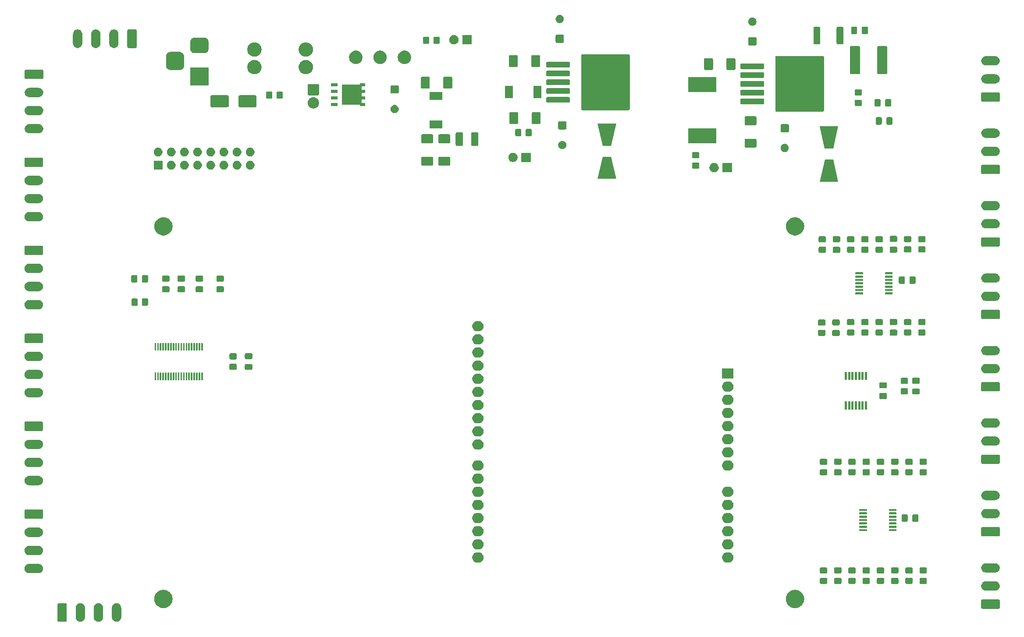
<source format=gbr>
%TF.GenerationSoftware,KiCad,Pcbnew,9.0.6-9.0.6~ubuntu24.04.1*%
%TF.CreationDate,2025-11-28T01:09:22+01:00*%
%TF.ProjectId,HVAC_STM32F7_PCB,48564143-5f53-4544-9d33-3246375f5043,rev?*%
%TF.SameCoordinates,Original*%
%TF.FileFunction,Soldermask,Top*%
%TF.FilePolarity,Negative*%
%FSLAX46Y46*%
G04 Gerber Fmt 4.6, Leading zero omitted, Abs format (unit mm)*
G04 Created by KiCad (PCBNEW 9.0.6-9.0.6~ubuntu24.04.1) date 2025-11-28 01:09:22*
%MOMM*%
%LPD*%
G01*
G04 APERTURE LIST*
G04 APERTURE END LIST*
G36*
X45654850Y-147200964D02*
G01*
X45705040Y-147206787D01*
X45722189Y-147214359D01*
X45745671Y-147219030D01*
X45770810Y-147235827D01*
X45790696Y-147244608D01*
X45804277Y-147258189D01*
X45826777Y-147273223D01*
X45841810Y-147295722D01*
X45855391Y-147309303D01*
X45864170Y-147329186D01*
X45880970Y-147354329D01*
X45885641Y-147377812D01*
X45893212Y-147394959D01*
X45899033Y-147445139D01*
X45900000Y-147450000D01*
X45900000Y-150550000D01*
X45899032Y-150554863D01*
X45893212Y-150605040D01*
X45885641Y-150622185D01*
X45880970Y-150645671D01*
X45864169Y-150670815D01*
X45855391Y-150690696D01*
X45841812Y-150704274D01*
X45826777Y-150726777D01*
X45804274Y-150741812D01*
X45790696Y-150755391D01*
X45770815Y-150764169D01*
X45745671Y-150780970D01*
X45722185Y-150785641D01*
X45705040Y-150793212D01*
X45654861Y-150799032D01*
X45650000Y-150800000D01*
X44350000Y-150800000D01*
X44345138Y-150799032D01*
X44294959Y-150793212D01*
X44277812Y-150785641D01*
X44254329Y-150780970D01*
X44229186Y-150764170D01*
X44209303Y-150755391D01*
X44195722Y-150741810D01*
X44173223Y-150726777D01*
X44158189Y-150704277D01*
X44144608Y-150690696D01*
X44135827Y-150670810D01*
X44119030Y-150645671D01*
X44114359Y-150622189D01*
X44106787Y-150605040D01*
X44100964Y-150554849D01*
X44100000Y-150550000D01*
X44100000Y-147450000D01*
X44100964Y-147445150D01*
X44106787Y-147394959D01*
X44114359Y-147377808D01*
X44119030Y-147354329D01*
X44135826Y-147329191D01*
X44144608Y-147309303D01*
X44158191Y-147295719D01*
X44173223Y-147273223D01*
X44195719Y-147258191D01*
X44209303Y-147244608D01*
X44229191Y-147235826D01*
X44254329Y-147219030D01*
X44277808Y-147214359D01*
X44294959Y-147206787D01*
X44345151Y-147200964D01*
X44350000Y-147200000D01*
X45650000Y-147200000D01*
X45654850Y-147200964D01*
G37*
G36*
X48761256Y-147238754D02*
G01*
X48924257Y-147306271D01*
X49070954Y-147404291D01*
X49195709Y-147529046D01*
X49293729Y-147675743D01*
X49361246Y-147838744D01*
X49395666Y-148011785D01*
X49400000Y-148100000D01*
X49400000Y-149900000D01*
X49395666Y-149988215D01*
X49361246Y-150161256D01*
X49293729Y-150324257D01*
X49195709Y-150470954D01*
X49070954Y-150595709D01*
X48924257Y-150693729D01*
X48761256Y-150761246D01*
X48588215Y-150795666D01*
X48411785Y-150795666D01*
X48238744Y-150761246D01*
X48075743Y-150693729D01*
X47929046Y-150595709D01*
X47804291Y-150470954D01*
X47706271Y-150324257D01*
X47638754Y-150161256D01*
X47604334Y-149988215D01*
X47600000Y-149900000D01*
X47600000Y-148100000D01*
X47604334Y-148011785D01*
X47638754Y-147838744D01*
X47706271Y-147675743D01*
X47804291Y-147529046D01*
X47929046Y-147404291D01*
X48075743Y-147306271D01*
X48238744Y-147238754D01*
X48411785Y-147204334D01*
X48588215Y-147204334D01*
X48761256Y-147238754D01*
G37*
G36*
X52261256Y-147238754D02*
G01*
X52424257Y-147306271D01*
X52570954Y-147404291D01*
X52695709Y-147529046D01*
X52793729Y-147675743D01*
X52861246Y-147838744D01*
X52895666Y-148011785D01*
X52900000Y-148100000D01*
X52900000Y-149900000D01*
X52895666Y-149988215D01*
X52861246Y-150161256D01*
X52793729Y-150324257D01*
X52695709Y-150470954D01*
X52570954Y-150595709D01*
X52424257Y-150693729D01*
X52261256Y-150761246D01*
X52088215Y-150795666D01*
X51911785Y-150795666D01*
X51738744Y-150761246D01*
X51575743Y-150693729D01*
X51429046Y-150595709D01*
X51304291Y-150470954D01*
X51206271Y-150324257D01*
X51138754Y-150161256D01*
X51104334Y-149988215D01*
X51100000Y-149900000D01*
X51100000Y-148100000D01*
X51104334Y-148011785D01*
X51138754Y-147838744D01*
X51206271Y-147675743D01*
X51304291Y-147529046D01*
X51429046Y-147404291D01*
X51575743Y-147306271D01*
X51738744Y-147238754D01*
X51911785Y-147204334D01*
X52088215Y-147204334D01*
X52261256Y-147238754D01*
G37*
G36*
X55761256Y-147238754D02*
G01*
X55924257Y-147306271D01*
X56070954Y-147404291D01*
X56195709Y-147529046D01*
X56293729Y-147675743D01*
X56361246Y-147838744D01*
X56395666Y-148011785D01*
X56400000Y-148100000D01*
X56400000Y-149900000D01*
X56395666Y-149988215D01*
X56361246Y-150161256D01*
X56293729Y-150324257D01*
X56195709Y-150470954D01*
X56070954Y-150595709D01*
X55924257Y-150693729D01*
X55761256Y-150761246D01*
X55588215Y-150795666D01*
X55411785Y-150795666D01*
X55238744Y-150761246D01*
X55075743Y-150693729D01*
X54929046Y-150595709D01*
X54804291Y-150470954D01*
X54706271Y-150324257D01*
X54638754Y-150161256D01*
X54604334Y-149988215D01*
X54600000Y-149900000D01*
X54600000Y-148100000D01*
X54604334Y-148011785D01*
X54638754Y-147838744D01*
X54706271Y-147675743D01*
X54804291Y-147529046D01*
X54929046Y-147404291D01*
X55075743Y-147306271D01*
X55238744Y-147238754D01*
X55411785Y-147204334D01*
X55588215Y-147204334D01*
X55761256Y-147238754D01*
G37*
G36*
X225854850Y-146475964D02*
G01*
X225905040Y-146481787D01*
X225922189Y-146489359D01*
X225945671Y-146494030D01*
X225970810Y-146510827D01*
X225990696Y-146519608D01*
X226004277Y-146533189D01*
X226026777Y-146548223D01*
X226041810Y-146570722D01*
X226055391Y-146584303D01*
X226064170Y-146604186D01*
X226080970Y-146629329D01*
X226085641Y-146652812D01*
X226093212Y-146669959D01*
X226099033Y-146720139D01*
X226100000Y-146725000D01*
X226100000Y-148025000D01*
X226099032Y-148029863D01*
X226093212Y-148080040D01*
X226085641Y-148097185D01*
X226080970Y-148120671D01*
X226064169Y-148145815D01*
X226055391Y-148165696D01*
X226041812Y-148179274D01*
X226026777Y-148201777D01*
X226004274Y-148216812D01*
X225990696Y-148230391D01*
X225970815Y-148239169D01*
X225945671Y-148255970D01*
X225922185Y-148260641D01*
X225905040Y-148268212D01*
X225854861Y-148274032D01*
X225850000Y-148275000D01*
X222750000Y-148275000D01*
X222745138Y-148274032D01*
X222694959Y-148268212D01*
X222677812Y-148260641D01*
X222654329Y-148255970D01*
X222629186Y-148239170D01*
X222609303Y-148230391D01*
X222595722Y-148216810D01*
X222573223Y-148201777D01*
X222558189Y-148179277D01*
X222544608Y-148165696D01*
X222535827Y-148145810D01*
X222519030Y-148120671D01*
X222514359Y-148097189D01*
X222506787Y-148080040D01*
X222500964Y-148029849D01*
X222500000Y-148025000D01*
X222500000Y-146725000D01*
X222500964Y-146720150D01*
X222506787Y-146669959D01*
X222514359Y-146652808D01*
X222519030Y-146629329D01*
X222535826Y-146604191D01*
X222544608Y-146584303D01*
X222558191Y-146570719D01*
X222573223Y-146548223D01*
X222595719Y-146533191D01*
X222609303Y-146519608D01*
X222629191Y-146510826D01*
X222654329Y-146494030D01*
X222677808Y-146489359D01*
X222694959Y-146481787D01*
X222745151Y-146475964D01*
X222750000Y-146475000D01*
X225850000Y-146475000D01*
X225854850Y-146475964D01*
G37*
G36*
X64895310Y-144639010D02*
G01*
X65118948Y-144698934D01*
X65332851Y-144787535D01*
X65533359Y-144903299D01*
X65717042Y-145044244D01*
X65880756Y-145207958D01*
X66021701Y-145391641D01*
X66137465Y-145592149D01*
X66226066Y-145806052D01*
X66285990Y-146029690D01*
X66316210Y-146259236D01*
X66316210Y-146490764D01*
X66285990Y-146720310D01*
X66226066Y-146943948D01*
X66137465Y-147157851D01*
X66021701Y-147358359D01*
X65880756Y-147542042D01*
X65717042Y-147705756D01*
X65533359Y-147846701D01*
X65332851Y-147962465D01*
X65118948Y-148051066D01*
X64895310Y-148110990D01*
X64665764Y-148141210D01*
X64434236Y-148141210D01*
X64204690Y-148110990D01*
X63981052Y-148051066D01*
X63767149Y-147962465D01*
X63566641Y-147846701D01*
X63382958Y-147705756D01*
X63219244Y-147542042D01*
X63078299Y-147358359D01*
X62962535Y-147157851D01*
X62873934Y-146943948D01*
X62814010Y-146720310D01*
X62783790Y-146490764D01*
X62783790Y-146259236D01*
X62814010Y-146029690D01*
X62873934Y-145806052D01*
X62962535Y-145592149D01*
X63078299Y-145391641D01*
X63219244Y-145207958D01*
X63382958Y-145044244D01*
X63566641Y-144903299D01*
X63767149Y-144787535D01*
X63981052Y-144698934D01*
X64204690Y-144639010D01*
X64434236Y-144608790D01*
X64665764Y-144608790D01*
X64895310Y-144639010D01*
G37*
G36*
X186895310Y-144639010D02*
G01*
X187118948Y-144698934D01*
X187332851Y-144787535D01*
X187533359Y-144903299D01*
X187717042Y-145044244D01*
X187880756Y-145207958D01*
X188021701Y-145391641D01*
X188137465Y-145592149D01*
X188226066Y-145806052D01*
X188285990Y-146029690D01*
X188316210Y-146259236D01*
X188316210Y-146490764D01*
X188285990Y-146720310D01*
X188226066Y-146943948D01*
X188137465Y-147157851D01*
X188021701Y-147358359D01*
X187880756Y-147542042D01*
X187717042Y-147705756D01*
X187533359Y-147846701D01*
X187332851Y-147962465D01*
X187118948Y-148051066D01*
X186895310Y-148110990D01*
X186665764Y-148141210D01*
X186434236Y-148141210D01*
X186204690Y-148110990D01*
X185981052Y-148051066D01*
X185767149Y-147962465D01*
X185566641Y-147846701D01*
X185382958Y-147705756D01*
X185219244Y-147542042D01*
X185078299Y-147358359D01*
X184962535Y-147157851D01*
X184873934Y-146943948D01*
X184814010Y-146720310D01*
X184783790Y-146490764D01*
X184783790Y-146259236D01*
X184814010Y-146029690D01*
X184873934Y-145806052D01*
X184962535Y-145592149D01*
X185078299Y-145391641D01*
X185219244Y-145207958D01*
X185382958Y-145044244D01*
X185566641Y-144903299D01*
X185767149Y-144787535D01*
X185981052Y-144698934D01*
X186204690Y-144639010D01*
X186434236Y-144608790D01*
X186665764Y-144608790D01*
X186895310Y-144639010D01*
G37*
G36*
X225288215Y-142979334D02*
G01*
X225461256Y-143013754D01*
X225624257Y-143081271D01*
X225770954Y-143179291D01*
X225895709Y-143304046D01*
X225993729Y-143450743D01*
X226061246Y-143613744D01*
X226095666Y-143786785D01*
X226095666Y-143963215D01*
X226061246Y-144136256D01*
X225993729Y-144299257D01*
X225895709Y-144445954D01*
X225770954Y-144570709D01*
X225624257Y-144668729D01*
X225461256Y-144736246D01*
X225288215Y-144770666D01*
X225200000Y-144775000D01*
X225198521Y-144775000D01*
X223401479Y-144775000D01*
X223400000Y-144775000D01*
X223311785Y-144770666D01*
X223138744Y-144736246D01*
X222975743Y-144668729D01*
X222829046Y-144570709D01*
X222704291Y-144445954D01*
X222606271Y-144299257D01*
X222538754Y-144136256D01*
X222504334Y-143963215D01*
X222504334Y-143786785D01*
X222538754Y-143613744D01*
X222606271Y-143450743D01*
X222704291Y-143304046D01*
X222829046Y-143179291D01*
X222975743Y-143081271D01*
X223138744Y-143013754D01*
X223311785Y-142979334D01*
X223400000Y-142975000D01*
X225200000Y-142975000D01*
X225288215Y-142979334D01*
G37*
G36*
X195279850Y-142325964D02*
G01*
X195330040Y-142331787D01*
X195347189Y-142339359D01*
X195370671Y-142344030D01*
X195395810Y-142360827D01*
X195415696Y-142369608D01*
X195429277Y-142383189D01*
X195451777Y-142398223D01*
X195466810Y-142420722D01*
X195480391Y-142434303D01*
X195489170Y-142454186D01*
X195505970Y-142479329D01*
X195510641Y-142502812D01*
X195518212Y-142519959D01*
X195524033Y-142570139D01*
X195525000Y-142575000D01*
X195525000Y-143250000D01*
X195524032Y-143254863D01*
X195518212Y-143305040D01*
X195510641Y-143322185D01*
X195505970Y-143345671D01*
X195489169Y-143370815D01*
X195480391Y-143390696D01*
X195466812Y-143404274D01*
X195451777Y-143426777D01*
X195429274Y-143441812D01*
X195415696Y-143455391D01*
X195395815Y-143464169D01*
X195370671Y-143480970D01*
X195347185Y-143485641D01*
X195330040Y-143493212D01*
X195279861Y-143499032D01*
X195275000Y-143500000D01*
X194325000Y-143500000D01*
X194320138Y-143499032D01*
X194269959Y-143493212D01*
X194252812Y-143485641D01*
X194229329Y-143480970D01*
X194204186Y-143464170D01*
X194184303Y-143455391D01*
X194170722Y-143441810D01*
X194148223Y-143426777D01*
X194133189Y-143404277D01*
X194119608Y-143390696D01*
X194110827Y-143370810D01*
X194094030Y-143345671D01*
X194089359Y-143322189D01*
X194081787Y-143305040D01*
X194075964Y-143254849D01*
X194075000Y-143250000D01*
X194075000Y-142575000D01*
X194075964Y-142570150D01*
X194081787Y-142519959D01*
X194089359Y-142502808D01*
X194094030Y-142479329D01*
X194110826Y-142454191D01*
X194119608Y-142434303D01*
X194133191Y-142420719D01*
X194148223Y-142398223D01*
X194170719Y-142383191D01*
X194184303Y-142369608D01*
X194204191Y-142360826D01*
X194229329Y-142344030D01*
X194252808Y-142339359D01*
X194269959Y-142331787D01*
X194320151Y-142325964D01*
X194325000Y-142325000D01*
X195275000Y-142325000D01*
X195279850Y-142325964D01*
G37*
G36*
X206279850Y-142325964D02*
G01*
X206330040Y-142331787D01*
X206347189Y-142339359D01*
X206370671Y-142344030D01*
X206395810Y-142360827D01*
X206415696Y-142369608D01*
X206429277Y-142383189D01*
X206451777Y-142398223D01*
X206466810Y-142420722D01*
X206480391Y-142434303D01*
X206489170Y-142454186D01*
X206505970Y-142479329D01*
X206510641Y-142502812D01*
X206518212Y-142519959D01*
X206524033Y-142570139D01*
X206525000Y-142575000D01*
X206525000Y-143250000D01*
X206524032Y-143254863D01*
X206518212Y-143305040D01*
X206510641Y-143322185D01*
X206505970Y-143345671D01*
X206489169Y-143370815D01*
X206480391Y-143390696D01*
X206466812Y-143404274D01*
X206451777Y-143426777D01*
X206429274Y-143441812D01*
X206415696Y-143455391D01*
X206395815Y-143464169D01*
X206370671Y-143480970D01*
X206347185Y-143485641D01*
X206330040Y-143493212D01*
X206279861Y-143499032D01*
X206275000Y-143500000D01*
X205325000Y-143500000D01*
X205320138Y-143499032D01*
X205269959Y-143493212D01*
X205252812Y-143485641D01*
X205229329Y-143480970D01*
X205204186Y-143464170D01*
X205184303Y-143455391D01*
X205170722Y-143441810D01*
X205148223Y-143426777D01*
X205133189Y-143404277D01*
X205119608Y-143390696D01*
X205110827Y-143370810D01*
X205094030Y-143345671D01*
X205089359Y-143322189D01*
X205081787Y-143305040D01*
X205075964Y-143254849D01*
X205075000Y-143250000D01*
X205075000Y-142575000D01*
X205075964Y-142570150D01*
X205081787Y-142519959D01*
X205089359Y-142502808D01*
X205094030Y-142479329D01*
X205110826Y-142454191D01*
X205119608Y-142434303D01*
X205133191Y-142420719D01*
X205148223Y-142398223D01*
X205170719Y-142383191D01*
X205184303Y-142369608D01*
X205204191Y-142360826D01*
X205229329Y-142344030D01*
X205252808Y-142339359D01*
X205269959Y-142331787D01*
X205320151Y-142325964D01*
X205325000Y-142325000D01*
X206275000Y-142325000D01*
X206279850Y-142325964D01*
G37*
G36*
X192504850Y-142275964D02*
G01*
X192555040Y-142281787D01*
X192572189Y-142289359D01*
X192595671Y-142294030D01*
X192620810Y-142310827D01*
X192640696Y-142319608D01*
X192654277Y-142333189D01*
X192676777Y-142348223D01*
X192691810Y-142370722D01*
X192705391Y-142384303D01*
X192714170Y-142404186D01*
X192730970Y-142429329D01*
X192735641Y-142452812D01*
X192743212Y-142469959D01*
X192749033Y-142520139D01*
X192750000Y-142525000D01*
X192750000Y-143225000D01*
X192749032Y-143229863D01*
X192743212Y-143280040D01*
X192735641Y-143297185D01*
X192730970Y-143320671D01*
X192714169Y-143345815D01*
X192705391Y-143365696D01*
X192691812Y-143379274D01*
X192676777Y-143401777D01*
X192654274Y-143416812D01*
X192640696Y-143430391D01*
X192620815Y-143439169D01*
X192595671Y-143455970D01*
X192572185Y-143460641D01*
X192555040Y-143468212D01*
X192504861Y-143474032D01*
X192500000Y-143475000D01*
X191600000Y-143475000D01*
X191595138Y-143474032D01*
X191544959Y-143468212D01*
X191527812Y-143460641D01*
X191504329Y-143455970D01*
X191479186Y-143439170D01*
X191459303Y-143430391D01*
X191445722Y-143416810D01*
X191423223Y-143401777D01*
X191408189Y-143379277D01*
X191394608Y-143365696D01*
X191385827Y-143345810D01*
X191369030Y-143320671D01*
X191364359Y-143297189D01*
X191356787Y-143280040D01*
X191350964Y-143229849D01*
X191350000Y-143225000D01*
X191350000Y-142525000D01*
X191350964Y-142520150D01*
X191356787Y-142469959D01*
X191364359Y-142452808D01*
X191369030Y-142429329D01*
X191385826Y-142404191D01*
X191394608Y-142384303D01*
X191408191Y-142370719D01*
X191423223Y-142348223D01*
X191445719Y-142333191D01*
X191459303Y-142319608D01*
X191479191Y-142310826D01*
X191504329Y-142294030D01*
X191527808Y-142289359D01*
X191544959Y-142281787D01*
X191595151Y-142275964D01*
X191600000Y-142275000D01*
X192500000Y-142275000D01*
X192504850Y-142275964D01*
G37*
G36*
X198004850Y-142275964D02*
G01*
X198055040Y-142281787D01*
X198072189Y-142289359D01*
X198095671Y-142294030D01*
X198120810Y-142310827D01*
X198140696Y-142319608D01*
X198154277Y-142333189D01*
X198176777Y-142348223D01*
X198191810Y-142370722D01*
X198205391Y-142384303D01*
X198214170Y-142404186D01*
X198230970Y-142429329D01*
X198235641Y-142452812D01*
X198243212Y-142469959D01*
X198249033Y-142520139D01*
X198250000Y-142525000D01*
X198250000Y-143225000D01*
X198249032Y-143229863D01*
X198243212Y-143280040D01*
X198235641Y-143297185D01*
X198230970Y-143320671D01*
X198214169Y-143345815D01*
X198205391Y-143365696D01*
X198191812Y-143379274D01*
X198176777Y-143401777D01*
X198154274Y-143416812D01*
X198140696Y-143430391D01*
X198120815Y-143439169D01*
X198095671Y-143455970D01*
X198072185Y-143460641D01*
X198055040Y-143468212D01*
X198004861Y-143474032D01*
X198000000Y-143475000D01*
X197100000Y-143475000D01*
X197095138Y-143474032D01*
X197044959Y-143468212D01*
X197027812Y-143460641D01*
X197004329Y-143455970D01*
X196979186Y-143439170D01*
X196959303Y-143430391D01*
X196945722Y-143416810D01*
X196923223Y-143401777D01*
X196908189Y-143379277D01*
X196894608Y-143365696D01*
X196885827Y-143345810D01*
X196869030Y-143320671D01*
X196864359Y-143297189D01*
X196856787Y-143280040D01*
X196850964Y-143229849D01*
X196850000Y-143225000D01*
X196850000Y-142525000D01*
X196850964Y-142520150D01*
X196856787Y-142469959D01*
X196864359Y-142452808D01*
X196869030Y-142429329D01*
X196885826Y-142404191D01*
X196894608Y-142384303D01*
X196908191Y-142370719D01*
X196923223Y-142348223D01*
X196945719Y-142333191D01*
X196959303Y-142319608D01*
X196979191Y-142310826D01*
X197004329Y-142294030D01*
X197027808Y-142289359D01*
X197044959Y-142281787D01*
X197095151Y-142275964D01*
X197100000Y-142275000D01*
X198000000Y-142275000D01*
X198004850Y-142275964D01*
G37*
G36*
X200754850Y-142275964D02*
G01*
X200805040Y-142281787D01*
X200822189Y-142289359D01*
X200845671Y-142294030D01*
X200870810Y-142310827D01*
X200890696Y-142319608D01*
X200904277Y-142333189D01*
X200926777Y-142348223D01*
X200941810Y-142370722D01*
X200955391Y-142384303D01*
X200964170Y-142404186D01*
X200980970Y-142429329D01*
X200985641Y-142452812D01*
X200993212Y-142469959D01*
X200999033Y-142520139D01*
X201000000Y-142525000D01*
X201000000Y-143225000D01*
X200999032Y-143229863D01*
X200993212Y-143280040D01*
X200985641Y-143297185D01*
X200980970Y-143320671D01*
X200964169Y-143345815D01*
X200955391Y-143365696D01*
X200941812Y-143379274D01*
X200926777Y-143401777D01*
X200904274Y-143416812D01*
X200890696Y-143430391D01*
X200870815Y-143439169D01*
X200845671Y-143455970D01*
X200822185Y-143460641D01*
X200805040Y-143468212D01*
X200754861Y-143474032D01*
X200750000Y-143475000D01*
X199850000Y-143475000D01*
X199845138Y-143474032D01*
X199794959Y-143468212D01*
X199777812Y-143460641D01*
X199754329Y-143455970D01*
X199729186Y-143439170D01*
X199709303Y-143430391D01*
X199695722Y-143416810D01*
X199673223Y-143401777D01*
X199658189Y-143379277D01*
X199644608Y-143365696D01*
X199635827Y-143345810D01*
X199619030Y-143320671D01*
X199614359Y-143297189D01*
X199606787Y-143280040D01*
X199600964Y-143229849D01*
X199600000Y-143225000D01*
X199600000Y-142525000D01*
X199600964Y-142520150D01*
X199606787Y-142469959D01*
X199614359Y-142452808D01*
X199619030Y-142429329D01*
X199635826Y-142404191D01*
X199644608Y-142384303D01*
X199658191Y-142370719D01*
X199673223Y-142348223D01*
X199695719Y-142333191D01*
X199709303Y-142319608D01*
X199729191Y-142310826D01*
X199754329Y-142294030D01*
X199777808Y-142289359D01*
X199794959Y-142281787D01*
X199845151Y-142275964D01*
X199850000Y-142275000D01*
X200750000Y-142275000D01*
X200754850Y-142275964D01*
G37*
G36*
X203504850Y-142275964D02*
G01*
X203555040Y-142281787D01*
X203572189Y-142289359D01*
X203595671Y-142294030D01*
X203620810Y-142310827D01*
X203640696Y-142319608D01*
X203654277Y-142333189D01*
X203676777Y-142348223D01*
X203691810Y-142370722D01*
X203705391Y-142384303D01*
X203714170Y-142404186D01*
X203730970Y-142429329D01*
X203735641Y-142452812D01*
X203743212Y-142469959D01*
X203749033Y-142520139D01*
X203750000Y-142525000D01*
X203750000Y-143225000D01*
X203749032Y-143229863D01*
X203743212Y-143280040D01*
X203735641Y-143297185D01*
X203730970Y-143320671D01*
X203714169Y-143345815D01*
X203705391Y-143365696D01*
X203691812Y-143379274D01*
X203676777Y-143401777D01*
X203654274Y-143416812D01*
X203640696Y-143430391D01*
X203620815Y-143439169D01*
X203595671Y-143455970D01*
X203572185Y-143460641D01*
X203555040Y-143468212D01*
X203504861Y-143474032D01*
X203500000Y-143475000D01*
X202600000Y-143475000D01*
X202595138Y-143474032D01*
X202544959Y-143468212D01*
X202527812Y-143460641D01*
X202504329Y-143455970D01*
X202479186Y-143439170D01*
X202459303Y-143430391D01*
X202445722Y-143416810D01*
X202423223Y-143401777D01*
X202408189Y-143379277D01*
X202394608Y-143365696D01*
X202385827Y-143345810D01*
X202369030Y-143320671D01*
X202364359Y-143297189D01*
X202356787Y-143280040D01*
X202350964Y-143229849D01*
X202350000Y-143225000D01*
X202350000Y-142525000D01*
X202350964Y-142520150D01*
X202356787Y-142469959D01*
X202364359Y-142452808D01*
X202369030Y-142429329D01*
X202385826Y-142404191D01*
X202394608Y-142384303D01*
X202408191Y-142370719D01*
X202423223Y-142348223D01*
X202445719Y-142333191D01*
X202459303Y-142319608D01*
X202479191Y-142310826D01*
X202504329Y-142294030D01*
X202527808Y-142289359D01*
X202544959Y-142281787D01*
X202595151Y-142275964D01*
X202600000Y-142275000D01*
X203500000Y-142275000D01*
X203504850Y-142275964D01*
G37*
G36*
X209004850Y-142275964D02*
G01*
X209055040Y-142281787D01*
X209072189Y-142289359D01*
X209095671Y-142294030D01*
X209120810Y-142310827D01*
X209140696Y-142319608D01*
X209154277Y-142333189D01*
X209176777Y-142348223D01*
X209191810Y-142370722D01*
X209205391Y-142384303D01*
X209214170Y-142404186D01*
X209230970Y-142429329D01*
X209235641Y-142452812D01*
X209243212Y-142469959D01*
X209249033Y-142520139D01*
X209250000Y-142525000D01*
X209250000Y-143225000D01*
X209249032Y-143229863D01*
X209243212Y-143280040D01*
X209235641Y-143297185D01*
X209230970Y-143320671D01*
X209214169Y-143345815D01*
X209205391Y-143365696D01*
X209191812Y-143379274D01*
X209176777Y-143401777D01*
X209154274Y-143416812D01*
X209140696Y-143430391D01*
X209120815Y-143439169D01*
X209095671Y-143455970D01*
X209072185Y-143460641D01*
X209055040Y-143468212D01*
X209004861Y-143474032D01*
X209000000Y-143475000D01*
X208100000Y-143475000D01*
X208095138Y-143474032D01*
X208044959Y-143468212D01*
X208027812Y-143460641D01*
X208004329Y-143455970D01*
X207979186Y-143439170D01*
X207959303Y-143430391D01*
X207945722Y-143416810D01*
X207923223Y-143401777D01*
X207908189Y-143379277D01*
X207894608Y-143365696D01*
X207885827Y-143345810D01*
X207869030Y-143320671D01*
X207864359Y-143297189D01*
X207856787Y-143280040D01*
X207850964Y-143229849D01*
X207850000Y-143225000D01*
X207850000Y-142525000D01*
X207850964Y-142520150D01*
X207856787Y-142469959D01*
X207864359Y-142452808D01*
X207869030Y-142429329D01*
X207885826Y-142404191D01*
X207894608Y-142384303D01*
X207908191Y-142370719D01*
X207923223Y-142348223D01*
X207945719Y-142333191D01*
X207959303Y-142319608D01*
X207979191Y-142310826D01*
X208004329Y-142294030D01*
X208027808Y-142289359D01*
X208044959Y-142281787D01*
X208095151Y-142275964D01*
X208100000Y-142275000D01*
X209000000Y-142275000D01*
X209004850Y-142275964D01*
G37*
G36*
X211754850Y-142275964D02*
G01*
X211805040Y-142281787D01*
X211822189Y-142289359D01*
X211845671Y-142294030D01*
X211870810Y-142310827D01*
X211890696Y-142319608D01*
X211904277Y-142333189D01*
X211926777Y-142348223D01*
X211941810Y-142370722D01*
X211955391Y-142384303D01*
X211964170Y-142404186D01*
X211980970Y-142429329D01*
X211985641Y-142452812D01*
X211993212Y-142469959D01*
X211999033Y-142520139D01*
X212000000Y-142525000D01*
X212000000Y-143225000D01*
X211999032Y-143229863D01*
X211993212Y-143280040D01*
X211985641Y-143297185D01*
X211980970Y-143320671D01*
X211964169Y-143345815D01*
X211955391Y-143365696D01*
X211941812Y-143379274D01*
X211926777Y-143401777D01*
X211904274Y-143416812D01*
X211890696Y-143430391D01*
X211870815Y-143439169D01*
X211845671Y-143455970D01*
X211822185Y-143460641D01*
X211805040Y-143468212D01*
X211754861Y-143474032D01*
X211750000Y-143475000D01*
X210850000Y-143475000D01*
X210845138Y-143474032D01*
X210794959Y-143468212D01*
X210777812Y-143460641D01*
X210754329Y-143455970D01*
X210729186Y-143439170D01*
X210709303Y-143430391D01*
X210695722Y-143416810D01*
X210673223Y-143401777D01*
X210658189Y-143379277D01*
X210644608Y-143365696D01*
X210635827Y-143345810D01*
X210619030Y-143320671D01*
X210614359Y-143297189D01*
X210606787Y-143280040D01*
X210600964Y-143229849D01*
X210600000Y-143225000D01*
X210600000Y-142525000D01*
X210600964Y-142520150D01*
X210606787Y-142469959D01*
X210614359Y-142452808D01*
X210619030Y-142429329D01*
X210635826Y-142404191D01*
X210644608Y-142384303D01*
X210658191Y-142370719D01*
X210673223Y-142348223D01*
X210695719Y-142333191D01*
X210709303Y-142319608D01*
X210729191Y-142310826D01*
X210754329Y-142294030D01*
X210777808Y-142289359D01*
X210794959Y-142281787D01*
X210845151Y-142275964D01*
X210850000Y-142275000D01*
X211750000Y-142275000D01*
X211754850Y-142275964D01*
G37*
G36*
X192504850Y-140275964D02*
G01*
X192555040Y-140281787D01*
X192572189Y-140289359D01*
X192595671Y-140294030D01*
X192620810Y-140310827D01*
X192640696Y-140319608D01*
X192654277Y-140333189D01*
X192676777Y-140348223D01*
X192691810Y-140370722D01*
X192705391Y-140384303D01*
X192714170Y-140404186D01*
X192730970Y-140429329D01*
X192735641Y-140452812D01*
X192743212Y-140469959D01*
X192749033Y-140520139D01*
X192750000Y-140525000D01*
X192750000Y-141225000D01*
X192749032Y-141229863D01*
X192743212Y-141280040D01*
X192735641Y-141297185D01*
X192730970Y-141320671D01*
X192714169Y-141345815D01*
X192705391Y-141365696D01*
X192691812Y-141379274D01*
X192676777Y-141401777D01*
X192654274Y-141416812D01*
X192640696Y-141430391D01*
X192620815Y-141439169D01*
X192595671Y-141455970D01*
X192572185Y-141460641D01*
X192555040Y-141468212D01*
X192504861Y-141474032D01*
X192500000Y-141475000D01*
X191600000Y-141475000D01*
X191595138Y-141474032D01*
X191544959Y-141468212D01*
X191527812Y-141460641D01*
X191504329Y-141455970D01*
X191479186Y-141439170D01*
X191459303Y-141430391D01*
X191445722Y-141416810D01*
X191423223Y-141401777D01*
X191408189Y-141379277D01*
X191394608Y-141365696D01*
X191385827Y-141345810D01*
X191369030Y-141320671D01*
X191364359Y-141297189D01*
X191356787Y-141280040D01*
X191350964Y-141229849D01*
X191350000Y-141225000D01*
X191350000Y-140525000D01*
X191350964Y-140520150D01*
X191356787Y-140469959D01*
X191364359Y-140452808D01*
X191369030Y-140429329D01*
X191385826Y-140404191D01*
X191394608Y-140384303D01*
X191408191Y-140370719D01*
X191423223Y-140348223D01*
X191445719Y-140333191D01*
X191459303Y-140319608D01*
X191479191Y-140310826D01*
X191504329Y-140294030D01*
X191527808Y-140289359D01*
X191544959Y-140281787D01*
X191595151Y-140275964D01*
X191600000Y-140275000D01*
X192500000Y-140275000D01*
X192504850Y-140275964D01*
G37*
G36*
X198004850Y-140275964D02*
G01*
X198055040Y-140281787D01*
X198072189Y-140289359D01*
X198095671Y-140294030D01*
X198120810Y-140310827D01*
X198140696Y-140319608D01*
X198154277Y-140333189D01*
X198176777Y-140348223D01*
X198191810Y-140370722D01*
X198205391Y-140384303D01*
X198214170Y-140404186D01*
X198230970Y-140429329D01*
X198235641Y-140452812D01*
X198243212Y-140469959D01*
X198249033Y-140520139D01*
X198250000Y-140525000D01*
X198250000Y-141225000D01*
X198249032Y-141229863D01*
X198243212Y-141280040D01*
X198235641Y-141297185D01*
X198230970Y-141320671D01*
X198214169Y-141345815D01*
X198205391Y-141365696D01*
X198191812Y-141379274D01*
X198176777Y-141401777D01*
X198154274Y-141416812D01*
X198140696Y-141430391D01*
X198120815Y-141439169D01*
X198095671Y-141455970D01*
X198072185Y-141460641D01*
X198055040Y-141468212D01*
X198004861Y-141474032D01*
X198000000Y-141475000D01*
X197100000Y-141475000D01*
X197095138Y-141474032D01*
X197044959Y-141468212D01*
X197027812Y-141460641D01*
X197004329Y-141455970D01*
X196979186Y-141439170D01*
X196959303Y-141430391D01*
X196945722Y-141416810D01*
X196923223Y-141401777D01*
X196908189Y-141379277D01*
X196894608Y-141365696D01*
X196885827Y-141345810D01*
X196869030Y-141320671D01*
X196864359Y-141297189D01*
X196856787Y-141280040D01*
X196850964Y-141229849D01*
X196850000Y-141225000D01*
X196850000Y-140525000D01*
X196850964Y-140520150D01*
X196856787Y-140469959D01*
X196864359Y-140452808D01*
X196869030Y-140429329D01*
X196885826Y-140404191D01*
X196894608Y-140384303D01*
X196908191Y-140370719D01*
X196923223Y-140348223D01*
X196945719Y-140333191D01*
X196959303Y-140319608D01*
X196979191Y-140310826D01*
X197004329Y-140294030D01*
X197027808Y-140289359D01*
X197044959Y-140281787D01*
X197095151Y-140275964D01*
X197100000Y-140275000D01*
X198000000Y-140275000D01*
X198004850Y-140275964D01*
G37*
G36*
X200754850Y-140275964D02*
G01*
X200805040Y-140281787D01*
X200822189Y-140289359D01*
X200845671Y-140294030D01*
X200870810Y-140310827D01*
X200890696Y-140319608D01*
X200904277Y-140333189D01*
X200926777Y-140348223D01*
X200941810Y-140370722D01*
X200955391Y-140384303D01*
X200964170Y-140404186D01*
X200980970Y-140429329D01*
X200985641Y-140452812D01*
X200993212Y-140469959D01*
X200999033Y-140520139D01*
X201000000Y-140525000D01*
X201000000Y-141225000D01*
X200999032Y-141229863D01*
X200993212Y-141280040D01*
X200985641Y-141297185D01*
X200980970Y-141320671D01*
X200964169Y-141345815D01*
X200955391Y-141365696D01*
X200941812Y-141379274D01*
X200926777Y-141401777D01*
X200904274Y-141416812D01*
X200890696Y-141430391D01*
X200870815Y-141439169D01*
X200845671Y-141455970D01*
X200822185Y-141460641D01*
X200805040Y-141468212D01*
X200754861Y-141474032D01*
X200750000Y-141475000D01*
X199850000Y-141475000D01*
X199845138Y-141474032D01*
X199794959Y-141468212D01*
X199777812Y-141460641D01*
X199754329Y-141455970D01*
X199729186Y-141439170D01*
X199709303Y-141430391D01*
X199695722Y-141416810D01*
X199673223Y-141401777D01*
X199658189Y-141379277D01*
X199644608Y-141365696D01*
X199635827Y-141345810D01*
X199619030Y-141320671D01*
X199614359Y-141297189D01*
X199606787Y-141280040D01*
X199600964Y-141229849D01*
X199600000Y-141225000D01*
X199600000Y-140525000D01*
X199600964Y-140520150D01*
X199606787Y-140469959D01*
X199614359Y-140452808D01*
X199619030Y-140429329D01*
X199635826Y-140404191D01*
X199644608Y-140384303D01*
X199658191Y-140370719D01*
X199673223Y-140348223D01*
X199695719Y-140333191D01*
X199709303Y-140319608D01*
X199729191Y-140310826D01*
X199754329Y-140294030D01*
X199777808Y-140289359D01*
X199794959Y-140281787D01*
X199845151Y-140275964D01*
X199850000Y-140275000D01*
X200750000Y-140275000D01*
X200754850Y-140275964D01*
G37*
G36*
X203504850Y-140275964D02*
G01*
X203555040Y-140281787D01*
X203572189Y-140289359D01*
X203595671Y-140294030D01*
X203620810Y-140310827D01*
X203640696Y-140319608D01*
X203654277Y-140333189D01*
X203676777Y-140348223D01*
X203691810Y-140370722D01*
X203705391Y-140384303D01*
X203714170Y-140404186D01*
X203730970Y-140429329D01*
X203735641Y-140452812D01*
X203743212Y-140469959D01*
X203749033Y-140520139D01*
X203750000Y-140525000D01*
X203750000Y-141225000D01*
X203749032Y-141229863D01*
X203743212Y-141280040D01*
X203735641Y-141297185D01*
X203730970Y-141320671D01*
X203714169Y-141345815D01*
X203705391Y-141365696D01*
X203691812Y-141379274D01*
X203676777Y-141401777D01*
X203654274Y-141416812D01*
X203640696Y-141430391D01*
X203620815Y-141439169D01*
X203595671Y-141455970D01*
X203572185Y-141460641D01*
X203555040Y-141468212D01*
X203504861Y-141474032D01*
X203500000Y-141475000D01*
X202600000Y-141475000D01*
X202595138Y-141474032D01*
X202544959Y-141468212D01*
X202527812Y-141460641D01*
X202504329Y-141455970D01*
X202479186Y-141439170D01*
X202459303Y-141430391D01*
X202445722Y-141416810D01*
X202423223Y-141401777D01*
X202408189Y-141379277D01*
X202394608Y-141365696D01*
X202385827Y-141345810D01*
X202369030Y-141320671D01*
X202364359Y-141297189D01*
X202356787Y-141280040D01*
X202350964Y-141229849D01*
X202350000Y-141225000D01*
X202350000Y-140525000D01*
X202350964Y-140520150D01*
X202356787Y-140469959D01*
X202364359Y-140452808D01*
X202369030Y-140429329D01*
X202385826Y-140404191D01*
X202394608Y-140384303D01*
X202408191Y-140370719D01*
X202423223Y-140348223D01*
X202445719Y-140333191D01*
X202459303Y-140319608D01*
X202479191Y-140310826D01*
X202504329Y-140294030D01*
X202527808Y-140289359D01*
X202544959Y-140281787D01*
X202595151Y-140275964D01*
X202600000Y-140275000D01*
X203500000Y-140275000D01*
X203504850Y-140275964D01*
G37*
G36*
X209004850Y-140275964D02*
G01*
X209055040Y-140281787D01*
X209072189Y-140289359D01*
X209095671Y-140294030D01*
X209120810Y-140310827D01*
X209140696Y-140319608D01*
X209154277Y-140333189D01*
X209176777Y-140348223D01*
X209191810Y-140370722D01*
X209205391Y-140384303D01*
X209214170Y-140404186D01*
X209230970Y-140429329D01*
X209235641Y-140452812D01*
X209243212Y-140469959D01*
X209249033Y-140520139D01*
X209250000Y-140525000D01*
X209250000Y-141225000D01*
X209249032Y-141229863D01*
X209243212Y-141280040D01*
X209235641Y-141297185D01*
X209230970Y-141320671D01*
X209214169Y-141345815D01*
X209205391Y-141365696D01*
X209191812Y-141379274D01*
X209176777Y-141401777D01*
X209154274Y-141416812D01*
X209140696Y-141430391D01*
X209120815Y-141439169D01*
X209095671Y-141455970D01*
X209072185Y-141460641D01*
X209055040Y-141468212D01*
X209004861Y-141474032D01*
X209000000Y-141475000D01*
X208100000Y-141475000D01*
X208095138Y-141474032D01*
X208044959Y-141468212D01*
X208027812Y-141460641D01*
X208004329Y-141455970D01*
X207979186Y-141439170D01*
X207959303Y-141430391D01*
X207945722Y-141416810D01*
X207923223Y-141401777D01*
X207908189Y-141379277D01*
X207894608Y-141365696D01*
X207885827Y-141345810D01*
X207869030Y-141320671D01*
X207864359Y-141297189D01*
X207856787Y-141280040D01*
X207850964Y-141229849D01*
X207850000Y-141225000D01*
X207850000Y-140525000D01*
X207850964Y-140520150D01*
X207856787Y-140469959D01*
X207864359Y-140452808D01*
X207869030Y-140429329D01*
X207885826Y-140404191D01*
X207894608Y-140384303D01*
X207908191Y-140370719D01*
X207923223Y-140348223D01*
X207945719Y-140333191D01*
X207959303Y-140319608D01*
X207979191Y-140310826D01*
X208004329Y-140294030D01*
X208027808Y-140289359D01*
X208044959Y-140281787D01*
X208095151Y-140275964D01*
X208100000Y-140275000D01*
X209000000Y-140275000D01*
X209004850Y-140275964D01*
G37*
G36*
X211754850Y-140275964D02*
G01*
X211805040Y-140281787D01*
X211822189Y-140289359D01*
X211845671Y-140294030D01*
X211870810Y-140310827D01*
X211890696Y-140319608D01*
X211904277Y-140333189D01*
X211926777Y-140348223D01*
X211941810Y-140370722D01*
X211955391Y-140384303D01*
X211964170Y-140404186D01*
X211980970Y-140429329D01*
X211985641Y-140452812D01*
X211993212Y-140469959D01*
X211999033Y-140520139D01*
X212000000Y-140525000D01*
X212000000Y-141225000D01*
X211999032Y-141229863D01*
X211993212Y-141280040D01*
X211985641Y-141297185D01*
X211980970Y-141320671D01*
X211964169Y-141345815D01*
X211955391Y-141365696D01*
X211941812Y-141379274D01*
X211926777Y-141401777D01*
X211904274Y-141416812D01*
X211890696Y-141430391D01*
X211870815Y-141439169D01*
X211845671Y-141455970D01*
X211822185Y-141460641D01*
X211805040Y-141468212D01*
X211754861Y-141474032D01*
X211750000Y-141475000D01*
X210850000Y-141475000D01*
X210845138Y-141474032D01*
X210794959Y-141468212D01*
X210777812Y-141460641D01*
X210754329Y-141455970D01*
X210729186Y-141439170D01*
X210709303Y-141430391D01*
X210695722Y-141416810D01*
X210673223Y-141401777D01*
X210658189Y-141379277D01*
X210644608Y-141365696D01*
X210635827Y-141345810D01*
X210619030Y-141320671D01*
X210614359Y-141297189D01*
X210606787Y-141280040D01*
X210600964Y-141229849D01*
X210600000Y-141225000D01*
X210600000Y-140525000D01*
X210600964Y-140520150D01*
X210606787Y-140469959D01*
X210614359Y-140452808D01*
X210619030Y-140429329D01*
X210635826Y-140404191D01*
X210644608Y-140384303D01*
X210658191Y-140370719D01*
X210673223Y-140348223D01*
X210695719Y-140333191D01*
X210709303Y-140319608D01*
X210729191Y-140310826D01*
X210754329Y-140294030D01*
X210777808Y-140289359D01*
X210794959Y-140281787D01*
X210845151Y-140275964D01*
X210850000Y-140275000D01*
X211750000Y-140275000D01*
X211754850Y-140275964D01*
G37*
G36*
X195279850Y-140250964D02*
G01*
X195330040Y-140256787D01*
X195347189Y-140264359D01*
X195370671Y-140269030D01*
X195395810Y-140285827D01*
X195415696Y-140294608D01*
X195429277Y-140308189D01*
X195451777Y-140323223D01*
X195466810Y-140345722D01*
X195480391Y-140359303D01*
X195489170Y-140379186D01*
X195505970Y-140404329D01*
X195510641Y-140427812D01*
X195518212Y-140444959D01*
X195524033Y-140495139D01*
X195525000Y-140500000D01*
X195525000Y-141175000D01*
X195524032Y-141179863D01*
X195518212Y-141230040D01*
X195510641Y-141247185D01*
X195505970Y-141270671D01*
X195489169Y-141295815D01*
X195480391Y-141315696D01*
X195466812Y-141329274D01*
X195451777Y-141351777D01*
X195429274Y-141366812D01*
X195415696Y-141380391D01*
X195395815Y-141389169D01*
X195370671Y-141405970D01*
X195347185Y-141410641D01*
X195330040Y-141418212D01*
X195279861Y-141424032D01*
X195275000Y-141425000D01*
X194325000Y-141425000D01*
X194320138Y-141424032D01*
X194269959Y-141418212D01*
X194252812Y-141410641D01*
X194229329Y-141405970D01*
X194204186Y-141389170D01*
X194184303Y-141380391D01*
X194170722Y-141366810D01*
X194148223Y-141351777D01*
X194133189Y-141329277D01*
X194119608Y-141315696D01*
X194110827Y-141295810D01*
X194094030Y-141270671D01*
X194089359Y-141247189D01*
X194081787Y-141230040D01*
X194075964Y-141179849D01*
X194075000Y-141175000D01*
X194075000Y-140500000D01*
X194075964Y-140495150D01*
X194081787Y-140444959D01*
X194089359Y-140427808D01*
X194094030Y-140404329D01*
X194110826Y-140379191D01*
X194119608Y-140359303D01*
X194133191Y-140345719D01*
X194148223Y-140323223D01*
X194170719Y-140308191D01*
X194184303Y-140294608D01*
X194204191Y-140285826D01*
X194229329Y-140269030D01*
X194252808Y-140264359D01*
X194269959Y-140256787D01*
X194320151Y-140250964D01*
X194325000Y-140250000D01*
X195275000Y-140250000D01*
X195279850Y-140250964D01*
G37*
G36*
X206279850Y-140250964D02*
G01*
X206330040Y-140256787D01*
X206347189Y-140264359D01*
X206370671Y-140269030D01*
X206395810Y-140285827D01*
X206415696Y-140294608D01*
X206429277Y-140308189D01*
X206451777Y-140323223D01*
X206466810Y-140345722D01*
X206480391Y-140359303D01*
X206489170Y-140379186D01*
X206505970Y-140404329D01*
X206510641Y-140427812D01*
X206518212Y-140444959D01*
X206524033Y-140495139D01*
X206525000Y-140500000D01*
X206525000Y-141175000D01*
X206524032Y-141179863D01*
X206518212Y-141230040D01*
X206510641Y-141247185D01*
X206505970Y-141270671D01*
X206489169Y-141295815D01*
X206480391Y-141315696D01*
X206466812Y-141329274D01*
X206451777Y-141351777D01*
X206429274Y-141366812D01*
X206415696Y-141380391D01*
X206395815Y-141389169D01*
X206370671Y-141405970D01*
X206347185Y-141410641D01*
X206330040Y-141418212D01*
X206279861Y-141424032D01*
X206275000Y-141425000D01*
X205325000Y-141425000D01*
X205320138Y-141424032D01*
X205269959Y-141418212D01*
X205252812Y-141410641D01*
X205229329Y-141405970D01*
X205204186Y-141389170D01*
X205184303Y-141380391D01*
X205170722Y-141366810D01*
X205148223Y-141351777D01*
X205133189Y-141329277D01*
X205119608Y-141315696D01*
X205110827Y-141295810D01*
X205094030Y-141270671D01*
X205089359Y-141247189D01*
X205081787Y-141230040D01*
X205075964Y-141179849D01*
X205075000Y-141175000D01*
X205075000Y-140500000D01*
X205075964Y-140495150D01*
X205081787Y-140444959D01*
X205089359Y-140427808D01*
X205094030Y-140404329D01*
X205110826Y-140379191D01*
X205119608Y-140359303D01*
X205133191Y-140345719D01*
X205148223Y-140323223D01*
X205170719Y-140308191D01*
X205184303Y-140294608D01*
X205204191Y-140285826D01*
X205229329Y-140269030D01*
X205252808Y-140264359D01*
X205269959Y-140256787D01*
X205320151Y-140250964D01*
X205325000Y-140250000D01*
X206275000Y-140250000D01*
X206279850Y-140250964D01*
G37*
G36*
X40488215Y-139604334D02*
G01*
X40661256Y-139638754D01*
X40824257Y-139706271D01*
X40970954Y-139804291D01*
X41095709Y-139929046D01*
X41193729Y-140075743D01*
X41261246Y-140238744D01*
X41295666Y-140411785D01*
X41295666Y-140588215D01*
X41261246Y-140761256D01*
X41193729Y-140924257D01*
X41095709Y-141070954D01*
X40970954Y-141195709D01*
X40824257Y-141293729D01*
X40661256Y-141361246D01*
X40488215Y-141395666D01*
X40400000Y-141400000D01*
X40398521Y-141400000D01*
X38601479Y-141400000D01*
X38600000Y-141400000D01*
X38511785Y-141395666D01*
X38338744Y-141361246D01*
X38175743Y-141293729D01*
X38029046Y-141195709D01*
X37904291Y-141070954D01*
X37806271Y-140924257D01*
X37738754Y-140761256D01*
X37704334Y-140588215D01*
X37704334Y-140411785D01*
X37738754Y-140238744D01*
X37806271Y-140075743D01*
X37904291Y-139929046D01*
X38029046Y-139804291D01*
X38175743Y-139706271D01*
X38338744Y-139638754D01*
X38511785Y-139604334D01*
X38600000Y-139600000D01*
X40400000Y-139600000D01*
X40488215Y-139604334D01*
G37*
G36*
X225288215Y-139479334D02*
G01*
X225461256Y-139513754D01*
X225624257Y-139581271D01*
X225770954Y-139679291D01*
X225895709Y-139804046D01*
X225993729Y-139950743D01*
X226061246Y-140113744D01*
X226095666Y-140286785D01*
X226095666Y-140463215D01*
X226061246Y-140636256D01*
X225993729Y-140799257D01*
X225895709Y-140945954D01*
X225770954Y-141070709D01*
X225624257Y-141168729D01*
X225461256Y-141236246D01*
X225288215Y-141270666D01*
X225200000Y-141275000D01*
X225198521Y-141275000D01*
X223401479Y-141275000D01*
X223400000Y-141275000D01*
X223311785Y-141270666D01*
X223138744Y-141236246D01*
X222975743Y-141168729D01*
X222829046Y-141070709D01*
X222704291Y-140945954D01*
X222606271Y-140799257D01*
X222538754Y-140636256D01*
X222504334Y-140463215D01*
X222504334Y-140286785D01*
X222538754Y-140113744D01*
X222606271Y-139950743D01*
X222704291Y-139804046D01*
X222829046Y-139679291D01*
X222975743Y-139581271D01*
X223138744Y-139513754D01*
X223311785Y-139479334D01*
X223400000Y-139475000D01*
X225200000Y-139475000D01*
X225288215Y-139479334D01*
G37*
G36*
X125488017Y-137379815D02*
G01*
X125680285Y-137418060D01*
X125861397Y-137493079D01*
X126024393Y-137601990D01*
X126163010Y-137740607D01*
X126271921Y-137903603D01*
X126346940Y-138084715D01*
X126385185Y-138276983D01*
X126385185Y-138473017D01*
X126346940Y-138665285D01*
X126271921Y-138846397D01*
X126163010Y-139009393D01*
X126024393Y-139148010D01*
X125861397Y-139256921D01*
X125680285Y-139331940D01*
X125488017Y-139370185D01*
X125390000Y-139375000D01*
X125388522Y-139375000D01*
X125191478Y-139375000D01*
X125190000Y-139375000D01*
X125091983Y-139370185D01*
X124899715Y-139331940D01*
X124718603Y-139256921D01*
X124555607Y-139148010D01*
X124416990Y-139009393D01*
X124308079Y-138846397D01*
X124233060Y-138665285D01*
X124194815Y-138473017D01*
X124194815Y-138276983D01*
X124233060Y-138084715D01*
X124308079Y-137903603D01*
X124416990Y-137740607D01*
X124555607Y-137601990D01*
X124718603Y-137493079D01*
X124899715Y-137418060D01*
X125091983Y-137379815D01*
X125190000Y-137375000D01*
X125390000Y-137375000D01*
X125488017Y-137379815D01*
G37*
G36*
X173748017Y-137379815D02*
G01*
X173940285Y-137418060D01*
X174121397Y-137493079D01*
X174284393Y-137601990D01*
X174423010Y-137740607D01*
X174531921Y-137903603D01*
X174606940Y-138084715D01*
X174645185Y-138276983D01*
X174645185Y-138473017D01*
X174606940Y-138665285D01*
X174531921Y-138846397D01*
X174423010Y-139009393D01*
X174284393Y-139148010D01*
X174121397Y-139256921D01*
X173940285Y-139331940D01*
X173748017Y-139370185D01*
X173650000Y-139375000D01*
X173648522Y-139375000D01*
X173451478Y-139375000D01*
X173450000Y-139375000D01*
X173351983Y-139370185D01*
X173159715Y-139331940D01*
X172978603Y-139256921D01*
X172815607Y-139148010D01*
X172676990Y-139009393D01*
X172568079Y-138846397D01*
X172493060Y-138665285D01*
X172454815Y-138473017D01*
X172454815Y-138276983D01*
X172493060Y-138084715D01*
X172568079Y-137903603D01*
X172676990Y-137740607D01*
X172815607Y-137601990D01*
X172978603Y-137493079D01*
X173159715Y-137418060D01*
X173351983Y-137379815D01*
X173450000Y-137375000D01*
X173650000Y-137375000D01*
X173748017Y-137379815D01*
G37*
G36*
X40488215Y-136104334D02*
G01*
X40661256Y-136138754D01*
X40824257Y-136206271D01*
X40970954Y-136304291D01*
X41095709Y-136429046D01*
X41193729Y-136575743D01*
X41261246Y-136738744D01*
X41295666Y-136911785D01*
X41295666Y-137088215D01*
X41261246Y-137261256D01*
X41193729Y-137424257D01*
X41095709Y-137570954D01*
X40970954Y-137695709D01*
X40824257Y-137793729D01*
X40661256Y-137861246D01*
X40488215Y-137895666D01*
X40400000Y-137900000D01*
X40398521Y-137900000D01*
X38601479Y-137900000D01*
X38600000Y-137900000D01*
X38511785Y-137895666D01*
X38338744Y-137861246D01*
X38175743Y-137793729D01*
X38029046Y-137695709D01*
X37904291Y-137570954D01*
X37806271Y-137424257D01*
X37738754Y-137261256D01*
X37704334Y-137088215D01*
X37704334Y-136911785D01*
X37738754Y-136738744D01*
X37806271Y-136575743D01*
X37904291Y-136429046D01*
X38029046Y-136304291D01*
X38175743Y-136206271D01*
X38338744Y-136138754D01*
X38511785Y-136104334D01*
X38600000Y-136100000D01*
X40400000Y-136100000D01*
X40488215Y-136104334D01*
G37*
G36*
X125488017Y-134839815D02*
G01*
X125680285Y-134878060D01*
X125861397Y-134953079D01*
X126024393Y-135061990D01*
X126163010Y-135200607D01*
X126271921Y-135363603D01*
X126346940Y-135544715D01*
X126385185Y-135736983D01*
X126385185Y-135933017D01*
X126346940Y-136125285D01*
X126271921Y-136306397D01*
X126163010Y-136469393D01*
X126024393Y-136608010D01*
X125861397Y-136716921D01*
X125680285Y-136791940D01*
X125488017Y-136830185D01*
X125390000Y-136835000D01*
X125388522Y-136835000D01*
X125191478Y-136835000D01*
X125190000Y-136835000D01*
X125091983Y-136830185D01*
X124899715Y-136791940D01*
X124718603Y-136716921D01*
X124555607Y-136608010D01*
X124416990Y-136469393D01*
X124308079Y-136306397D01*
X124233060Y-136125285D01*
X124194815Y-135933017D01*
X124194815Y-135736983D01*
X124233060Y-135544715D01*
X124308079Y-135363603D01*
X124416990Y-135200607D01*
X124555607Y-135061990D01*
X124718603Y-134953079D01*
X124899715Y-134878060D01*
X125091983Y-134839815D01*
X125190000Y-134835000D01*
X125390000Y-134835000D01*
X125488017Y-134839815D01*
G37*
G36*
X173748017Y-134839815D02*
G01*
X173940285Y-134878060D01*
X174121397Y-134953079D01*
X174284393Y-135061990D01*
X174423010Y-135200607D01*
X174531921Y-135363603D01*
X174606940Y-135544715D01*
X174645185Y-135736983D01*
X174645185Y-135933017D01*
X174606940Y-136125285D01*
X174531921Y-136306397D01*
X174423010Y-136469393D01*
X174284393Y-136608010D01*
X174121397Y-136716921D01*
X173940285Y-136791940D01*
X173748017Y-136830185D01*
X173650000Y-136835000D01*
X173648522Y-136835000D01*
X173451478Y-136835000D01*
X173450000Y-136835000D01*
X173351983Y-136830185D01*
X173159715Y-136791940D01*
X172978603Y-136716921D01*
X172815607Y-136608010D01*
X172676990Y-136469393D01*
X172568079Y-136306397D01*
X172493060Y-136125285D01*
X172454815Y-135933017D01*
X172454815Y-135736983D01*
X172493060Y-135544715D01*
X172568079Y-135363603D01*
X172676990Y-135200607D01*
X172815607Y-135061990D01*
X172978603Y-134953079D01*
X173159715Y-134878060D01*
X173351983Y-134839815D01*
X173450000Y-134835000D01*
X173650000Y-134835000D01*
X173748017Y-134839815D01*
G37*
G36*
X40488215Y-132604334D02*
G01*
X40661256Y-132638754D01*
X40824257Y-132706271D01*
X40970954Y-132804291D01*
X41095709Y-132929046D01*
X41193729Y-133075743D01*
X41261246Y-133238744D01*
X41295666Y-133411785D01*
X41295666Y-133588215D01*
X41261246Y-133761256D01*
X41193729Y-133924257D01*
X41095709Y-134070954D01*
X40970954Y-134195709D01*
X40824257Y-134293729D01*
X40661256Y-134361246D01*
X40488215Y-134395666D01*
X40400000Y-134400000D01*
X40398521Y-134400000D01*
X38601479Y-134400000D01*
X38600000Y-134400000D01*
X38511785Y-134395666D01*
X38338744Y-134361246D01*
X38175743Y-134293729D01*
X38029046Y-134195709D01*
X37904291Y-134070954D01*
X37806271Y-133924257D01*
X37738754Y-133761256D01*
X37704334Y-133588215D01*
X37704334Y-133411785D01*
X37738754Y-133238744D01*
X37806271Y-133075743D01*
X37904291Y-132929046D01*
X38029046Y-132804291D01*
X38175743Y-132706271D01*
X38338744Y-132638754D01*
X38511785Y-132604334D01*
X38600000Y-132600000D01*
X40400000Y-132600000D01*
X40488215Y-132604334D01*
G37*
G36*
X125488017Y-132299815D02*
G01*
X125680285Y-132338060D01*
X125861397Y-132413079D01*
X126024393Y-132521990D01*
X126163010Y-132660607D01*
X126271921Y-132823603D01*
X126346940Y-133004715D01*
X126385185Y-133196983D01*
X126385185Y-133393017D01*
X126346940Y-133585285D01*
X126271921Y-133766397D01*
X126163010Y-133929393D01*
X126024393Y-134068010D01*
X125861397Y-134176921D01*
X125680285Y-134251940D01*
X125488017Y-134290185D01*
X125390000Y-134295000D01*
X125388522Y-134295000D01*
X125191478Y-134295000D01*
X125190000Y-134295000D01*
X125091983Y-134290185D01*
X124899715Y-134251940D01*
X124718603Y-134176921D01*
X124555607Y-134068010D01*
X124416990Y-133929393D01*
X124308079Y-133766397D01*
X124233060Y-133585285D01*
X124194815Y-133393017D01*
X124194815Y-133196983D01*
X124233060Y-133004715D01*
X124308079Y-132823603D01*
X124416990Y-132660607D01*
X124555607Y-132521990D01*
X124718603Y-132413079D01*
X124899715Y-132338060D01*
X125091983Y-132299815D01*
X125190000Y-132295000D01*
X125390000Y-132295000D01*
X125488017Y-132299815D01*
G37*
G36*
X173748017Y-132299815D02*
G01*
X173940285Y-132338060D01*
X174121397Y-132413079D01*
X174284393Y-132521990D01*
X174423010Y-132660607D01*
X174531921Y-132823603D01*
X174606940Y-133004715D01*
X174645185Y-133196983D01*
X174645185Y-133393017D01*
X174606940Y-133585285D01*
X174531921Y-133766397D01*
X174423010Y-133929393D01*
X174284393Y-134068010D01*
X174121397Y-134176921D01*
X173940285Y-134251940D01*
X173748017Y-134290185D01*
X173650000Y-134295000D01*
X173648522Y-134295000D01*
X173451478Y-134295000D01*
X173450000Y-134295000D01*
X173351983Y-134290185D01*
X173159715Y-134251940D01*
X172978603Y-134176921D01*
X172815607Y-134068010D01*
X172676990Y-133929393D01*
X172568079Y-133766397D01*
X172493060Y-133585285D01*
X172454815Y-133393017D01*
X172454815Y-133196983D01*
X172493060Y-133004715D01*
X172568079Y-132823603D01*
X172676990Y-132660607D01*
X172815607Y-132521990D01*
X172978603Y-132413079D01*
X173159715Y-132338060D01*
X173351983Y-132299815D01*
X173450000Y-132295000D01*
X173650000Y-132295000D01*
X173748017Y-132299815D01*
G37*
G36*
X225854850Y-132475964D02*
G01*
X225905040Y-132481787D01*
X225922189Y-132489359D01*
X225945671Y-132494030D01*
X225970810Y-132510827D01*
X225990696Y-132519608D01*
X226004277Y-132533189D01*
X226026777Y-132548223D01*
X226041810Y-132570722D01*
X226055391Y-132584303D01*
X226064170Y-132604186D01*
X226080970Y-132629329D01*
X226085641Y-132652812D01*
X226093212Y-132669959D01*
X226099033Y-132720139D01*
X226100000Y-132725000D01*
X226100000Y-134025000D01*
X226099032Y-134029863D01*
X226093212Y-134080040D01*
X226085641Y-134097185D01*
X226080970Y-134120671D01*
X226064169Y-134145815D01*
X226055391Y-134165696D01*
X226041812Y-134179274D01*
X226026777Y-134201777D01*
X226004274Y-134216812D01*
X225990696Y-134230391D01*
X225970815Y-134239169D01*
X225945671Y-134255970D01*
X225922185Y-134260641D01*
X225905040Y-134268212D01*
X225854861Y-134274032D01*
X225850000Y-134275000D01*
X222750000Y-134275000D01*
X222745138Y-134274032D01*
X222694959Y-134268212D01*
X222677812Y-134260641D01*
X222654329Y-134255970D01*
X222629186Y-134239170D01*
X222609303Y-134230391D01*
X222595722Y-134216810D01*
X222573223Y-134201777D01*
X222558189Y-134179277D01*
X222544608Y-134165696D01*
X222535827Y-134145810D01*
X222519030Y-134120671D01*
X222514359Y-134097189D01*
X222506787Y-134080040D01*
X222500964Y-134029849D01*
X222500000Y-134025000D01*
X222500000Y-132725000D01*
X222500964Y-132720150D01*
X222506787Y-132669959D01*
X222514359Y-132652808D01*
X222519030Y-132629329D01*
X222535826Y-132604191D01*
X222544608Y-132584303D01*
X222558191Y-132570719D01*
X222573223Y-132548223D01*
X222595719Y-132533191D01*
X222609303Y-132519608D01*
X222629191Y-132510826D01*
X222654329Y-132494030D01*
X222677808Y-132489359D01*
X222694959Y-132481787D01*
X222745151Y-132475964D01*
X222750000Y-132475000D01*
X225850000Y-132475000D01*
X225854850Y-132475964D01*
G37*
G36*
X200363268Y-132882612D02*
G01*
X200395711Y-132904289D01*
X200417388Y-132936732D01*
X200425000Y-132975000D01*
X200425000Y-133175000D01*
X200417388Y-133213268D01*
X200395711Y-133245711D01*
X200363268Y-133267388D01*
X200325000Y-133275000D01*
X199050000Y-133275000D01*
X199011732Y-133267388D01*
X198979289Y-133245711D01*
X198957612Y-133213268D01*
X198950000Y-133175000D01*
X198950000Y-132975000D01*
X198957612Y-132936732D01*
X198979289Y-132904289D01*
X199011732Y-132882612D01*
X199050000Y-132875000D01*
X200325000Y-132875000D01*
X200363268Y-132882612D01*
G37*
G36*
X206088268Y-132882612D02*
G01*
X206120711Y-132904289D01*
X206142388Y-132936732D01*
X206150000Y-132975000D01*
X206150000Y-133175000D01*
X206142388Y-133213268D01*
X206120711Y-133245711D01*
X206088268Y-133267388D01*
X206050000Y-133275000D01*
X204775000Y-133275000D01*
X204736732Y-133267388D01*
X204704289Y-133245711D01*
X204682612Y-133213268D01*
X204675000Y-133175000D01*
X204675000Y-132975000D01*
X204682612Y-132936732D01*
X204704289Y-132904289D01*
X204736732Y-132882612D01*
X204775000Y-132875000D01*
X206050000Y-132875000D01*
X206088268Y-132882612D01*
G37*
G36*
X200363268Y-132232612D02*
G01*
X200395711Y-132254289D01*
X200417388Y-132286732D01*
X200425000Y-132325000D01*
X200425000Y-132525000D01*
X200417388Y-132563268D01*
X200395711Y-132595711D01*
X200363268Y-132617388D01*
X200325000Y-132625000D01*
X199050000Y-132625000D01*
X199011732Y-132617388D01*
X198979289Y-132595711D01*
X198957612Y-132563268D01*
X198950000Y-132525000D01*
X198950000Y-132325000D01*
X198957612Y-132286732D01*
X198979289Y-132254289D01*
X199011732Y-132232612D01*
X199050000Y-132225000D01*
X200325000Y-132225000D01*
X200363268Y-132232612D01*
G37*
G36*
X206088268Y-132232612D02*
G01*
X206120711Y-132254289D01*
X206142388Y-132286732D01*
X206150000Y-132325000D01*
X206150000Y-132525000D01*
X206142388Y-132563268D01*
X206120711Y-132595711D01*
X206088268Y-132617388D01*
X206050000Y-132625000D01*
X204775000Y-132625000D01*
X204736732Y-132617388D01*
X204704289Y-132595711D01*
X204682612Y-132563268D01*
X204675000Y-132525000D01*
X204675000Y-132325000D01*
X204682612Y-132286732D01*
X204704289Y-132254289D01*
X204736732Y-132232612D01*
X204775000Y-132225000D01*
X206050000Y-132225000D01*
X206088268Y-132232612D01*
G37*
G36*
X200363268Y-131582612D02*
G01*
X200395711Y-131604289D01*
X200417388Y-131636732D01*
X200425000Y-131675000D01*
X200425000Y-131875000D01*
X200417388Y-131913268D01*
X200395711Y-131945711D01*
X200363268Y-131967388D01*
X200325000Y-131975000D01*
X199050000Y-131975000D01*
X199011732Y-131967388D01*
X198979289Y-131945711D01*
X198957612Y-131913268D01*
X198950000Y-131875000D01*
X198950000Y-131675000D01*
X198957612Y-131636732D01*
X198979289Y-131604289D01*
X199011732Y-131582612D01*
X199050000Y-131575000D01*
X200325000Y-131575000D01*
X200363268Y-131582612D01*
G37*
G36*
X206088268Y-131582612D02*
G01*
X206120711Y-131604289D01*
X206142388Y-131636732D01*
X206150000Y-131675000D01*
X206150000Y-131875000D01*
X206142388Y-131913268D01*
X206120711Y-131945711D01*
X206088268Y-131967388D01*
X206050000Y-131975000D01*
X204775000Y-131975000D01*
X204736732Y-131967388D01*
X204704289Y-131945711D01*
X204682612Y-131913268D01*
X204675000Y-131875000D01*
X204675000Y-131675000D01*
X204682612Y-131636732D01*
X204704289Y-131604289D01*
X204736732Y-131582612D01*
X204775000Y-131575000D01*
X206050000Y-131575000D01*
X206088268Y-131582612D01*
G37*
G36*
X125488017Y-129759815D02*
G01*
X125680285Y-129798060D01*
X125861397Y-129873079D01*
X126024393Y-129981990D01*
X126163010Y-130120607D01*
X126271921Y-130283603D01*
X126346940Y-130464715D01*
X126385185Y-130656983D01*
X126385185Y-130853017D01*
X126346940Y-131045285D01*
X126271921Y-131226397D01*
X126163010Y-131389393D01*
X126024393Y-131528010D01*
X125861397Y-131636921D01*
X125680285Y-131711940D01*
X125488017Y-131750185D01*
X125390000Y-131755000D01*
X125388522Y-131755000D01*
X125191478Y-131755000D01*
X125190000Y-131755000D01*
X125091983Y-131750185D01*
X124899715Y-131711940D01*
X124718603Y-131636921D01*
X124555607Y-131528010D01*
X124416990Y-131389393D01*
X124308079Y-131226397D01*
X124233060Y-131045285D01*
X124194815Y-130853017D01*
X124194815Y-130656983D01*
X124233060Y-130464715D01*
X124308079Y-130283603D01*
X124416990Y-130120607D01*
X124555607Y-129981990D01*
X124718603Y-129873079D01*
X124899715Y-129798060D01*
X125091983Y-129759815D01*
X125190000Y-129755000D01*
X125390000Y-129755000D01*
X125488017Y-129759815D01*
G37*
G36*
X173748017Y-129759815D02*
G01*
X173940285Y-129798060D01*
X174121397Y-129873079D01*
X174284393Y-129981990D01*
X174423010Y-130120607D01*
X174531921Y-130283603D01*
X174606940Y-130464715D01*
X174645185Y-130656983D01*
X174645185Y-130853017D01*
X174606940Y-131045285D01*
X174531921Y-131226397D01*
X174423010Y-131389393D01*
X174284393Y-131528010D01*
X174121397Y-131636921D01*
X173940285Y-131711940D01*
X173748017Y-131750185D01*
X173650000Y-131755000D01*
X173648522Y-131755000D01*
X173451478Y-131755000D01*
X173450000Y-131755000D01*
X173351983Y-131750185D01*
X173159715Y-131711940D01*
X172978603Y-131636921D01*
X172815607Y-131528010D01*
X172676990Y-131389393D01*
X172568079Y-131226397D01*
X172493060Y-131045285D01*
X172454815Y-130853017D01*
X172454815Y-130656983D01*
X172493060Y-130464715D01*
X172568079Y-130283603D01*
X172676990Y-130120607D01*
X172815607Y-129981990D01*
X172978603Y-129873079D01*
X173159715Y-129798060D01*
X173351983Y-129759815D01*
X173450000Y-129755000D01*
X173650000Y-129755000D01*
X173748017Y-129759815D01*
G37*
G36*
X208054850Y-130025964D02*
G01*
X208105040Y-130031787D01*
X208122189Y-130039359D01*
X208145671Y-130044030D01*
X208170810Y-130060827D01*
X208190696Y-130069608D01*
X208204277Y-130083189D01*
X208226777Y-130098223D01*
X208241810Y-130120722D01*
X208255391Y-130134303D01*
X208264170Y-130154186D01*
X208280970Y-130179329D01*
X208285641Y-130202812D01*
X208293212Y-130219959D01*
X208299033Y-130270139D01*
X208300000Y-130275000D01*
X208300000Y-131225000D01*
X208299032Y-131229863D01*
X208293212Y-131280040D01*
X208285641Y-131297185D01*
X208280970Y-131320671D01*
X208264169Y-131345815D01*
X208255391Y-131365696D01*
X208241812Y-131379274D01*
X208226777Y-131401777D01*
X208204274Y-131416812D01*
X208190696Y-131430391D01*
X208170815Y-131439169D01*
X208145671Y-131455970D01*
X208122185Y-131460641D01*
X208105040Y-131468212D01*
X208054861Y-131474032D01*
X208050000Y-131475000D01*
X207375000Y-131475000D01*
X207370138Y-131474032D01*
X207319959Y-131468212D01*
X207302812Y-131460641D01*
X207279329Y-131455970D01*
X207254186Y-131439170D01*
X207234303Y-131430391D01*
X207220722Y-131416810D01*
X207198223Y-131401777D01*
X207183189Y-131379277D01*
X207169608Y-131365696D01*
X207160827Y-131345810D01*
X207144030Y-131320671D01*
X207139359Y-131297189D01*
X207131787Y-131280040D01*
X207125964Y-131229849D01*
X207125000Y-131225000D01*
X207125000Y-130275000D01*
X207125964Y-130270150D01*
X207131787Y-130219959D01*
X207139359Y-130202808D01*
X207144030Y-130179329D01*
X207160826Y-130154191D01*
X207169608Y-130134303D01*
X207183191Y-130120719D01*
X207198223Y-130098223D01*
X207220719Y-130083191D01*
X207234303Y-130069608D01*
X207254191Y-130060826D01*
X207279329Y-130044030D01*
X207302808Y-130039359D01*
X207319959Y-130031787D01*
X207370151Y-130025964D01*
X207375000Y-130025000D01*
X208050000Y-130025000D01*
X208054850Y-130025964D01*
G37*
G36*
X210129850Y-130025964D02*
G01*
X210180040Y-130031787D01*
X210197189Y-130039359D01*
X210220671Y-130044030D01*
X210245810Y-130060827D01*
X210265696Y-130069608D01*
X210279277Y-130083189D01*
X210301777Y-130098223D01*
X210316810Y-130120722D01*
X210330391Y-130134303D01*
X210339170Y-130154186D01*
X210355970Y-130179329D01*
X210360641Y-130202812D01*
X210368212Y-130219959D01*
X210374033Y-130270139D01*
X210375000Y-130275000D01*
X210375000Y-131225000D01*
X210374032Y-131229863D01*
X210368212Y-131280040D01*
X210360641Y-131297185D01*
X210355970Y-131320671D01*
X210339169Y-131345815D01*
X210330391Y-131365696D01*
X210316812Y-131379274D01*
X210301777Y-131401777D01*
X210279274Y-131416812D01*
X210265696Y-131430391D01*
X210245815Y-131439169D01*
X210220671Y-131455970D01*
X210197185Y-131460641D01*
X210180040Y-131468212D01*
X210129861Y-131474032D01*
X210125000Y-131475000D01*
X209450000Y-131475000D01*
X209445138Y-131474032D01*
X209394959Y-131468212D01*
X209377812Y-131460641D01*
X209354329Y-131455970D01*
X209329186Y-131439170D01*
X209309303Y-131430391D01*
X209295722Y-131416810D01*
X209273223Y-131401777D01*
X209258189Y-131379277D01*
X209244608Y-131365696D01*
X209235827Y-131345810D01*
X209219030Y-131320671D01*
X209214359Y-131297189D01*
X209206787Y-131280040D01*
X209200964Y-131229849D01*
X209200000Y-131225000D01*
X209200000Y-130275000D01*
X209200964Y-130270150D01*
X209206787Y-130219959D01*
X209214359Y-130202808D01*
X209219030Y-130179329D01*
X209235826Y-130154191D01*
X209244608Y-130134303D01*
X209258191Y-130120719D01*
X209273223Y-130098223D01*
X209295719Y-130083191D01*
X209309303Y-130069608D01*
X209329191Y-130060826D01*
X209354329Y-130044030D01*
X209377808Y-130039359D01*
X209394959Y-130031787D01*
X209445151Y-130025964D01*
X209450000Y-130025000D01*
X210125000Y-130025000D01*
X210129850Y-130025964D01*
G37*
G36*
X200363268Y-130932612D02*
G01*
X200395711Y-130954289D01*
X200417388Y-130986732D01*
X200425000Y-131025000D01*
X200425000Y-131225000D01*
X200417388Y-131263268D01*
X200395711Y-131295711D01*
X200363268Y-131317388D01*
X200325000Y-131325000D01*
X199050000Y-131325000D01*
X199011732Y-131317388D01*
X198979289Y-131295711D01*
X198957612Y-131263268D01*
X198950000Y-131225000D01*
X198950000Y-131025000D01*
X198957612Y-130986732D01*
X198979289Y-130954289D01*
X199011732Y-130932612D01*
X199050000Y-130925000D01*
X200325000Y-130925000D01*
X200363268Y-130932612D01*
G37*
G36*
X206088268Y-130932612D02*
G01*
X206120711Y-130954289D01*
X206142388Y-130986732D01*
X206150000Y-131025000D01*
X206150000Y-131225000D01*
X206142388Y-131263268D01*
X206120711Y-131295711D01*
X206088268Y-131317388D01*
X206050000Y-131325000D01*
X204775000Y-131325000D01*
X204736732Y-131317388D01*
X204704289Y-131295711D01*
X204682612Y-131263268D01*
X204675000Y-131225000D01*
X204675000Y-131025000D01*
X204682612Y-130986732D01*
X204704289Y-130954289D01*
X204736732Y-130932612D01*
X204775000Y-130925000D01*
X206050000Y-130925000D01*
X206088268Y-130932612D01*
G37*
G36*
X41054850Y-129100964D02*
G01*
X41105040Y-129106787D01*
X41122189Y-129114359D01*
X41145671Y-129119030D01*
X41170810Y-129135827D01*
X41190696Y-129144608D01*
X41204277Y-129158189D01*
X41226777Y-129173223D01*
X41241810Y-129195722D01*
X41255391Y-129209303D01*
X41264170Y-129229186D01*
X41280970Y-129254329D01*
X41285641Y-129277812D01*
X41293212Y-129294959D01*
X41299033Y-129345139D01*
X41300000Y-129350000D01*
X41300000Y-130650000D01*
X41299032Y-130654863D01*
X41293212Y-130705040D01*
X41285641Y-130722185D01*
X41280970Y-130745671D01*
X41264169Y-130770815D01*
X41255391Y-130790696D01*
X41241812Y-130804274D01*
X41226777Y-130826777D01*
X41204274Y-130841812D01*
X41190696Y-130855391D01*
X41170815Y-130864169D01*
X41145671Y-130880970D01*
X41122185Y-130885641D01*
X41105040Y-130893212D01*
X41054861Y-130899032D01*
X41050000Y-130900000D01*
X37950000Y-130900000D01*
X37945138Y-130899032D01*
X37894959Y-130893212D01*
X37877812Y-130885641D01*
X37854329Y-130880970D01*
X37829186Y-130864170D01*
X37809303Y-130855391D01*
X37795722Y-130841810D01*
X37773223Y-130826777D01*
X37758189Y-130804277D01*
X37744608Y-130790696D01*
X37735827Y-130770810D01*
X37719030Y-130745671D01*
X37714359Y-130722189D01*
X37706787Y-130705040D01*
X37700964Y-130654849D01*
X37700000Y-130650000D01*
X37700000Y-129350000D01*
X37700964Y-129345150D01*
X37706787Y-129294959D01*
X37714359Y-129277808D01*
X37719030Y-129254329D01*
X37735826Y-129229191D01*
X37744608Y-129209303D01*
X37758191Y-129195719D01*
X37773223Y-129173223D01*
X37795719Y-129158191D01*
X37809303Y-129144608D01*
X37829191Y-129135826D01*
X37854329Y-129119030D01*
X37877808Y-129114359D01*
X37894959Y-129106787D01*
X37945151Y-129100964D01*
X37950000Y-129100000D01*
X41050000Y-129100000D01*
X41054850Y-129100964D01*
G37*
G36*
X225288215Y-128979334D02*
G01*
X225461256Y-129013754D01*
X225624257Y-129081271D01*
X225770954Y-129179291D01*
X225895709Y-129304046D01*
X225993729Y-129450743D01*
X226061246Y-129613744D01*
X226095666Y-129786785D01*
X226095666Y-129963215D01*
X226061246Y-130136256D01*
X225993729Y-130299257D01*
X225895709Y-130445954D01*
X225770954Y-130570709D01*
X225624257Y-130668729D01*
X225461256Y-130736246D01*
X225288215Y-130770666D01*
X225200000Y-130775000D01*
X225198521Y-130775000D01*
X223401479Y-130775000D01*
X223400000Y-130775000D01*
X223311785Y-130770666D01*
X223138744Y-130736246D01*
X222975743Y-130668729D01*
X222829046Y-130570709D01*
X222704291Y-130445954D01*
X222606271Y-130299257D01*
X222538754Y-130136256D01*
X222504334Y-129963215D01*
X222504334Y-129786785D01*
X222538754Y-129613744D01*
X222606271Y-129450743D01*
X222704291Y-129304046D01*
X222829046Y-129179291D01*
X222975743Y-129081271D01*
X223138744Y-129013754D01*
X223311785Y-128979334D01*
X223400000Y-128975000D01*
X225200000Y-128975000D01*
X225288215Y-128979334D01*
G37*
G36*
X200363268Y-130282612D02*
G01*
X200395711Y-130304289D01*
X200417388Y-130336732D01*
X200425000Y-130375000D01*
X200425000Y-130575000D01*
X200417388Y-130613268D01*
X200395711Y-130645711D01*
X200363268Y-130667388D01*
X200325000Y-130675000D01*
X199050000Y-130675000D01*
X199011732Y-130667388D01*
X198979289Y-130645711D01*
X198957612Y-130613268D01*
X198950000Y-130575000D01*
X198950000Y-130375000D01*
X198957612Y-130336732D01*
X198979289Y-130304289D01*
X199011732Y-130282612D01*
X199050000Y-130275000D01*
X200325000Y-130275000D01*
X200363268Y-130282612D01*
G37*
G36*
X206088268Y-130282612D02*
G01*
X206120711Y-130304289D01*
X206142388Y-130336732D01*
X206150000Y-130375000D01*
X206150000Y-130575000D01*
X206142388Y-130613268D01*
X206120711Y-130645711D01*
X206088268Y-130667388D01*
X206050000Y-130675000D01*
X204775000Y-130675000D01*
X204736732Y-130667388D01*
X204704289Y-130645711D01*
X204682612Y-130613268D01*
X204675000Y-130575000D01*
X204675000Y-130375000D01*
X204682612Y-130336732D01*
X204704289Y-130304289D01*
X204736732Y-130282612D01*
X204775000Y-130275000D01*
X206050000Y-130275000D01*
X206088268Y-130282612D01*
G37*
G36*
X200363268Y-129632612D02*
G01*
X200395711Y-129654289D01*
X200417388Y-129686732D01*
X200425000Y-129725000D01*
X200425000Y-129925000D01*
X200417388Y-129963268D01*
X200395711Y-129995711D01*
X200363268Y-130017388D01*
X200325000Y-130025000D01*
X199050000Y-130025000D01*
X199011732Y-130017388D01*
X198979289Y-129995711D01*
X198957612Y-129963268D01*
X198950000Y-129925000D01*
X198950000Y-129725000D01*
X198957612Y-129686732D01*
X198979289Y-129654289D01*
X199011732Y-129632612D01*
X199050000Y-129625000D01*
X200325000Y-129625000D01*
X200363268Y-129632612D01*
G37*
G36*
X206088268Y-129632612D02*
G01*
X206120711Y-129654289D01*
X206142388Y-129686732D01*
X206150000Y-129725000D01*
X206150000Y-129925000D01*
X206142388Y-129963268D01*
X206120711Y-129995711D01*
X206088268Y-130017388D01*
X206050000Y-130025000D01*
X204775000Y-130025000D01*
X204736732Y-130017388D01*
X204704289Y-129995711D01*
X204682612Y-129963268D01*
X204675000Y-129925000D01*
X204675000Y-129725000D01*
X204682612Y-129686732D01*
X204704289Y-129654289D01*
X204736732Y-129632612D01*
X204775000Y-129625000D01*
X206050000Y-129625000D01*
X206088268Y-129632612D01*
G37*
G36*
X200363268Y-128982612D02*
G01*
X200395711Y-129004289D01*
X200417388Y-129036732D01*
X200425000Y-129075000D01*
X200425000Y-129275000D01*
X200417388Y-129313268D01*
X200395711Y-129345711D01*
X200363268Y-129367388D01*
X200325000Y-129375000D01*
X199050000Y-129375000D01*
X199011732Y-129367388D01*
X198979289Y-129345711D01*
X198957612Y-129313268D01*
X198950000Y-129275000D01*
X198950000Y-129075000D01*
X198957612Y-129036732D01*
X198979289Y-129004289D01*
X199011732Y-128982612D01*
X199050000Y-128975000D01*
X200325000Y-128975000D01*
X200363268Y-128982612D01*
G37*
G36*
X206088268Y-128982612D02*
G01*
X206120711Y-129004289D01*
X206142388Y-129036732D01*
X206150000Y-129075000D01*
X206150000Y-129275000D01*
X206142388Y-129313268D01*
X206120711Y-129345711D01*
X206088268Y-129367388D01*
X206050000Y-129375000D01*
X204775000Y-129375000D01*
X204736732Y-129367388D01*
X204704289Y-129345711D01*
X204682612Y-129313268D01*
X204675000Y-129275000D01*
X204675000Y-129075000D01*
X204682612Y-129036732D01*
X204704289Y-129004289D01*
X204736732Y-128982612D01*
X204775000Y-128975000D01*
X206050000Y-128975000D01*
X206088268Y-128982612D01*
G37*
G36*
X125488017Y-127219815D02*
G01*
X125680285Y-127258060D01*
X125861397Y-127333079D01*
X126024393Y-127441990D01*
X126163010Y-127580607D01*
X126271921Y-127743603D01*
X126346940Y-127924715D01*
X126385185Y-128116983D01*
X126385185Y-128313017D01*
X126346940Y-128505285D01*
X126271921Y-128686397D01*
X126163010Y-128849393D01*
X126024393Y-128988010D01*
X125861397Y-129096921D01*
X125680285Y-129171940D01*
X125488017Y-129210185D01*
X125390000Y-129215000D01*
X125388522Y-129215000D01*
X125191478Y-129215000D01*
X125190000Y-129215000D01*
X125091983Y-129210185D01*
X124899715Y-129171940D01*
X124718603Y-129096921D01*
X124555607Y-128988010D01*
X124416990Y-128849393D01*
X124308079Y-128686397D01*
X124233060Y-128505285D01*
X124194815Y-128313017D01*
X124194815Y-128116983D01*
X124233060Y-127924715D01*
X124308079Y-127743603D01*
X124416990Y-127580607D01*
X124555607Y-127441990D01*
X124718603Y-127333079D01*
X124899715Y-127258060D01*
X125091983Y-127219815D01*
X125190000Y-127215000D01*
X125390000Y-127215000D01*
X125488017Y-127219815D01*
G37*
G36*
X173748017Y-127219815D02*
G01*
X173940285Y-127258060D01*
X174121397Y-127333079D01*
X174284393Y-127441990D01*
X174423010Y-127580607D01*
X174531921Y-127743603D01*
X174606940Y-127924715D01*
X174645185Y-128116983D01*
X174645185Y-128313017D01*
X174606940Y-128505285D01*
X174531921Y-128686397D01*
X174423010Y-128849393D01*
X174284393Y-128988010D01*
X174121397Y-129096921D01*
X173940285Y-129171940D01*
X173748017Y-129210185D01*
X173650000Y-129215000D01*
X173648522Y-129215000D01*
X173451478Y-129215000D01*
X173450000Y-129215000D01*
X173351983Y-129210185D01*
X173159715Y-129171940D01*
X172978603Y-129096921D01*
X172815607Y-128988010D01*
X172676990Y-128849393D01*
X172568079Y-128686397D01*
X172493060Y-128505285D01*
X172454815Y-128313017D01*
X172454815Y-128116983D01*
X172493060Y-127924715D01*
X172568079Y-127743603D01*
X172676990Y-127580607D01*
X172815607Y-127441990D01*
X172978603Y-127333079D01*
X173159715Y-127258060D01*
X173351983Y-127219815D01*
X173450000Y-127215000D01*
X173650000Y-127215000D01*
X173748017Y-127219815D01*
G37*
G36*
X225288215Y-125479334D02*
G01*
X225461256Y-125513754D01*
X225624257Y-125581271D01*
X225770954Y-125679291D01*
X225895709Y-125804046D01*
X225993729Y-125950743D01*
X226061246Y-126113744D01*
X226095666Y-126286785D01*
X226095666Y-126463215D01*
X226061246Y-126636256D01*
X225993729Y-126799257D01*
X225895709Y-126945954D01*
X225770954Y-127070709D01*
X225624257Y-127168729D01*
X225461256Y-127236246D01*
X225288215Y-127270666D01*
X225200000Y-127275000D01*
X225198521Y-127275000D01*
X223401479Y-127275000D01*
X223400000Y-127275000D01*
X223311785Y-127270666D01*
X223138744Y-127236246D01*
X222975743Y-127168729D01*
X222829046Y-127070709D01*
X222704291Y-126945954D01*
X222606271Y-126799257D01*
X222538754Y-126636256D01*
X222504334Y-126463215D01*
X222504334Y-126286785D01*
X222538754Y-126113744D01*
X222606271Y-125950743D01*
X222704291Y-125804046D01*
X222829046Y-125679291D01*
X222975743Y-125581271D01*
X223138744Y-125513754D01*
X223311785Y-125479334D01*
X223400000Y-125475000D01*
X225200000Y-125475000D01*
X225288215Y-125479334D01*
G37*
G36*
X125488017Y-124679815D02*
G01*
X125680285Y-124718060D01*
X125861397Y-124793079D01*
X126024393Y-124901990D01*
X126163010Y-125040607D01*
X126271921Y-125203603D01*
X126346940Y-125384715D01*
X126385185Y-125576983D01*
X126385185Y-125773017D01*
X126346940Y-125965285D01*
X126271921Y-126146397D01*
X126163010Y-126309393D01*
X126024393Y-126448010D01*
X125861397Y-126556921D01*
X125680285Y-126631940D01*
X125488017Y-126670185D01*
X125390000Y-126675000D01*
X125388522Y-126675000D01*
X125191478Y-126675000D01*
X125190000Y-126675000D01*
X125091983Y-126670185D01*
X124899715Y-126631940D01*
X124718603Y-126556921D01*
X124555607Y-126448010D01*
X124416990Y-126309393D01*
X124308079Y-126146397D01*
X124233060Y-125965285D01*
X124194815Y-125773017D01*
X124194815Y-125576983D01*
X124233060Y-125384715D01*
X124308079Y-125203603D01*
X124416990Y-125040607D01*
X124555607Y-124901990D01*
X124718603Y-124793079D01*
X124899715Y-124718060D01*
X125091983Y-124679815D01*
X125190000Y-124675000D01*
X125390000Y-124675000D01*
X125488017Y-124679815D01*
G37*
G36*
X173748017Y-124679815D02*
G01*
X173940285Y-124718060D01*
X174121397Y-124793079D01*
X174284393Y-124901990D01*
X174423010Y-125040607D01*
X174531921Y-125203603D01*
X174606940Y-125384715D01*
X174645185Y-125576983D01*
X174645185Y-125773017D01*
X174606940Y-125965285D01*
X174531921Y-126146397D01*
X174423010Y-126309393D01*
X174284393Y-126448010D01*
X174121397Y-126556921D01*
X173940285Y-126631940D01*
X173748017Y-126670185D01*
X173650000Y-126675000D01*
X173648522Y-126675000D01*
X173451478Y-126675000D01*
X173450000Y-126675000D01*
X173351983Y-126670185D01*
X173159715Y-126631940D01*
X172978603Y-126556921D01*
X172815607Y-126448010D01*
X172676990Y-126309393D01*
X172568079Y-126146397D01*
X172493060Y-125965285D01*
X172454815Y-125773017D01*
X172454815Y-125576983D01*
X172493060Y-125384715D01*
X172568079Y-125203603D01*
X172676990Y-125040607D01*
X172815607Y-124901990D01*
X172978603Y-124793079D01*
X173159715Y-124718060D01*
X173351983Y-124679815D01*
X173450000Y-124675000D01*
X173650000Y-124675000D01*
X173748017Y-124679815D01*
G37*
G36*
X40488215Y-122604334D02*
G01*
X40661256Y-122638754D01*
X40824257Y-122706271D01*
X40970954Y-122804291D01*
X41095709Y-122929046D01*
X41193729Y-123075743D01*
X41261246Y-123238744D01*
X41295666Y-123411785D01*
X41295666Y-123588215D01*
X41261246Y-123761256D01*
X41193729Y-123924257D01*
X41095709Y-124070954D01*
X40970954Y-124195709D01*
X40824257Y-124293729D01*
X40661256Y-124361246D01*
X40488215Y-124395666D01*
X40400000Y-124400000D01*
X40398521Y-124400000D01*
X38601479Y-124400000D01*
X38600000Y-124400000D01*
X38511785Y-124395666D01*
X38338744Y-124361246D01*
X38175743Y-124293729D01*
X38029046Y-124195709D01*
X37904291Y-124070954D01*
X37806271Y-123924257D01*
X37738754Y-123761256D01*
X37704334Y-123588215D01*
X37704334Y-123411785D01*
X37738754Y-123238744D01*
X37806271Y-123075743D01*
X37904291Y-122929046D01*
X38029046Y-122804291D01*
X38175743Y-122706271D01*
X38338744Y-122638754D01*
X38511785Y-122604334D01*
X38600000Y-122600000D01*
X40400000Y-122600000D01*
X40488215Y-122604334D01*
G37*
G36*
X125488017Y-122139815D02*
G01*
X125680285Y-122178060D01*
X125861397Y-122253079D01*
X126024393Y-122361990D01*
X126163010Y-122500607D01*
X126271921Y-122663603D01*
X126346940Y-122844715D01*
X126385185Y-123036983D01*
X126385185Y-123233017D01*
X126346940Y-123425285D01*
X126271921Y-123606397D01*
X126163010Y-123769393D01*
X126024393Y-123908010D01*
X125861397Y-124016921D01*
X125680285Y-124091940D01*
X125488017Y-124130185D01*
X125390000Y-124135000D01*
X125388522Y-124135000D01*
X125191478Y-124135000D01*
X125190000Y-124135000D01*
X125091983Y-124130185D01*
X124899715Y-124091940D01*
X124718603Y-124016921D01*
X124555607Y-123908010D01*
X124416990Y-123769393D01*
X124308079Y-123606397D01*
X124233060Y-123425285D01*
X124194815Y-123233017D01*
X124194815Y-123036983D01*
X124233060Y-122844715D01*
X124308079Y-122663603D01*
X124416990Y-122500607D01*
X124555607Y-122361990D01*
X124718603Y-122253079D01*
X124899715Y-122178060D01*
X125091983Y-122139815D01*
X125190000Y-122135000D01*
X125390000Y-122135000D01*
X125488017Y-122139815D01*
G37*
G36*
X195279850Y-121325964D02*
G01*
X195330040Y-121331787D01*
X195347189Y-121339359D01*
X195370671Y-121344030D01*
X195395810Y-121360827D01*
X195415696Y-121369608D01*
X195429277Y-121383189D01*
X195451777Y-121398223D01*
X195466810Y-121420722D01*
X195480391Y-121434303D01*
X195489170Y-121454186D01*
X195505970Y-121479329D01*
X195510641Y-121502812D01*
X195518212Y-121519959D01*
X195524033Y-121570139D01*
X195525000Y-121575000D01*
X195525000Y-122250000D01*
X195524032Y-122254863D01*
X195518212Y-122305040D01*
X195510641Y-122322185D01*
X195505970Y-122345671D01*
X195489169Y-122370815D01*
X195480391Y-122390696D01*
X195466812Y-122404274D01*
X195451777Y-122426777D01*
X195429274Y-122441812D01*
X195415696Y-122455391D01*
X195395815Y-122464169D01*
X195370671Y-122480970D01*
X195347185Y-122485641D01*
X195330040Y-122493212D01*
X195279861Y-122499032D01*
X195275000Y-122500000D01*
X194325000Y-122500000D01*
X194320138Y-122499032D01*
X194269959Y-122493212D01*
X194252812Y-122485641D01*
X194229329Y-122480970D01*
X194204186Y-122464170D01*
X194184303Y-122455391D01*
X194170722Y-122441810D01*
X194148223Y-122426777D01*
X194133189Y-122404277D01*
X194119608Y-122390696D01*
X194110827Y-122370810D01*
X194094030Y-122345671D01*
X194089359Y-122322189D01*
X194081787Y-122305040D01*
X194075964Y-122254849D01*
X194075000Y-122250000D01*
X194075000Y-121575000D01*
X194075964Y-121570150D01*
X194081787Y-121519959D01*
X194089359Y-121502808D01*
X194094030Y-121479329D01*
X194110826Y-121454191D01*
X194119608Y-121434303D01*
X194133191Y-121420719D01*
X194148223Y-121398223D01*
X194170719Y-121383191D01*
X194184303Y-121369608D01*
X194204191Y-121360826D01*
X194229329Y-121344030D01*
X194252808Y-121339359D01*
X194269959Y-121331787D01*
X194320151Y-121325964D01*
X194325000Y-121325000D01*
X195275000Y-121325000D01*
X195279850Y-121325964D01*
G37*
G36*
X206279850Y-121325964D02*
G01*
X206330040Y-121331787D01*
X206347189Y-121339359D01*
X206370671Y-121344030D01*
X206395810Y-121360827D01*
X206415696Y-121369608D01*
X206429277Y-121383189D01*
X206451777Y-121398223D01*
X206466810Y-121420722D01*
X206480391Y-121434303D01*
X206489170Y-121454186D01*
X206505970Y-121479329D01*
X206510641Y-121502812D01*
X206518212Y-121519959D01*
X206524033Y-121570139D01*
X206525000Y-121575000D01*
X206525000Y-122250000D01*
X206524032Y-122254863D01*
X206518212Y-122305040D01*
X206510641Y-122322185D01*
X206505970Y-122345671D01*
X206489169Y-122370815D01*
X206480391Y-122390696D01*
X206466812Y-122404274D01*
X206451777Y-122426777D01*
X206429274Y-122441812D01*
X206415696Y-122455391D01*
X206395815Y-122464169D01*
X206370671Y-122480970D01*
X206347185Y-122485641D01*
X206330040Y-122493212D01*
X206279861Y-122499032D01*
X206275000Y-122500000D01*
X205325000Y-122500000D01*
X205320138Y-122499032D01*
X205269959Y-122493212D01*
X205252812Y-122485641D01*
X205229329Y-122480970D01*
X205204186Y-122464170D01*
X205184303Y-122455391D01*
X205170722Y-122441810D01*
X205148223Y-122426777D01*
X205133189Y-122404277D01*
X205119608Y-122390696D01*
X205110827Y-122370810D01*
X205094030Y-122345671D01*
X205089359Y-122322189D01*
X205081787Y-122305040D01*
X205075964Y-122254849D01*
X205075000Y-122250000D01*
X205075000Y-121575000D01*
X205075964Y-121570150D01*
X205081787Y-121519959D01*
X205089359Y-121502808D01*
X205094030Y-121479329D01*
X205110826Y-121454191D01*
X205119608Y-121434303D01*
X205133191Y-121420719D01*
X205148223Y-121398223D01*
X205170719Y-121383191D01*
X205184303Y-121369608D01*
X205204191Y-121360826D01*
X205229329Y-121344030D01*
X205252808Y-121339359D01*
X205269959Y-121331787D01*
X205320151Y-121325964D01*
X205325000Y-121325000D01*
X206275000Y-121325000D01*
X206279850Y-121325964D01*
G37*
G36*
X192504850Y-121275964D02*
G01*
X192555040Y-121281787D01*
X192572189Y-121289359D01*
X192595671Y-121294030D01*
X192620810Y-121310827D01*
X192640696Y-121319608D01*
X192654277Y-121333189D01*
X192676777Y-121348223D01*
X192691810Y-121370722D01*
X192705391Y-121384303D01*
X192714170Y-121404186D01*
X192730970Y-121429329D01*
X192735641Y-121452812D01*
X192743212Y-121469959D01*
X192749033Y-121520139D01*
X192750000Y-121525000D01*
X192750000Y-122225000D01*
X192749032Y-122229863D01*
X192743212Y-122280040D01*
X192735641Y-122297185D01*
X192730970Y-122320671D01*
X192714169Y-122345815D01*
X192705391Y-122365696D01*
X192691812Y-122379274D01*
X192676777Y-122401777D01*
X192654274Y-122416812D01*
X192640696Y-122430391D01*
X192620815Y-122439169D01*
X192595671Y-122455970D01*
X192572185Y-122460641D01*
X192555040Y-122468212D01*
X192504861Y-122474032D01*
X192500000Y-122475000D01*
X191600000Y-122475000D01*
X191595138Y-122474032D01*
X191544959Y-122468212D01*
X191527812Y-122460641D01*
X191504329Y-122455970D01*
X191479186Y-122439170D01*
X191459303Y-122430391D01*
X191445722Y-122416810D01*
X191423223Y-122401777D01*
X191408189Y-122379277D01*
X191394608Y-122365696D01*
X191385827Y-122345810D01*
X191369030Y-122320671D01*
X191364359Y-122297189D01*
X191356787Y-122280040D01*
X191350964Y-122229849D01*
X191350000Y-122225000D01*
X191350000Y-121525000D01*
X191350964Y-121520150D01*
X191356787Y-121469959D01*
X191364359Y-121452808D01*
X191369030Y-121429329D01*
X191385826Y-121404191D01*
X191394608Y-121384303D01*
X191408191Y-121370719D01*
X191423223Y-121348223D01*
X191445719Y-121333191D01*
X191459303Y-121319608D01*
X191479191Y-121310826D01*
X191504329Y-121294030D01*
X191527808Y-121289359D01*
X191544959Y-121281787D01*
X191595151Y-121275964D01*
X191600000Y-121275000D01*
X192500000Y-121275000D01*
X192504850Y-121275964D01*
G37*
G36*
X198004850Y-121275964D02*
G01*
X198055040Y-121281787D01*
X198072189Y-121289359D01*
X198095671Y-121294030D01*
X198120810Y-121310827D01*
X198140696Y-121319608D01*
X198154277Y-121333189D01*
X198176777Y-121348223D01*
X198191810Y-121370722D01*
X198205391Y-121384303D01*
X198214170Y-121404186D01*
X198230970Y-121429329D01*
X198235641Y-121452812D01*
X198243212Y-121469959D01*
X198249033Y-121520139D01*
X198250000Y-121525000D01*
X198250000Y-122225000D01*
X198249032Y-122229863D01*
X198243212Y-122280040D01*
X198235641Y-122297185D01*
X198230970Y-122320671D01*
X198214169Y-122345815D01*
X198205391Y-122365696D01*
X198191812Y-122379274D01*
X198176777Y-122401777D01*
X198154274Y-122416812D01*
X198140696Y-122430391D01*
X198120815Y-122439169D01*
X198095671Y-122455970D01*
X198072185Y-122460641D01*
X198055040Y-122468212D01*
X198004861Y-122474032D01*
X198000000Y-122475000D01*
X197100000Y-122475000D01*
X197095138Y-122474032D01*
X197044959Y-122468212D01*
X197027812Y-122460641D01*
X197004329Y-122455970D01*
X196979186Y-122439170D01*
X196959303Y-122430391D01*
X196945722Y-122416810D01*
X196923223Y-122401777D01*
X196908189Y-122379277D01*
X196894608Y-122365696D01*
X196885827Y-122345810D01*
X196869030Y-122320671D01*
X196864359Y-122297189D01*
X196856787Y-122280040D01*
X196850964Y-122229849D01*
X196850000Y-122225000D01*
X196850000Y-121525000D01*
X196850964Y-121520150D01*
X196856787Y-121469959D01*
X196864359Y-121452808D01*
X196869030Y-121429329D01*
X196885826Y-121404191D01*
X196894608Y-121384303D01*
X196908191Y-121370719D01*
X196923223Y-121348223D01*
X196945719Y-121333191D01*
X196959303Y-121319608D01*
X196979191Y-121310826D01*
X197004329Y-121294030D01*
X197027808Y-121289359D01*
X197044959Y-121281787D01*
X197095151Y-121275964D01*
X197100000Y-121275000D01*
X198000000Y-121275000D01*
X198004850Y-121275964D01*
G37*
G36*
X200754850Y-121275964D02*
G01*
X200805040Y-121281787D01*
X200822189Y-121289359D01*
X200845671Y-121294030D01*
X200870810Y-121310827D01*
X200890696Y-121319608D01*
X200904277Y-121333189D01*
X200926777Y-121348223D01*
X200941810Y-121370722D01*
X200955391Y-121384303D01*
X200964170Y-121404186D01*
X200980970Y-121429329D01*
X200985641Y-121452812D01*
X200993212Y-121469959D01*
X200999033Y-121520139D01*
X201000000Y-121525000D01*
X201000000Y-122225000D01*
X200999032Y-122229863D01*
X200993212Y-122280040D01*
X200985641Y-122297185D01*
X200980970Y-122320671D01*
X200964169Y-122345815D01*
X200955391Y-122365696D01*
X200941812Y-122379274D01*
X200926777Y-122401777D01*
X200904274Y-122416812D01*
X200890696Y-122430391D01*
X200870815Y-122439169D01*
X200845671Y-122455970D01*
X200822185Y-122460641D01*
X200805040Y-122468212D01*
X200754861Y-122474032D01*
X200750000Y-122475000D01*
X199850000Y-122475000D01*
X199845138Y-122474032D01*
X199794959Y-122468212D01*
X199777812Y-122460641D01*
X199754329Y-122455970D01*
X199729186Y-122439170D01*
X199709303Y-122430391D01*
X199695722Y-122416810D01*
X199673223Y-122401777D01*
X199658189Y-122379277D01*
X199644608Y-122365696D01*
X199635827Y-122345810D01*
X199619030Y-122320671D01*
X199614359Y-122297189D01*
X199606787Y-122280040D01*
X199600964Y-122229849D01*
X199600000Y-122225000D01*
X199600000Y-121525000D01*
X199600964Y-121520150D01*
X199606787Y-121469959D01*
X199614359Y-121452808D01*
X199619030Y-121429329D01*
X199635826Y-121404191D01*
X199644608Y-121384303D01*
X199658191Y-121370719D01*
X199673223Y-121348223D01*
X199695719Y-121333191D01*
X199709303Y-121319608D01*
X199729191Y-121310826D01*
X199754329Y-121294030D01*
X199777808Y-121289359D01*
X199794959Y-121281787D01*
X199845151Y-121275964D01*
X199850000Y-121275000D01*
X200750000Y-121275000D01*
X200754850Y-121275964D01*
G37*
G36*
X203504850Y-121275964D02*
G01*
X203555040Y-121281787D01*
X203572189Y-121289359D01*
X203595671Y-121294030D01*
X203620810Y-121310827D01*
X203640696Y-121319608D01*
X203654277Y-121333189D01*
X203676777Y-121348223D01*
X203691810Y-121370722D01*
X203705391Y-121384303D01*
X203714170Y-121404186D01*
X203730970Y-121429329D01*
X203735641Y-121452812D01*
X203743212Y-121469959D01*
X203749033Y-121520139D01*
X203750000Y-121525000D01*
X203750000Y-122225000D01*
X203749032Y-122229863D01*
X203743212Y-122280040D01*
X203735641Y-122297185D01*
X203730970Y-122320671D01*
X203714169Y-122345815D01*
X203705391Y-122365696D01*
X203691812Y-122379274D01*
X203676777Y-122401777D01*
X203654274Y-122416812D01*
X203640696Y-122430391D01*
X203620815Y-122439169D01*
X203595671Y-122455970D01*
X203572185Y-122460641D01*
X203555040Y-122468212D01*
X203504861Y-122474032D01*
X203500000Y-122475000D01*
X202600000Y-122475000D01*
X202595138Y-122474032D01*
X202544959Y-122468212D01*
X202527812Y-122460641D01*
X202504329Y-122455970D01*
X202479186Y-122439170D01*
X202459303Y-122430391D01*
X202445722Y-122416810D01*
X202423223Y-122401777D01*
X202408189Y-122379277D01*
X202394608Y-122365696D01*
X202385827Y-122345810D01*
X202369030Y-122320671D01*
X202364359Y-122297189D01*
X202356787Y-122280040D01*
X202350964Y-122229849D01*
X202350000Y-122225000D01*
X202350000Y-121525000D01*
X202350964Y-121520150D01*
X202356787Y-121469959D01*
X202364359Y-121452808D01*
X202369030Y-121429329D01*
X202385826Y-121404191D01*
X202394608Y-121384303D01*
X202408191Y-121370719D01*
X202423223Y-121348223D01*
X202445719Y-121333191D01*
X202459303Y-121319608D01*
X202479191Y-121310826D01*
X202504329Y-121294030D01*
X202527808Y-121289359D01*
X202544959Y-121281787D01*
X202595151Y-121275964D01*
X202600000Y-121275000D01*
X203500000Y-121275000D01*
X203504850Y-121275964D01*
G37*
G36*
X209004850Y-121275964D02*
G01*
X209055040Y-121281787D01*
X209072189Y-121289359D01*
X209095671Y-121294030D01*
X209120810Y-121310827D01*
X209140696Y-121319608D01*
X209154277Y-121333189D01*
X209176777Y-121348223D01*
X209191810Y-121370722D01*
X209205391Y-121384303D01*
X209214170Y-121404186D01*
X209230970Y-121429329D01*
X209235641Y-121452812D01*
X209243212Y-121469959D01*
X209249033Y-121520139D01*
X209250000Y-121525000D01*
X209250000Y-122225000D01*
X209249032Y-122229863D01*
X209243212Y-122280040D01*
X209235641Y-122297185D01*
X209230970Y-122320671D01*
X209214169Y-122345815D01*
X209205391Y-122365696D01*
X209191812Y-122379274D01*
X209176777Y-122401777D01*
X209154274Y-122416812D01*
X209140696Y-122430391D01*
X209120815Y-122439169D01*
X209095671Y-122455970D01*
X209072185Y-122460641D01*
X209055040Y-122468212D01*
X209004861Y-122474032D01*
X209000000Y-122475000D01*
X208100000Y-122475000D01*
X208095138Y-122474032D01*
X208044959Y-122468212D01*
X208027812Y-122460641D01*
X208004329Y-122455970D01*
X207979186Y-122439170D01*
X207959303Y-122430391D01*
X207945722Y-122416810D01*
X207923223Y-122401777D01*
X207908189Y-122379277D01*
X207894608Y-122365696D01*
X207885827Y-122345810D01*
X207869030Y-122320671D01*
X207864359Y-122297189D01*
X207856787Y-122280040D01*
X207850964Y-122229849D01*
X207850000Y-122225000D01*
X207850000Y-121525000D01*
X207850964Y-121520150D01*
X207856787Y-121469959D01*
X207864359Y-121452808D01*
X207869030Y-121429329D01*
X207885826Y-121404191D01*
X207894608Y-121384303D01*
X207908191Y-121370719D01*
X207923223Y-121348223D01*
X207945719Y-121333191D01*
X207959303Y-121319608D01*
X207979191Y-121310826D01*
X208004329Y-121294030D01*
X208027808Y-121289359D01*
X208044959Y-121281787D01*
X208095151Y-121275964D01*
X208100000Y-121275000D01*
X209000000Y-121275000D01*
X209004850Y-121275964D01*
G37*
G36*
X211754850Y-121275964D02*
G01*
X211805040Y-121281787D01*
X211822189Y-121289359D01*
X211845671Y-121294030D01*
X211870810Y-121310827D01*
X211890696Y-121319608D01*
X211904277Y-121333189D01*
X211926777Y-121348223D01*
X211941810Y-121370722D01*
X211955391Y-121384303D01*
X211964170Y-121404186D01*
X211980970Y-121429329D01*
X211985641Y-121452812D01*
X211993212Y-121469959D01*
X211999033Y-121520139D01*
X212000000Y-121525000D01*
X212000000Y-122225000D01*
X211999032Y-122229863D01*
X211993212Y-122280040D01*
X211985641Y-122297185D01*
X211980970Y-122320671D01*
X211964169Y-122345815D01*
X211955391Y-122365696D01*
X211941812Y-122379274D01*
X211926777Y-122401777D01*
X211904274Y-122416812D01*
X211890696Y-122430391D01*
X211870815Y-122439169D01*
X211845671Y-122455970D01*
X211822185Y-122460641D01*
X211805040Y-122468212D01*
X211754861Y-122474032D01*
X211750000Y-122475000D01*
X210850000Y-122475000D01*
X210845138Y-122474032D01*
X210794959Y-122468212D01*
X210777812Y-122460641D01*
X210754329Y-122455970D01*
X210729186Y-122439170D01*
X210709303Y-122430391D01*
X210695722Y-122416810D01*
X210673223Y-122401777D01*
X210658189Y-122379277D01*
X210644608Y-122365696D01*
X210635827Y-122345810D01*
X210619030Y-122320671D01*
X210614359Y-122297189D01*
X210606787Y-122280040D01*
X210600964Y-122229849D01*
X210600000Y-122225000D01*
X210600000Y-121525000D01*
X210600964Y-121520150D01*
X210606787Y-121469959D01*
X210614359Y-121452808D01*
X210619030Y-121429329D01*
X210635826Y-121404191D01*
X210644608Y-121384303D01*
X210658191Y-121370719D01*
X210673223Y-121348223D01*
X210695719Y-121333191D01*
X210709303Y-121319608D01*
X210729191Y-121310826D01*
X210754329Y-121294030D01*
X210777808Y-121289359D01*
X210794959Y-121281787D01*
X210845151Y-121275964D01*
X210850000Y-121275000D01*
X211750000Y-121275000D01*
X211754850Y-121275964D01*
G37*
G36*
X125488017Y-119599815D02*
G01*
X125680285Y-119638060D01*
X125861397Y-119713079D01*
X126024393Y-119821990D01*
X126163010Y-119960607D01*
X126271921Y-120123603D01*
X126346940Y-120304715D01*
X126385185Y-120496983D01*
X126385185Y-120693017D01*
X126346940Y-120885285D01*
X126271921Y-121066397D01*
X126163010Y-121229393D01*
X126024393Y-121368010D01*
X125861397Y-121476921D01*
X125680285Y-121551940D01*
X125488017Y-121590185D01*
X125390000Y-121595000D01*
X125388522Y-121595000D01*
X125191478Y-121595000D01*
X125190000Y-121595000D01*
X125091983Y-121590185D01*
X124899715Y-121551940D01*
X124718603Y-121476921D01*
X124555607Y-121368010D01*
X124416990Y-121229393D01*
X124308079Y-121066397D01*
X124233060Y-120885285D01*
X124194815Y-120693017D01*
X124194815Y-120496983D01*
X124233060Y-120304715D01*
X124308079Y-120123603D01*
X124416990Y-119960607D01*
X124555607Y-119821990D01*
X124718603Y-119713079D01*
X124899715Y-119638060D01*
X125091983Y-119599815D01*
X125190000Y-119595000D01*
X125390000Y-119595000D01*
X125488017Y-119599815D01*
G37*
G36*
X173748017Y-119599815D02*
G01*
X173940285Y-119638060D01*
X174121397Y-119713079D01*
X174284393Y-119821990D01*
X174423010Y-119960607D01*
X174531921Y-120123603D01*
X174606940Y-120304715D01*
X174645185Y-120496983D01*
X174645185Y-120693017D01*
X174606940Y-120885285D01*
X174531921Y-121066397D01*
X174423010Y-121229393D01*
X174284393Y-121368010D01*
X174121397Y-121476921D01*
X173940285Y-121551940D01*
X173748017Y-121590185D01*
X173650000Y-121595000D01*
X173648522Y-121595000D01*
X173451478Y-121595000D01*
X173450000Y-121595000D01*
X173351983Y-121590185D01*
X173159715Y-121551940D01*
X172978603Y-121476921D01*
X172815607Y-121368010D01*
X172676990Y-121229393D01*
X172568079Y-121066397D01*
X172493060Y-120885285D01*
X172454815Y-120693017D01*
X172454815Y-120496983D01*
X172493060Y-120304715D01*
X172568079Y-120123603D01*
X172676990Y-119960607D01*
X172815607Y-119821990D01*
X172978603Y-119713079D01*
X173159715Y-119638060D01*
X173351983Y-119599815D01*
X173450000Y-119595000D01*
X173650000Y-119595000D01*
X173748017Y-119599815D01*
G37*
G36*
X40488215Y-119104334D02*
G01*
X40661256Y-119138754D01*
X40824257Y-119206271D01*
X40970954Y-119304291D01*
X41095709Y-119429046D01*
X41193729Y-119575743D01*
X41261246Y-119738744D01*
X41295666Y-119911785D01*
X41295666Y-120088215D01*
X41261246Y-120261256D01*
X41193729Y-120424257D01*
X41095709Y-120570954D01*
X40970954Y-120695709D01*
X40824257Y-120793729D01*
X40661256Y-120861246D01*
X40488215Y-120895666D01*
X40400000Y-120900000D01*
X40398521Y-120900000D01*
X38601479Y-120900000D01*
X38600000Y-120900000D01*
X38511785Y-120895666D01*
X38338744Y-120861246D01*
X38175743Y-120793729D01*
X38029046Y-120695709D01*
X37904291Y-120570954D01*
X37806271Y-120424257D01*
X37738754Y-120261256D01*
X37704334Y-120088215D01*
X37704334Y-119911785D01*
X37738754Y-119738744D01*
X37806271Y-119575743D01*
X37904291Y-119429046D01*
X38029046Y-119304291D01*
X38175743Y-119206271D01*
X38338744Y-119138754D01*
X38511785Y-119104334D01*
X38600000Y-119100000D01*
X40400000Y-119100000D01*
X40488215Y-119104334D01*
G37*
G36*
X192504850Y-119275964D02*
G01*
X192555040Y-119281787D01*
X192572189Y-119289359D01*
X192595671Y-119294030D01*
X192620810Y-119310827D01*
X192640696Y-119319608D01*
X192654277Y-119333189D01*
X192676777Y-119348223D01*
X192691810Y-119370722D01*
X192705391Y-119384303D01*
X192714170Y-119404186D01*
X192730970Y-119429329D01*
X192735641Y-119452812D01*
X192743212Y-119469959D01*
X192749033Y-119520139D01*
X192750000Y-119525000D01*
X192750000Y-120225000D01*
X192749032Y-120229863D01*
X192743212Y-120280040D01*
X192735641Y-120297185D01*
X192730970Y-120320671D01*
X192714169Y-120345815D01*
X192705391Y-120365696D01*
X192691812Y-120379274D01*
X192676777Y-120401777D01*
X192654274Y-120416812D01*
X192640696Y-120430391D01*
X192620815Y-120439169D01*
X192595671Y-120455970D01*
X192572185Y-120460641D01*
X192555040Y-120468212D01*
X192504861Y-120474032D01*
X192500000Y-120475000D01*
X191600000Y-120475000D01*
X191595138Y-120474032D01*
X191544959Y-120468212D01*
X191527812Y-120460641D01*
X191504329Y-120455970D01*
X191479186Y-120439170D01*
X191459303Y-120430391D01*
X191445722Y-120416810D01*
X191423223Y-120401777D01*
X191408189Y-120379277D01*
X191394608Y-120365696D01*
X191385827Y-120345810D01*
X191369030Y-120320671D01*
X191364359Y-120297189D01*
X191356787Y-120280040D01*
X191350964Y-120229849D01*
X191350000Y-120225000D01*
X191350000Y-119525000D01*
X191350964Y-119520150D01*
X191356787Y-119469959D01*
X191364359Y-119452808D01*
X191369030Y-119429329D01*
X191385826Y-119404191D01*
X191394608Y-119384303D01*
X191408191Y-119370719D01*
X191423223Y-119348223D01*
X191445719Y-119333191D01*
X191459303Y-119319608D01*
X191479191Y-119310826D01*
X191504329Y-119294030D01*
X191527808Y-119289359D01*
X191544959Y-119281787D01*
X191595151Y-119275964D01*
X191600000Y-119275000D01*
X192500000Y-119275000D01*
X192504850Y-119275964D01*
G37*
G36*
X198004850Y-119275964D02*
G01*
X198055040Y-119281787D01*
X198072189Y-119289359D01*
X198095671Y-119294030D01*
X198120810Y-119310827D01*
X198140696Y-119319608D01*
X198154277Y-119333189D01*
X198176777Y-119348223D01*
X198191810Y-119370722D01*
X198205391Y-119384303D01*
X198214170Y-119404186D01*
X198230970Y-119429329D01*
X198235641Y-119452812D01*
X198243212Y-119469959D01*
X198249033Y-119520139D01*
X198250000Y-119525000D01*
X198250000Y-120225000D01*
X198249032Y-120229863D01*
X198243212Y-120280040D01*
X198235641Y-120297185D01*
X198230970Y-120320671D01*
X198214169Y-120345815D01*
X198205391Y-120365696D01*
X198191812Y-120379274D01*
X198176777Y-120401777D01*
X198154274Y-120416812D01*
X198140696Y-120430391D01*
X198120815Y-120439169D01*
X198095671Y-120455970D01*
X198072185Y-120460641D01*
X198055040Y-120468212D01*
X198004861Y-120474032D01*
X198000000Y-120475000D01*
X197100000Y-120475000D01*
X197095138Y-120474032D01*
X197044959Y-120468212D01*
X197027812Y-120460641D01*
X197004329Y-120455970D01*
X196979186Y-120439170D01*
X196959303Y-120430391D01*
X196945722Y-120416810D01*
X196923223Y-120401777D01*
X196908189Y-120379277D01*
X196894608Y-120365696D01*
X196885827Y-120345810D01*
X196869030Y-120320671D01*
X196864359Y-120297189D01*
X196856787Y-120280040D01*
X196850964Y-120229849D01*
X196850000Y-120225000D01*
X196850000Y-119525000D01*
X196850964Y-119520150D01*
X196856787Y-119469959D01*
X196864359Y-119452808D01*
X196869030Y-119429329D01*
X196885826Y-119404191D01*
X196894608Y-119384303D01*
X196908191Y-119370719D01*
X196923223Y-119348223D01*
X196945719Y-119333191D01*
X196959303Y-119319608D01*
X196979191Y-119310826D01*
X197004329Y-119294030D01*
X197027808Y-119289359D01*
X197044959Y-119281787D01*
X197095151Y-119275964D01*
X197100000Y-119275000D01*
X198000000Y-119275000D01*
X198004850Y-119275964D01*
G37*
G36*
X200754850Y-119275964D02*
G01*
X200805040Y-119281787D01*
X200822189Y-119289359D01*
X200845671Y-119294030D01*
X200870810Y-119310827D01*
X200890696Y-119319608D01*
X200904277Y-119333189D01*
X200926777Y-119348223D01*
X200941810Y-119370722D01*
X200955391Y-119384303D01*
X200964170Y-119404186D01*
X200980970Y-119429329D01*
X200985641Y-119452812D01*
X200993212Y-119469959D01*
X200999033Y-119520139D01*
X201000000Y-119525000D01*
X201000000Y-120225000D01*
X200999032Y-120229863D01*
X200993212Y-120280040D01*
X200985641Y-120297185D01*
X200980970Y-120320671D01*
X200964169Y-120345815D01*
X200955391Y-120365696D01*
X200941812Y-120379274D01*
X200926777Y-120401777D01*
X200904274Y-120416812D01*
X200890696Y-120430391D01*
X200870815Y-120439169D01*
X200845671Y-120455970D01*
X200822185Y-120460641D01*
X200805040Y-120468212D01*
X200754861Y-120474032D01*
X200750000Y-120475000D01*
X199850000Y-120475000D01*
X199845138Y-120474032D01*
X199794959Y-120468212D01*
X199777812Y-120460641D01*
X199754329Y-120455970D01*
X199729186Y-120439170D01*
X199709303Y-120430391D01*
X199695722Y-120416810D01*
X199673223Y-120401777D01*
X199658189Y-120379277D01*
X199644608Y-120365696D01*
X199635827Y-120345810D01*
X199619030Y-120320671D01*
X199614359Y-120297189D01*
X199606787Y-120280040D01*
X199600964Y-120229849D01*
X199600000Y-120225000D01*
X199600000Y-119525000D01*
X199600964Y-119520150D01*
X199606787Y-119469959D01*
X199614359Y-119452808D01*
X199619030Y-119429329D01*
X199635826Y-119404191D01*
X199644608Y-119384303D01*
X199658191Y-119370719D01*
X199673223Y-119348223D01*
X199695719Y-119333191D01*
X199709303Y-119319608D01*
X199729191Y-119310826D01*
X199754329Y-119294030D01*
X199777808Y-119289359D01*
X199794959Y-119281787D01*
X199845151Y-119275964D01*
X199850000Y-119275000D01*
X200750000Y-119275000D01*
X200754850Y-119275964D01*
G37*
G36*
X203504850Y-119275964D02*
G01*
X203555040Y-119281787D01*
X203572189Y-119289359D01*
X203595671Y-119294030D01*
X203620810Y-119310827D01*
X203640696Y-119319608D01*
X203654277Y-119333189D01*
X203676777Y-119348223D01*
X203691810Y-119370722D01*
X203705391Y-119384303D01*
X203714170Y-119404186D01*
X203730970Y-119429329D01*
X203735641Y-119452812D01*
X203743212Y-119469959D01*
X203749033Y-119520139D01*
X203750000Y-119525000D01*
X203750000Y-120225000D01*
X203749032Y-120229863D01*
X203743212Y-120280040D01*
X203735641Y-120297185D01*
X203730970Y-120320671D01*
X203714169Y-120345815D01*
X203705391Y-120365696D01*
X203691812Y-120379274D01*
X203676777Y-120401777D01*
X203654274Y-120416812D01*
X203640696Y-120430391D01*
X203620815Y-120439169D01*
X203595671Y-120455970D01*
X203572185Y-120460641D01*
X203555040Y-120468212D01*
X203504861Y-120474032D01*
X203500000Y-120475000D01*
X202600000Y-120475000D01*
X202595138Y-120474032D01*
X202544959Y-120468212D01*
X202527812Y-120460641D01*
X202504329Y-120455970D01*
X202479186Y-120439170D01*
X202459303Y-120430391D01*
X202445722Y-120416810D01*
X202423223Y-120401777D01*
X202408189Y-120379277D01*
X202394608Y-120365696D01*
X202385827Y-120345810D01*
X202369030Y-120320671D01*
X202364359Y-120297189D01*
X202356787Y-120280040D01*
X202350964Y-120229849D01*
X202350000Y-120225000D01*
X202350000Y-119525000D01*
X202350964Y-119520150D01*
X202356787Y-119469959D01*
X202364359Y-119452808D01*
X202369030Y-119429329D01*
X202385826Y-119404191D01*
X202394608Y-119384303D01*
X202408191Y-119370719D01*
X202423223Y-119348223D01*
X202445719Y-119333191D01*
X202459303Y-119319608D01*
X202479191Y-119310826D01*
X202504329Y-119294030D01*
X202527808Y-119289359D01*
X202544959Y-119281787D01*
X202595151Y-119275964D01*
X202600000Y-119275000D01*
X203500000Y-119275000D01*
X203504850Y-119275964D01*
G37*
G36*
X209004850Y-119275964D02*
G01*
X209055040Y-119281787D01*
X209072189Y-119289359D01*
X209095671Y-119294030D01*
X209120810Y-119310827D01*
X209140696Y-119319608D01*
X209154277Y-119333189D01*
X209176777Y-119348223D01*
X209191810Y-119370722D01*
X209205391Y-119384303D01*
X209214170Y-119404186D01*
X209230970Y-119429329D01*
X209235641Y-119452812D01*
X209243212Y-119469959D01*
X209249033Y-119520139D01*
X209250000Y-119525000D01*
X209250000Y-120225000D01*
X209249032Y-120229863D01*
X209243212Y-120280040D01*
X209235641Y-120297185D01*
X209230970Y-120320671D01*
X209214169Y-120345815D01*
X209205391Y-120365696D01*
X209191812Y-120379274D01*
X209176777Y-120401777D01*
X209154274Y-120416812D01*
X209140696Y-120430391D01*
X209120815Y-120439169D01*
X209095671Y-120455970D01*
X209072185Y-120460641D01*
X209055040Y-120468212D01*
X209004861Y-120474032D01*
X209000000Y-120475000D01*
X208100000Y-120475000D01*
X208095138Y-120474032D01*
X208044959Y-120468212D01*
X208027812Y-120460641D01*
X208004329Y-120455970D01*
X207979186Y-120439170D01*
X207959303Y-120430391D01*
X207945722Y-120416810D01*
X207923223Y-120401777D01*
X207908189Y-120379277D01*
X207894608Y-120365696D01*
X207885827Y-120345810D01*
X207869030Y-120320671D01*
X207864359Y-120297189D01*
X207856787Y-120280040D01*
X207850964Y-120229849D01*
X207850000Y-120225000D01*
X207850000Y-119525000D01*
X207850964Y-119520150D01*
X207856787Y-119469959D01*
X207864359Y-119452808D01*
X207869030Y-119429329D01*
X207885826Y-119404191D01*
X207894608Y-119384303D01*
X207908191Y-119370719D01*
X207923223Y-119348223D01*
X207945719Y-119333191D01*
X207959303Y-119319608D01*
X207979191Y-119310826D01*
X208004329Y-119294030D01*
X208027808Y-119289359D01*
X208044959Y-119281787D01*
X208095151Y-119275964D01*
X208100000Y-119275000D01*
X209000000Y-119275000D01*
X209004850Y-119275964D01*
G37*
G36*
X211754850Y-119275964D02*
G01*
X211805040Y-119281787D01*
X211822189Y-119289359D01*
X211845671Y-119294030D01*
X211870810Y-119310827D01*
X211890696Y-119319608D01*
X211904277Y-119333189D01*
X211926777Y-119348223D01*
X211941810Y-119370722D01*
X211955391Y-119384303D01*
X211964170Y-119404186D01*
X211980970Y-119429329D01*
X211985641Y-119452812D01*
X211993212Y-119469959D01*
X211999033Y-119520139D01*
X212000000Y-119525000D01*
X212000000Y-120225000D01*
X211999032Y-120229863D01*
X211993212Y-120280040D01*
X211985641Y-120297185D01*
X211980970Y-120320671D01*
X211964169Y-120345815D01*
X211955391Y-120365696D01*
X211941812Y-120379274D01*
X211926777Y-120401777D01*
X211904274Y-120416812D01*
X211890696Y-120430391D01*
X211870815Y-120439169D01*
X211845671Y-120455970D01*
X211822185Y-120460641D01*
X211805040Y-120468212D01*
X211754861Y-120474032D01*
X211750000Y-120475000D01*
X210850000Y-120475000D01*
X210845138Y-120474032D01*
X210794959Y-120468212D01*
X210777812Y-120460641D01*
X210754329Y-120455970D01*
X210729186Y-120439170D01*
X210709303Y-120430391D01*
X210695722Y-120416810D01*
X210673223Y-120401777D01*
X210658189Y-120379277D01*
X210644608Y-120365696D01*
X210635827Y-120345810D01*
X210619030Y-120320671D01*
X210614359Y-120297189D01*
X210606787Y-120280040D01*
X210600964Y-120229849D01*
X210600000Y-120225000D01*
X210600000Y-119525000D01*
X210600964Y-119520150D01*
X210606787Y-119469959D01*
X210614359Y-119452808D01*
X210619030Y-119429329D01*
X210635826Y-119404191D01*
X210644608Y-119384303D01*
X210658191Y-119370719D01*
X210673223Y-119348223D01*
X210695719Y-119333191D01*
X210709303Y-119319608D01*
X210729191Y-119310826D01*
X210754329Y-119294030D01*
X210777808Y-119289359D01*
X210794959Y-119281787D01*
X210845151Y-119275964D01*
X210850000Y-119275000D01*
X211750000Y-119275000D01*
X211754850Y-119275964D01*
G37*
G36*
X195279850Y-119250964D02*
G01*
X195330040Y-119256787D01*
X195347189Y-119264359D01*
X195370671Y-119269030D01*
X195395810Y-119285827D01*
X195415696Y-119294608D01*
X195429277Y-119308189D01*
X195451777Y-119323223D01*
X195466810Y-119345722D01*
X195480391Y-119359303D01*
X195489170Y-119379186D01*
X195505970Y-119404329D01*
X195510641Y-119427812D01*
X195518212Y-119444959D01*
X195524033Y-119495139D01*
X195525000Y-119500000D01*
X195525000Y-120175000D01*
X195524032Y-120179863D01*
X195518212Y-120230040D01*
X195510641Y-120247185D01*
X195505970Y-120270671D01*
X195489169Y-120295815D01*
X195480391Y-120315696D01*
X195466812Y-120329274D01*
X195451777Y-120351777D01*
X195429274Y-120366812D01*
X195415696Y-120380391D01*
X195395815Y-120389169D01*
X195370671Y-120405970D01*
X195347185Y-120410641D01*
X195330040Y-120418212D01*
X195279861Y-120424032D01*
X195275000Y-120425000D01*
X194325000Y-120425000D01*
X194320138Y-120424032D01*
X194269959Y-120418212D01*
X194252812Y-120410641D01*
X194229329Y-120405970D01*
X194204186Y-120389170D01*
X194184303Y-120380391D01*
X194170722Y-120366810D01*
X194148223Y-120351777D01*
X194133189Y-120329277D01*
X194119608Y-120315696D01*
X194110827Y-120295810D01*
X194094030Y-120270671D01*
X194089359Y-120247189D01*
X194081787Y-120230040D01*
X194075964Y-120179849D01*
X194075000Y-120175000D01*
X194075000Y-119500000D01*
X194075964Y-119495150D01*
X194081787Y-119444959D01*
X194089359Y-119427808D01*
X194094030Y-119404329D01*
X194110826Y-119379191D01*
X194119608Y-119359303D01*
X194133191Y-119345719D01*
X194148223Y-119323223D01*
X194170719Y-119308191D01*
X194184303Y-119294608D01*
X194204191Y-119285826D01*
X194229329Y-119269030D01*
X194252808Y-119264359D01*
X194269959Y-119256787D01*
X194320151Y-119250964D01*
X194325000Y-119250000D01*
X195275000Y-119250000D01*
X195279850Y-119250964D01*
G37*
G36*
X206279850Y-119250964D02*
G01*
X206330040Y-119256787D01*
X206347189Y-119264359D01*
X206370671Y-119269030D01*
X206395810Y-119285827D01*
X206415696Y-119294608D01*
X206429277Y-119308189D01*
X206451777Y-119323223D01*
X206466810Y-119345722D01*
X206480391Y-119359303D01*
X206489170Y-119379186D01*
X206505970Y-119404329D01*
X206510641Y-119427812D01*
X206518212Y-119444959D01*
X206524033Y-119495139D01*
X206525000Y-119500000D01*
X206525000Y-120175000D01*
X206524032Y-120179863D01*
X206518212Y-120230040D01*
X206510641Y-120247185D01*
X206505970Y-120270671D01*
X206489169Y-120295815D01*
X206480391Y-120315696D01*
X206466812Y-120329274D01*
X206451777Y-120351777D01*
X206429274Y-120366812D01*
X206415696Y-120380391D01*
X206395815Y-120389169D01*
X206370671Y-120405970D01*
X206347185Y-120410641D01*
X206330040Y-120418212D01*
X206279861Y-120424032D01*
X206275000Y-120425000D01*
X205325000Y-120425000D01*
X205320138Y-120424032D01*
X205269959Y-120418212D01*
X205252812Y-120410641D01*
X205229329Y-120405970D01*
X205204186Y-120389170D01*
X205184303Y-120380391D01*
X205170722Y-120366810D01*
X205148223Y-120351777D01*
X205133189Y-120329277D01*
X205119608Y-120315696D01*
X205110827Y-120295810D01*
X205094030Y-120270671D01*
X205089359Y-120247189D01*
X205081787Y-120230040D01*
X205075964Y-120179849D01*
X205075000Y-120175000D01*
X205075000Y-119500000D01*
X205075964Y-119495150D01*
X205081787Y-119444959D01*
X205089359Y-119427808D01*
X205094030Y-119404329D01*
X205110826Y-119379191D01*
X205119608Y-119359303D01*
X205133191Y-119345719D01*
X205148223Y-119323223D01*
X205170719Y-119308191D01*
X205184303Y-119294608D01*
X205204191Y-119285826D01*
X205229329Y-119269030D01*
X205252808Y-119264359D01*
X205269959Y-119256787D01*
X205320151Y-119250964D01*
X205325000Y-119250000D01*
X206275000Y-119250000D01*
X206279850Y-119250964D01*
G37*
G36*
X225854850Y-118475964D02*
G01*
X225905040Y-118481787D01*
X225922189Y-118489359D01*
X225945671Y-118494030D01*
X225970810Y-118510827D01*
X225990696Y-118519608D01*
X226004277Y-118533189D01*
X226026777Y-118548223D01*
X226041810Y-118570722D01*
X226055391Y-118584303D01*
X226064170Y-118604186D01*
X226080970Y-118629329D01*
X226085641Y-118652812D01*
X226093212Y-118669959D01*
X226099033Y-118720139D01*
X226100000Y-118725000D01*
X226100000Y-120025000D01*
X226099032Y-120029863D01*
X226093212Y-120080040D01*
X226085641Y-120097185D01*
X226080970Y-120120671D01*
X226064169Y-120145815D01*
X226055391Y-120165696D01*
X226041812Y-120179274D01*
X226026777Y-120201777D01*
X226004274Y-120216812D01*
X225990696Y-120230391D01*
X225970815Y-120239169D01*
X225945671Y-120255970D01*
X225922185Y-120260641D01*
X225905040Y-120268212D01*
X225854861Y-120274032D01*
X225850000Y-120275000D01*
X222750000Y-120275000D01*
X222745138Y-120274032D01*
X222694959Y-120268212D01*
X222677812Y-120260641D01*
X222654329Y-120255970D01*
X222629186Y-120239170D01*
X222609303Y-120230391D01*
X222595722Y-120216810D01*
X222573223Y-120201777D01*
X222558189Y-120179277D01*
X222544608Y-120165696D01*
X222535827Y-120145810D01*
X222519030Y-120120671D01*
X222514359Y-120097189D01*
X222506787Y-120080040D01*
X222500964Y-120029849D01*
X222500000Y-120025000D01*
X222500000Y-118725000D01*
X222500964Y-118720150D01*
X222506787Y-118669959D01*
X222514359Y-118652808D01*
X222519030Y-118629329D01*
X222535826Y-118604191D01*
X222544608Y-118584303D01*
X222558191Y-118570719D01*
X222573223Y-118548223D01*
X222595719Y-118533191D01*
X222609303Y-118519608D01*
X222629191Y-118510826D01*
X222654329Y-118494030D01*
X222677808Y-118489359D01*
X222694959Y-118481787D01*
X222745151Y-118475964D01*
X222750000Y-118475000D01*
X225850000Y-118475000D01*
X225854850Y-118475964D01*
G37*
G36*
X173748017Y-117059815D02*
G01*
X173940285Y-117098060D01*
X174121397Y-117173079D01*
X174284393Y-117281990D01*
X174423010Y-117420607D01*
X174531921Y-117583603D01*
X174606940Y-117764715D01*
X174645185Y-117956983D01*
X174645185Y-118153017D01*
X174606940Y-118345285D01*
X174531921Y-118526397D01*
X174423010Y-118689393D01*
X174284393Y-118828010D01*
X174121397Y-118936921D01*
X173940285Y-119011940D01*
X173748017Y-119050185D01*
X173650000Y-119055000D01*
X173648522Y-119055000D01*
X173451478Y-119055000D01*
X173450000Y-119055000D01*
X173351983Y-119050185D01*
X173159715Y-119011940D01*
X172978603Y-118936921D01*
X172815607Y-118828010D01*
X172676990Y-118689393D01*
X172568079Y-118526397D01*
X172493060Y-118345285D01*
X172454815Y-118153017D01*
X172454815Y-117956983D01*
X172493060Y-117764715D01*
X172568079Y-117583603D01*
X172676990Y-117420607D01*
X172815607Y-117281990D01*
X172978603Y-117173079D01*
X173159715Y-117098060D01*
X173351983Y-117059815D01*
X173450000Y-117055000D01*
X173650000Y-117055000D01*
X173748017Y-117059815D01*
G37*
G36*
X125488017Y-115539815D02*
G01*
X125680285Y-115578060D01*
X125861397Y-115653079D01*
X126024393Y-115761990D01*
X126163010Y-115900607D01*
X126271921Y-116063603D01*
X126346940Y-116244715D01*
X126385185Y-116436983D01*
X126385185Y-116633017D01*
X126346940Y-116825285D01*
X126271921Y-117006397D01*
X126163010Y-117169393D01*
X126024393Y-117308010D01*
X125861397Y-117416921D01*
X125680285Y-117491940D01*
X125488017Y-117530185D01*
X125390000Y-117535000D01*
X125388522Y-117535000D01*
X125191478Y-117535000D01*
X125190000Y-117535000D01*
X125091983Y-117530185D01*
X124899715Y-117491940D01*
X124718603Y-117416921D01*
X124555607Y-117308010D01*
X124416990Y-117169393D01*
X124308079Y-117006397D01*
X124233060Y-116825285D01*
X124194815Y-116633017D01*
X124194815Y-116436983D01*
X124233060Y-116244715D01*
X124308079Y-116063603D01*
X124416990Y-115900607D01*
X124555607Y-115761990D01*
X124718603Y-115653079D01*
X124899715Y-115578060D01*
X125091983Y-115539815D01*
X125190000Y-115535000D01*
X125390000Y-115535000D01*
X125488017Y-115539815D01*
G37*
G36*
X40488215Y-115604334D02*
G01*
X40661256Y-115638754D01*
X40824257Y-115706271D01*
X40970954Y-115804291D01*
X41095709Y-115929046D01*
X41193729Y-116075743D01*
X41261246Y-116238744D01*
X41295666Y-116411785D01*
X41295666Y-116588215D01*
X41261246Y-116761256D01*
X41193729Y-116924257D01*
X41095709Y-117070954D01*
X40970954Y-117195709D01*
X40824257Y-117293729D01*
X40661256Y-117361246D01*
X40488215Y-117395666D01*
X40400000Y-117400000D01*
X40398521Y-117400000D01*
X38601479Y-117400000D01*
X38600000Y-117400000D01*
X38511785Y-117395666D01*
X38338744Y-117361246D01*
X38175743Y-117293729D01*
X38029046Y-117195709D01*
X37904291Y-117070954D01*
X37806271Y-116924257D01*
X37738754Y-116761256D01*
X37704334Y-116588215D01*
X37704334Y-116411785D01*
X37738754Y-116238744D01*
X37806271Y-116075743D01*
X37904291Y-115929046D01*
X38029046Y-115804291D01*
X38175743Y-115706271D01*
X38338744Y-115638754D01*
X38511785Y-115604334D01*
X38600000Y-115600000D01*
X40400000Y-115600000D01*
X40488215Y-115604334D01*
G37*
G36*
X225288215Y-114979334D02*
G01*
X225461256Y-115013754D01*
X225624257Y-115081271D01*
X225770954Y-115179291D01*
X225895709Y-115304046D01*
X225993729Y-115450743D01*
X226061246Y-115613744D01*
X226095666Y-115786785D01*
X226095666Y-115963215D01*
X226061246Y-116136256D01*
X225993729Y-116299257D01*
X225895709Y-116445954D01*
X225770954Y-116570709D01*
X225624257Y-116668729D01*
X225461256Y-116736246D01*
X225288215Y-116770666D01*
X225200000Y-116775000D01*
X225198521Y-116775000D01*
X223401479Y-116775000D01*
X223400000Y-116775000D01*
X223311785Y-116770666D01*
X223138744Y-116736246D01*
X222975743Y-116668729D01*
X222829046Y-116570709D01*
X222704291Y-116445954D01*
X222606271Y-116299257D01*
X222538754Y-116136256D01*
X222504334Y-115963215D01*
X222504334Y-115786785D01*
X222538754Y-115613744D01*
X222606271Y-115450743D01*
X222704291Y-115304046D01*
X222829046Y-115179291D01*
X222975743Y-115081271D01*
X223138744Y-115013754D01*
X223311785Y-114979334D01*
X223400000Y-114975000D01*
X225200000Y-114975000D01*
X225288215Y-114979334D01*
G37*
G36*
X173748017Y-114519815D02*
G01*
X173940285Y-114558060D01*
X174121397Y-114633079D01*
X174284393Y-114741990D01*
X174423010Y-114880607D01*
X174531921Y-115043603D01*
X174606940Y-115224715D01*
X174645185Y-115416983D01*
X174645185Y-115613017D01*
X174606940Y-115805285D01*
X174531921Y-115986397D01*
X174423010Y-116149393D01*
X174284393Y-116288010D01*
X174121397Y-116396921D01*
X173940285Y-116471940D01*
X173748017Y-116510185D01*
X173650000Y-116515000D01*
X173648522Y-116515000D01*
X173451478Y-116515000D01*
X173450000Y-116515000D01*
X173351983Y-116510185D01*
X173159715Y-116471940D01*
X172978603Y-116396921D01*
X172815607Y-116288010D01*
X172676990Y-116149393D01*
X172568079Y-115986397D01*
X172493060Y-115805285D01*
X172454815Y-115613017D01*
X172454815Y-115416983D01*
X172493060Y-115224715D01*
X172568079Y-115043603D01*
X172676990Y-114880607D01*
X172815607Y-114741990D01*
X172978603Y-114633079D01*
X173159715Y-114558060D01*
X173351983Y-114519815D01*
X173450000Y-114515000D01*
X173650000Y-114515000D01*
X173748017Y-114519815D01*
G37*
G36*
X125488017Y-112999815D02*
G01*
X125680285Y-113038060D01*
X125861397Y-113113079D01*
X126024393Y-113221990D01*
X126163010Y-113360607D01*
X126271921Y-113523603D01*
X126346940Y-113704715D01*
X126385185Y-113896983D01*
X126385185Y-114093017D01*
X126346940Y-114285285D01*
X126271921Y-114466397D01*
X126163010Y-114629393D01*
X126024393Y-114768010D01*
X125861397Y-114876921D01*
X125680285Y-114951940D01*
X125488017Y-114990185D01*
X125390000Y-114995000D01*
X125388522Y-114995000D01*
X125191478Y-114995000D01*
X125190000Y-114995000D01*
X125091983Y-114990185D01*
X124899715Y-114951940D01*
X124718603Y-114876921D01*
X124555607Y-114768010D01*
X124416990Y-114629393D01*
X124308079Y-114466397D01*
X124233060Y-114285285D01*
X124194815Y-114093017D01*
X124194815Y-113896983D01*
X124233060Y-113704715D01*
X124308079Y-113523603D01*
X124416990Y-113360607D01*
X124555607Y-113221990D01*
X124718603Y-113113079D01*
X124899715Y-113038060D01*
X125091983Y-112999815D01*
X125190000Y-112995000D01*
X125390000Y-112995000D01*
X125488017Y-112999815D01*
G37*
G36*
X173748017Y-111979815D02*
G01*
X173940285Y-112018060D01*
X174121397Y-112093079D01*
X174284393Y-112201990D01*
X174423010Y-112340607D01*
X174531921Y-112503603D01*
X174606940Y-112684715D01*
X174645185Y-112876983D01*
X174645185Y-113073017D01*
X174606940Y-113265285D01*
X174531921Y-113446397D01*
X174423010Y-113609393D01*
X174284393Y-113748010D01*
X174121397Y-113856921D01*
X173940285Y-113931940D01*
X173748017Y-113970185D01*
X173650000Y-113975000D01*
X173648522Y-113975000D01*
X173451478Y-113975000D01*
X173450000Y-113975000D01*
X173351983Y-113970185D01*
X173159715Y-113931940D01*
X172978603Y-113856921D01*
X172815607Y-113748010D01*
X172676990Y-113609393D01*
X172568079Y-113446397D01*
X172493060Y-113265285D01*
X172454815Y-113073017D01*
X172454815Y-112876983D01*
X172493060Y-112684715D01*
X172568079Y-112503603D01*
X172676990Y-112340607D01*
X172815607Y-112201990D01*
X172978603Y-112093079D01*
X173159715Y-112018060D01*
X173351983Y-111979815D01*
X173450000Y-111975000D01*
X173650000Y-111975000D01*
X173748017Y-111979815D01*
G37*
G36*
X41054850Y-112100964D02*
G01*
X41105040Y-112106787D01*
X41122189Y-112114359D01*
X41145671Y-112119030D01*
X41170810Y-112135827D01*
X41190696Y-112144608D01*
X41204277Y-112158189D01*
X41226777Y-112173223D01*
X41241810Y-112195722D01*
X41255391Y-112209303D01*
X41264170Y-112229186D01*
X41280970Y-112254329D01*
X41285641Y-112277812D01*
X41293212Y-112294959D01*
X41299033Y-112345139D01*
X41300000Y-112350000D01*
X41300000Y-113650000D01*
X41299032Y-113654863D01*
X41293212Y-113705040D01*
X41285641Y-113722185D01*
X41280970Y-113745671D01*
X41264169Y-113770815D01*
X41255391Y-113790696D01*
X41241812Y-113804274D01*
X41226777Y-113826777D01*
X41204274Y-113841812D01*
X41190696Y-113855391D01*
X41170815Y-113864169D01*
X41145671Y-113880970D01*
X41122185Y-113885641D01*
X41105040Y-113893212D01*
X41054861Y-113899032D01*
X41050000Y-113900000D01*
X37950000Y-113900000D01*
X37945138Y-113899032D01*
X37894959Y-113893212D01*
X37877812Y-113885641D01*
X37854329Y-113880970D01*
X37829186Y-113864170D01*
X37809303Y-113855391D01*
X37795722Y-113841810D01*
X37773223Y-113826777D01*
X37758189Y-113804277D01*
X37744608Y-113790696D01*
X37735827Y-113770810D01*
X37719030Y-113745671D01*
X37714359Y-113722189D01*
X37706787Y-113705040D01*
X37700964Y-113654849D01*
X37700000Y-113650000D01*
X37700000Y-112350000D01*
X37700964Y-112345150D01*
X37706787Y-112294959D01*
X37714359Y-112277808D01*
X37719030Y-112254329D01*
X37735826Y-112229191D01*
X37744608Y-112209303D01*
X37758191Y-112195719D01*
X37773223Y-112173223D01*
X37795719Y-112158191D01*
X37809303Y-112144608D01*
X37829191Y-112135826D01*
X37854329Y-112119030D01*
X37877808Y-112114359D01*
X37894959Y-112106787D01*
X37945151Y-112100964D01*
X37950000Y-112100000D01*
X41050000Y-112100000D01*
X41054850Y-112100964D01*
G37*
G36*
X225288215Y-111479334D02*
G01*
X225461256Y-111513754D01*
X225624257Y-111581271D01*
X225770954Y-111679291D01*
X225895709Y-111804046D01*
X225993729Y-111950743D01*
X226061246Y-112113744D01*
X226095666Y-112286785D01*
X226095666Y-112463215D01*
X226061246Y-112636256D01*
X225993729Y-112799257D01*
X225895709Y-112945954D01*
X225770954Y-113070709D01*
X225624257Y-113168729D01*
X225461256Y-113236246D01*
X225288215Y-113270666D01*
X225200000Y-113275000D01*
X225198521Y-113275000D01*
X223401479Y-113275000D01*
X223400000Y-113275000D01*
X223311785Y-113270666D01*
X223138744Y-113236246D01*
X222975743Y-113168729D01*
X222829046Y-113070709D01*
X222704291Y-112945954D01*
X222606271Y-112799257D01*
X222538754Y-112636256D01*
X222504334Y-112463215D01*
X222504334Y-112286785D01*
X222538754Y-112113744D01*
X222606271Y-111950743D01*
X222704291Y-111804046D01*
X222829046Y-111679291D01*
X222975743Y-111581271D01*
X223138744Y-111513754D01*
X223311785Y-111479334D01*
X223400000Y-111475000D01*
X225200000Y-111475000D01*
X225288215Y-111479334D01*
G37*
G36*
X125488017Y-110459815D02*
G01*
X125680285Y-110498060D01*
X125861397Y-110573079D01*
X126024393Y-110681990D01*
X126163010Y-110820607D01*
X126271921Y-110983603D01*
X126346940Y-111164715D01*
X126385185Y-111356983D01*
X126385185Y-111553017D01*
X126346940Y-111745285D01*
X126271921Y-111926397D01*
X126163010Y-112089393D01*
X126024393Y-112228010D01*
X125861397Y-112336921D01*
X125680285Y-112411940D01*
X125488017Y-112450185D01*
X125390000Y-112455000D01*
X125388522Y-112455000D01*
X125191478Y-112455000D01*
X125190000Y-112455000D01*
X125091983Y-112450185D01*
X124899715Y-112411940D01*
X124718603Y-112336921D01*
X124555607Y-112228010D01*
X124416990Y-112089393D01*
X124308079Y-111926397D01*
X124233060Y-111745285D01*
X124194815Y-111553017D01*
X124194815Y-111356983D01*
X124233060Y-111164715D01*
X124308079Y-110983603D01*
X124416990Y-110820607D01*
X124555607Y-110681990D01*
X124718603Y-110573079D01*
X124899715Y-110498060D01*
X125091983Y-110459815D01*
X125190000Y-110455000D01*
X125390000Y-110455000D01*
X125488017Y-110459815D01*
G37*
G36*
X173748017Y-109439815D02*
G01*
X173940285Y-109478060D01*
X174121397Y-109553079D01*
X174284393Y-109661990D01*
X174423010Y-109800607D01*
X174531921Y-109963603D01*
X174606940Y-110144715D01*
X174645185Y-110336983D01*
X174645185Y-110533017D01*
X174606940Y-110725285D01*
X174531921Y-110906397D01*
X174423010Y-111069393D01*
X174284393Y-111208010D01*
X174121397Y-111316921D01*
X173940285Y-111391940D01*
X173748017Y-111430185D01*
X173650000Y-111435000D01*
X173648522Y-111435000D01*
X173451478Y-111435000D01*
X173450000Y-111435000D01*
X173351983Y-111430185D01*
X173159715Y-111391940D01*
X172978603Y-111316921D01*
X172815607Y-111208010D01*
X172676990Y-111069393D01*
X172568079Y-110906397D01*
X172493060Y-110725285D01*
X172454815Y-110533017D01*
X172454815Y-110336983D01*
X172493060Y-110144715D01*
X172568079Y-109963603D01*
X172676990Y-109800607D01*
X172815607Y-109661990D01*
X172978603Y-109553079D01*
X173159715Y-109478060D01*
X173351983Y-109439815D01*
X173450000Y-109435000D01*
X173650000Y-109435000D01*
X173748017Y-109439815D01*
G37*
G36*
X125488017Y-107919815D02*
G01*
X125680285Y-107958060D01*
X125861397Y-108033079D01*
X126024393Y-108141990D01*
X126163010Y-108280607D01*
X126271921Y-108443603D01*
X126346940Y-108624715D01*
X126385185Y-108816983D01*
X126385185Y-109013017D01*
X126346940Y-109205285D01*
X126271921Y-109386397D01*
X126163010Y-109549393D01*
X126024393Y-109688010D01*
X125861397Y-109796921D01*
X125680285Y-109871940D01*
X125488017Y-109910185D01*
X125390000Y-109915000D01*
X125388522Y-109915000D01*
X125191478Y-109915000D01*
X125190000Y-109915000D01*
X125091983Y-109910185D01*
X124899715Y-109871940D01*
X124718603Y-109796921D01*
X124555607Y-109688010D01*
X124416990Y-109549393D01*
X124308079Y-109386397D01*
X124233060Y-109205285D01*
X124194815Y-109013017D01*
X124194815Y-108816983D01*
X124233060Y-108624715D01*
X124308079Y-108443603D01*
X124416990Y-108280607D01*
X124555607Y-108141990D01*
X124718603Y-108033079D01*
X124899715Y-107958060D01*
X125091983Y-107919815D01*
X125190000Y-107915000D01*
X125390000Y-107915000D01*
X125488017Y-107919815D01*
G37*
G36*
X196523363Y-108213901D02*
G01*
X196539989Y-108225011D01*
X196551099Y-108241637D01*
X196555000Y-108261250D01*
X196555000Y-109728750D01*
X196551099Y-109748363D01*
X196539989Y-109764989D01*
X196523363Y-109776099D01*
X196503750Y-109780000D01*
X196196250Y-109780000D01*
X196176637Y-109776099D01*
X196160011Y-109764989D01*
X196148901Y-109748363D01*
X196145000Y-109728750D01*
X196145000Y-108261250D01*
X196148901Y-108241637D01*
X196160011Y-108225011D01*
X196176637Y-108213901D01*
X196196250Y-108210000D01*
X196503750Y-108210000D01*
X196523363Y-108213901D01*
G37*
G36*
X197173363Y-108213901D02*
G01*
X197189989Y-108225011D01*
X197201099Y-108241637D01*
X197205000Y-108261250D01*
X197205000Y-109728750D01*
X197201099Y-109748363D01*
X197189989Y-109764989D01*
X197173363Y-109776099D01*
X197153750Y-109780000D01*
X196846250Y-109780000D01*
X196826637Y-109776099D01*
X196810011Y-109764989D01*
X196798901Y-109748363D01*
X196795000Y-109728750D01*
X196795000Y-108261250D01*
X196798901Y-108241637D01*
X196810011Y-108225011D01*
X196826637Y-108213901D01*
X196846250Y-108210000D01*
X197153750Y-108210000D01*
X197173363Y-108213901D01*
G37*
G36*
X197823363Y-108213901D02*
G01*
X197839989Y-108225011D01*
X197851099Y-108241637D01*
X197855000Y-108261250D01*
X197855000Y-109728750D01*
X197851099Y-109748363D01*
X197839989Y-109764989D01*
X197823363Y-109776099D01*
X197803750Y-109780000D01*
X197496250Y-109780000D01*
X197476637Y-109776099D01*
X197460011Y-109764989D01*
X197448901Y-109748363D01*
X197445000Y-109728750D01*
X197445000Y-108261250D01*
X197448901Y-108241637D01*
X197460011Y-108225011D01*
X197476637Y-108213901D01*
X197496250Y-108210000D01*
X197803750Y-108210000D01*
X197823363Y-108213901D01*
G37*
G36*
X198473363Y-108213901D02*
G01*
X198489989Y-108225011D01*
X198501099Y-108241637D01*
X198505000Y-108261250D01*
X198505000Y-109728750D01*
X198501099Y-109748363D01*
X198489989Y-109764989D01*
X198473363Y-109776099D01*
X198453750Y-109780000D01*
X198146250Y-109780000D01*
X198126637Y-109776099D01*
X198110011Y-109764989D01*
X198098901Y-109748363D01*
X198095000Y-109728750D01*
X198095000Y-108261250D01*
X198098901Y-108241637D01*
X198110011Y-108225011D01*
X198126637Y-108213901D01*
X198146250Y-108210000D01*
X198453750Y-108210000D01*
X198473363Y-108213901D01*
G37*
G36*
X199123363Y-108213901D02*
G01*
X199139989Y-108225011D01*
X199151099Y-108241637D01*
X199155000Y-108261250D01*
X199155000Y-109728750D01*
X199151099Y-109748363D01*
X199139989Y-109764989D01*
X199123363Y-109776099D01*
X199103750Y-109780000D01*
X198796250Y-109780000D01*
X198776637Y-109776099D01*
X198760011Y-109764989D01*
X198748901Y-109748363D01*
X198745000Y-109728750D01*
X198745000Y-108261250D01*
X198748901Y-108241637D01*
X198760011Y-108225011D01*
X198776637Y-108213901D01*
X198796250Y-108210000D01*
X199103750Y-108210000D01*
X199123363Y-108213901D01*
G37*
G36*
X199773363Y-108213901D02*
G01*
X199789989Y-108225011D01*
X199801099Y-108241637D01*
X199805000Y-108261250D01*
X199805000Y-109728750D01*
X199801099Y-109748363D01*
X199789989Y-109764989D01*
X199773363Y-109776099D01*
X199753750Y-109780000D01*
X199446250Y-109780000D01*
X199426637Y-109776099D01*
X199410011Y-109764989D01*
X199398901Y-109748363D01*
X199395000Y-109728750D01*
X199395000Y-108261250D01*
X199398901Y-108241637D01*
X199410011Y-108225011D01*
X199426637Y-108213901D01*
X199446250Y-108210000D01*
X199753750Y-108210000D01*
X199773363Y-108213901D01*
G37*
G36*
X200423363Y-108213901D02*
G01*
X200439989Y-108225011D01*
X200451099Y-108241637D01*
X200455000Y-108261250D01*
X200455000Y-109728750D01*
X200451099Y-109748363D01*
X200439989Y-109764989D01*
X200423363Y-109776099D01*
X200403750Y-109780000D01*
X200096250Y-109780000D01*
X200076637Y-109776099D01*
X200060011Y-109764989D01*
X200048901Y-109748363D01*
X200045000Y-109728750D01*
X200045000Y-108261250D01*
X200048901Y-108241637D01*
X200060011Y-108225011D01*
X200076637Y-108213901D01*
X200096250Y-108210000D01*
X200403750Y-108210000D01*
X200423363Y-108213901D01*
G37*
G36*
X173748017Y-106899815D02*
G01*
X173940285Y-106938060D01*
X174121397Y-107013079D01*
X174284393Y-107121990D01*
X174423010Y-107260607D01*
X174531921Y-107423603D01*
X174606940Y-107604715D01*
X174645185Y-107796983D01*
X174645185Y-107993017D01*
X174606940Y-108185285D01*
X174531921Y-108366397D01*
X174423010Y-108529393D01*
X174284393Y-108668010D01*
X174121397Y-108776921D01*
X173940285Y-108851940D01*
X173748017Y-108890185D01*
X173650000Y-108895000D01*
X173648522Y-108895000D01*
X173451478Y-108895000D01*
X173450000Y-108895000D01*
X173351983Y-108890185D01*
X173159715Y-108851940D01*
X172978603Y-108776921D01*
X172815607Y-108668010D01*
X172676990Y-108529393D01*
X172568079Y-108366397D01*
X172493060Y-108185285D01*
X172454815Y-107993017D01*
X172454815Y-107796983D01*
X172493060Y-107604715D01*
X172568079Y-107423603D01*
X172676990Y-107260607D01*
X172815607Y-107121990D01*
X172978603Y-107013079D01*
X173159715Y-106938060D01*
X173351983Y-106899815D01*
X173450000Y-106895000D01*
X173650000Y-106895000D01*
X173748017Y-106899815D01*
G37*
G36*
X204029850Y-106575964D02*
G01*
X204080040Y-106581787D01*
X204097189Y-106589359D01*
X204120671Y-106594030D01*
X204145810Y-106610827D01*
X204165696Y-106619608D01*
X204179277Y-106633189D01*
X204201777Y-106648223D01*
X204216810Y-106670722D01*
X204230391Y-106684303D01*
X204239170Y-106704186D01*
X204255970Y-106729329D01*
X204260641Y-106752812D01*
X204268212Y-106769959D01*
X204274033Y-106820139D01*
X204275000Y-106825000D01*
X204275000Y-107500000D01*
X204274032Y-107504863D01*
X204268212Y-107555040D01*
X204260641Y-107572185D01*
X204255970Y-107595671D01*
X204239169Y-107620815D01*
X204230391Y-107640696D01*
X204216812Y-107654274D01*
X204201777Y-107676777D01*
X204179274Y-107691812D01*
X204165696Y-107705391D01*
X204145815Y-107714169D01*
X204120671Y-107730970D01*
X204097185Y-107735641D01*
X204080040Y-107743212D01*
X204029861Y-107749032D01*
X204025000Y-107750000D01*
X203075000Y-107750000D01*
X203070138Y-107749032D01*
X203019959Y-107743212D01*
X203002812Y-107735641D01*
X202979329Y-107730970D01*
X202954186Y-107714170D01*
X202934303Y-107705391D01*
X202920722Y-107691810D01*
X202898223Y-107676777D01*
X202883189Y-107654277D01*
X202869608Y-107640696D01*
X202860827Y-107620810D01*
X202844030Y-107595671D01*
X202839359Y-107572189D01*
X202831787Y-107555040D01*
X202825964Y-107504849D01*
X202825000Y-107500000D01*
X202825000Y-106825000D01*
X202825964Y-106820150D01*
X202831787Y-106769959D01*
X202839359Y-106752808D01*
X202844030Y-106729329D01*
X202860826Y-106704191D01*
X202869608Y-106684303D01*
X202883191Y-106670719D01*
X202898223Y-106648223D01*
X202920719Y-106633191D01*
X202934303Y-106619608D01*
X202954191Y-106610826D01*
X202979329Y-106594030D01*
X203002808Y-106589359D01*
X203019959Y-106581787D01*
X203070151Y-106575964D01*
X203075000Y-106575000D01*
X204025000Y-106575000D01*
X204029850Y-106575964D01*
G37*
G36*
X40488215Y-105604334D02*
G01*
X40661256Y-105638754D01*
X40824257Y-105706271D01*
X40970954Y-105804291D01*
X41095709Y-105929046D01*
X41193729Y-106075743D01*
X41261246Y-106238744D01*
X41295666Y-106411785D01*
X41295666Y-106588215D01*
X41261246Y-106761256D01*
X41193729Y-106924257D01*
X41095709Y-107070954D01*
X40970954Y-107195709D01*
X40824257Y-107293729D01*
X40661256Y-107361246D01*
X40488215Y-107395666D01*
X40400000Y-107400000D01*
X40398521Y-107400000D01*
X38601479Y-107400000D01*
X38600000Y-107400000D01*
X38511785Y-107395666D01*
X38338744Y-107361246D01*
X38175743Y-107293729D01*
X38029046Y-107195709D01*
X37904291Y-107070954D01*
X37806271Y-106924257D01*
X37738754Y-106761256D01*
X37704334Y-106588215D01*
X37704334Y-106411785D01*
X37738754Y-106238744D01*
X37806271Y-106075743D01*
X37904291Y-105929046D01*
X38029046Y-105804291D01*
X38175743Y-105706271D01*
X38338744Y-105638754D01*
X38511785Y-105604334D01*
X38600000Y-105600000D01*
X40400000Y-105600000D01*
X40488215Y-105604334D01*
G37*
G36*
X125488017Y-105379815D02*
G01*
X125680285Y-105418060D01*
X125861397Y-105493079D01*
X126024393Y-105601990D01*
X126163010Y-105740607D01*
X126271921Y-105903603D01*
X126346940Y-106084715D01*
X126385185Y-106276983D01*
X126385185Y-106473017D01*
X126346940Y-106665285D01*
X126271921Y-106846397D01*
X126163010Y-107009393D01*
X126024393Y-107148010D01*
X125861397Y-107256921D01*
X125680285Y-107331940D01*
X125488017Y-107370185D01*
X125390000Y-107375000D01*
X125388522Y-107375000D01*
X125191478Y-107375000D01*
X125190000Y-107375000D01*
X125091983Y-107370185D01*
X124899715Y-107331940D01*
X124718603Y-107256921D01*
X124555607Y-107148010D01*
X124416990Y-107009393D01*
X124308079Y-106846397D01*
X124233060Y-106665285D01*
X124194815Y-106473017D01*
X124194815Y-106276983D01*
X124233060Y-106084715D01*
X124308079Y-105903603D01*
X124416990Y-105740607D01*
X124555607Y-105601990D01*
X124718603Y-105493079D01*
X124899715Y-105418060D01*
X125091983Y-105379815D01*
X125190000Y-105375000D01*
X125390000Y-105375000D01*
X125488017Y-105379815D01*
G37*
G36*
X210379850Y-105688464D02*
G01*
X210430040Y-105694287D01*
X210447189Y-105701859D01*
X210470671Y-105706530D01*
X210495810Y-105723327D01*
X210515696Y-105732108D01*
X210529277Y-105745689D01*
X210551777Y-105760723D01*
X210566810Y-105783222D01*
X210580391Y-105796803D01*
X210589170Y-105816686D01*
X210605970Y-105841829D01*
X210610641Y-105865312D01*
X210618212Y-105882459D01*
X210624033Y-105932639D01*
X210625000Y-105937500D01*
X210625000Y-106612500D01*
X210624032Y-106617363D01*
X210618212Y-106667540D01*
X210610641Y-106684685D01*
X210605970Y-106708171D01*
X210589169Y-106733315D01*
X210580391Y-106753196D01*
X210566812Y-106766774D01*
X210551777Y-106789277D01*
X210529274Y-106804312D01*
X210515696Y-106817891D01*
X210495815Y-106826669D01*
X210470671Y-106843470D01*
X210447185Y-106848141D01*
X210430040Y-106855712D01*
X210379861Y-106861532D01*
X210375000Y-106862500D01*
X209425000Y-106862500D01*
X209420138Y-106861532D01*
X209369959Y-106855712D01*
X209352812Y-106848141D01*
X209329329Y-106843470D01*
X209304186Y-106826670D01*
X209284303Y-106817891D01*
X209270722Y-106804310D01*
X209248223Y-106789277D01*
X209233189Y-106766777D01*
X209219608Y-106753196D01*
X209210827Y-106733310D01*
X209194030Y-106708171D01*
X209189359Y-106684689D01*
X209181787Y-106667540D01*
X209175964Y-106617349D01*
X209175000Y-106612500D01*
X209175000Y-105937500D01*
X209175964Y-105932650D01*
X209181787Y-105882459D01*
X209189359Y-105865308D01*
X209194030Y-105841829D01*
X209210826Y-105816691D01*
X209219608Y-105796803D01*
X209233191Y-105783219D01*
X209248223Y-105760723D01*
X209270719Y-105745691D01*
X209284303Y-105732108D01*
X209304191Y-105723326D01*
X209329329Y-105706530D01*
X209352808Y-105701859D01*
X209369959Y-105694287D01*
X209420151Y-105688464D01*
X209425000Y-105687500D01*
X210375000Y-105687500D01*
X210379850Y-105688464D01*
G37*
G36*
X208104850Y-105638464D02*
G01*
X208155040Y-105644287D01*
X208172189Y-105651859D01*
X208195671Y-105656530D01*
X208220810Y-105673327D01*
X208240696Y-105682108D01*
X208254277Y-105695689D01*
X208276777Y-105710723D01*
X208291810Y-105733222D01*
X208305391Y-105746803D01*
X208314170Y-105766686D01*
X208330970Y-105791829D01*
X208335641Y-105815312D01*
X208343212Y-105832459D01*
X208349033Y-105882639D01*
X208350000Y-105887500D01*
X208350000Y-106587500D01*
X208349032Y-106592363D01*
X208343212Y-106642540D01*
X208335641Y-106659685D01*
X208330970Y-106683171D01*
X208314169Y-106708315D01*
X208305391Y-106728196D01*
X208291812Y-106741774D01*
X208276777Y-106764277D01*
X208254274Y-106779312D01*
X208240696Y-106792891D01*
X208220815Y-106801669D01*
X208195671Y-106818470D01*
X208172185Y-106823141D01*
X208155040Y-106830712D01*
X208104861Y-106836532D01*
X208100000Y-106837500D01*
X207200000Y-106837500D01*
X207195138Y-106836532D01*
X207144959Y-106830712D01*
X207127812Y-106823141D01*
X207104329Y-106818470D01*
X207079186Y-106801670D01*
X207059303Y-106792891D01*
X207045722Y-106779310D01*
X207023223Y-106764277D01*
X207008189Y-106741777D01*
X206994608Y-106728196D01*
X206985827Y-106708310D01*
X206969030Y-106683171D01*
X206964359Y-106659689D01*
X206956787Y-106642540D01*
X206950964Y-106592349D01*
X206950000Y-106587500D01*
X206950000Y-105887500D01*
X206950964Y-105882650D01*
X206956787Y-105832459D01*
X206964359Y-105815308D01*
X206969030Y-105791829D01*
X206985826Y-105766691D01*
X206994608Y-105746803D01*
X207008191Y-105733219D01*
X207023223Y-105710723D01*
X207045719Y-105695691D01*
X207059303Y-105682108D01*
X207079191Y-105673326D01*
X207104329Y-105656530D01*
X207127808Y-105651859D01*
X207144959Y-105644287D01*
X207195151Y-105638464D01*
X207200000Y-105637500D01*
X208100000Y-105637500D01*
X208104850Y-105638464D01*
G37*
G36*
X173748017Y-104359815D02*
G01*
X173940285Y-104398060D01*
X174121397Y-104473079D01*
X174284393Y-104581990D01*
X174423010Y-104720607D01*
X174531921Y-104883603D01*
X174606940Y-105064715D01*
X174645185Y-105256983D01*
X174645185Y-105453017D01*
X174606940Y-105645285D01*
X174531921Y-105826397D01*
X174423010Y-105989393D01*
X174284393Y-106128010D01*
X174121397Y-106236921D01*
X173940285Y-106311940D01*
X173748017Y-106350185D01*
X173650000Y-106355000D01*
X173648522Y-106355000D01*
X173451478Y-106355000D01*
X173450000Y-106355000D01*
X173351983Y-106350185D01*
X173159715Y-106311940D01*
X172978603Y-106236921D01*
X172815607Y-106128010D01*
X172676990Y-105989393D01*
X172568079Y-105826397D01*
X172493060Y-105645285D01*
X172454815Y-105453017D01*
X172454815Y-105256983D01*
X172493060Y-105064715D01*
X172568079Y-104883603D01*
X172676990Y-104720607D01*
X172815607Y-104581990D01*
X172978603Y-104473079D01*
X173159715Y-104398060D01*
X173351983Y-104359815D01*
X173450000Y-104355000D01*
X173650000Y-104355000D01*
X173748017Y-104359815D01*
G37*
G36*
X225854850Y-104475964D02*
G01*
X225905040Y-104481787D01*
X225922189Y-104489359D01*
X225945671Y-104494030D01*
X225970810Y-104510827D01*
X225990696Y-104519608D01*
X226004277Y-104533189D01*
X226026777Y-104548223D01*
X226041810Y-104570722D01*
X226055391Y-104584303D01*
X226064170Y-104604186D01*
X226080970Y-104629329D01*
X226085641Y-104652812D01*
X226093212Y-104669959D01*
X226099033Y-104720139D01*
X226100000Y-104725000D01*
X226100000Y-106025000D01*
X226099032Y-106029863D01*
X226093212Y-106080040D01*
X226085641Y-106097185D01*
X226080970Y-106120671D01*
X226064169Y-106145815D01*
X226055391Y-106165696D01*
X226041812Y-106179274D01*
X226026777Y-106201777D01*
X226004274Y-106216812D01*
X225990696Y-106230391D01*
X225970815Y-106239169D01*
X225945671Y-106255970D01*
X225922185Y-106260641D01*
X225905040Y-106268212D01*
X225854861Y-106274032D01*
X225850000Y-106275000D01*
X222750000Y-106275000D01*
X222745138Y-106274032D01*
X222694959Y-106268212D01*
X222677812Y-106260641D01*
X222654329Y-106255970D01*
X222629186Y-106239170D01*
X222609303Y-106230391D01*
X222595722Y-106216810D01*
X222573223Y-106201777D01*
X222558189Y-106179277D01*
X222544608Y-106165696D01*
X222535827Y-106145810D01*
X222519030Y-106120671D01*
X222514359Y-106097189D01*
X222506787Y-106080040D01*
X222500964Y-106029849D01*
X222500000Y-106025000D01*
X222500000Y-104725000D01*
X222500964Y-104720150D01*
X222506787Y-104669959D01*
X222514359Y-104652808D01*
X222519030Y-104629329D01*
X222535826Y-104604191D01*
X222544608Y-104584303D01*
X222558191Y-104570719D01*
X222573223Y-104548223D01*
X222595719Y-104533191D01*
X222609303Y-104519608D01*
X222629191Y-104510826D01*
X222654329Y-104494030D01*
X222677808Y-104489359D01*
X222694959Y-104481787D01*
X222745151Y-104475964D01*
X222750000Y-104475000D01*
X225850000Y-104475000D01*
X225854850Y-104475964D01*
G37*
G36*
X204029850Y-104500964D02*
G01*
X204080040Y-104506787D01*
X204097189Y-104514359D01*
X204120671Y-104519030D01*
X204145810Y-104535827D01*
X204165696Y-104544608D01*
X204179277Y-104558189D01*
X204201777Y-104573223D01*
X204216810Y-104595722D01*
X204230391Y-104609303D01*
X204239170Y-104629186D01*
X204255970Y-104654329D01*
X204260641Y-104677812D01*
X204268212Y-104694959D01*
X204274033Y-104745139D01*
X204275000Y-104750000D01*
X204275000Y-105425000D01*
X204274032Y-105429863D01*
X204268212Y-105480040D01*
X204260641Y-105497185D01*
X204255970Y-105520671D01*
X204239169Y-105545815D01*
X204230391Y-105565696D01*
X204216812Y-105579274D01*
X204201777Y-105601777D01*
X204179274Y-105616812D01*
X204165696Y-105630391D01*
X204145815Y-105639169D01*
X204120671Y-105655970D01*
X204097185Y-105660641D01*
X204080040Y-105668212D01*
X204029861Y-105674032D01*
X204025000Y-105675000D01*
X203075000Y-105675000D01*
X203070138Y-105674032D01*
X203019959Y-105668212D01*
X203002812Y-105660641D01*
X202979329Y-105655970D01*
X202954186Y-105639170D01*
X202934303Y-105630391D01*
X202920722Y-105616810D01*
X202898223Y-105601777D01*
X202883189Y-105579277D01*
X202869608Y-105565696D01*
X202860827Y-105545810D01*
X202844030Y-105520671D01*
X202839359Y-105497189D01*
X202831787Y-105480040D01*
X202825964Y-105429849D01*
X202825000Y-105425000D01*
X202825000Y-104750000D01*
X202825964Y-104745150D01*
X202831787Y-104694959D01*
X202839359Y-104677808D01*
X202844030Y-104654329D01*
X202860826Y-104629191D01*
X202869608Y-104609303D01*
X202883191Y-104595719D01*
X202898223Y-104573223D01*
X202920719Y-104558191D01*
X202934303Y-104544608D01*
X202954191Y-104535826D01*
X202979329Y-104519030D01*
X203002808Y-104514359D01*
X203019959Y-104506787D01*
X203070151Y-104500964D01*
X203075000Y-104500000D01*
X204025000Y-104500000D01*
X204029850Y-104500964D01*
G37*
G36*
X208104850Y-103638464D02*
G01*
X208155040Y-103644287D01*
X208172189Y-103651859D01*
X208195671Y-103656530D01*
X208220810Y-103673327D01*
X208240696Y-103682108D01*
X208254277Y-103695689D01*
X208276777Y-103710723D01*
X208291810Y-103733222D01*
X208305391Y-103746803D01*
X208314170Y-103766686D01*
X208330970Y-103791829D01*
X208335641Y-103815312D01*
X208343212Y-103832459D01*
X208349033Y-103882639D01*
X208350000Y-103887500D01*
X208350000Y-104587500D01*
X208349032Y-104592363D01*
X208343212Y-104642540D01*
X208335641Y-104659685D01*
X208330970Y-104683171D01*
X208314169Y-104708315D01*
X208305391Y-104728196D01*
X208291812Y-104741774D01*
X208276777Y-104764277D01*
X208254274Y-104779312D01*
X208240696Y-104792891D01*
X208220815Y-104801669D01*
X208195671Y-104818470D01*
X208172185Y-104823141D01*
X208155040Y-104830712D01*
X208104861Y-104836532D01*
X208100000Y-104837500D01*
X207200000Y-104837500D01*
X207195138Y-104836532D01*
X207144959Y-104830712D01*
X207127812Y-104823141D01*
X207104329Y-104818470D01*
X207079186Y-104801670D01*
X207059303Y-104792891D01*
X207045722Y-104779310D01*
X207023223Y-104764277D01*
X207008189Y-104741777D01*
X206994608Y-104728196D01*
X206985827Y-104708310D01*
X206969030Y-104683171D01*
X206964359Y-104659689D01*
X206956787Y-104642540D01*
X206950964Y-104592349D01*
X206950000Y-104587500D01*
X206950000Y-103887500D01*
X206950964Y-103882650D01*
X206956787Y-103832459D01*
X206964359Y-103815308D01*
X206969030Y-103791829D01*
X206985826Y-103766691D01*
X206994608Y-103746803D01*
X207008191Y-103733219D01*
X207023223Y-103710723D01*
X207045719Y-103695691D01*
X207059303Y-103682108D01*
X207079191Y-103673326D01*
X207104329Y-103656530D01*
X207127808Y-103651859D01*
X207144959Y-103644287D01*
X207195151Y-103638464D01*
X207200000Y-103637500D01*
X208100000Y-103637500D01*
X208104850Y-103638464D01*
G37*
G36*
X125488017Y-102839815D02*
G01*
X125680285Y-102878060D01*
X125861397Y-102953079D01*
X126024393Y-103061990D01*
X126163010Y-103200607D01*
X126271921Y-103363603D01*
X126346940Y-103544715D01*
X126385185Y-103736983D01*
X126385185Y-103933017D01*
X126346940Y-104125285D01*
X126271921Y-104306397D01*
X126163010Y-104469393D01*
X126024393Y-104608010D01*
X125861397Y-104716921D01*
X125680285Y-104791940D01*
X125488017Y-104830185D01*
X125390000Y-104835000D01*
X125388522Y-104835000D01*
X125191478Y-104835000D01*
X125190000Y-104835000D01*
X125091983Y-104830185D01*
X124899715Y-104791940D01*
X124718603Y-104716921D01*
X124555607Y-104608010D01*
X124416990Y-104469393D01*
X124308079Y-104306397D01*
X124233060Y-104125285D01*
X124194815Y-103933017D01*
X124194815Y-103736983D01*
X124233060Y-103544715D01*
X124308079Y-103363603D01*
X124416990Y-103200607D01*
X124555607Y-103061990D01*
X124718603Y-102953079D01*
X124899715Y-102878060D01*
X125091983Y-102839815D01*
X125190000Y-102835000D01*
X125390000Y-102835000D01*
X125488017Y-102839815D01*
G37*
G36*
X210379850Y-103613464D02*
G01*
X210430040Y-103619287D01*
X210447189Y-103626859D01*
X210470671Y-103631530D01*
X210495810Y-103648327D01*
X210515696Y-103657108D01*
X210529277Y-103670689D01*
X210551777Y-103685723D01*
X210566810Y-103708222D01*
X210580391Y-103721803D01*
X210589170Y-103741686D01*
X210605970Y-103766829D01*
X210610641Y-103790312D01*
X210618212Y-103807459D01*
X210624033Y-103857639D01*
X210625000Y-103862500D01*
X210625000Y-104537500D01*
X210624032Y-104542363D01*
X210618212Y-104592540D01*
X210610641Y-104609685D01*
X210605970Y-104633171D01*
X210589169Y-104658315D01*
X210580391Y-104678196D01*
X210566812Y-104691774D01*
X210551777Y-104714277D01*
X210529274Y-104729312D01*
X210515696Y-104742891D01*
X210495815Y-104751669D01*
X210470671Y-104768470D01*
X210447185Y-104773141D01*
X210430040Y-104780712D01*
X210379861Y-104786532D01*
X210375000Y-104787500D01*
X209425000Y-104787500D01*
X209420138Y-104786532D01*
X209369959Y-104780712D01*
X209352812Y-104773141D01*
X209329329Y-104768470D01*
X209304186Y-104751670D01*
X209284303Y-104742891D01*
X209270722Y-104729310D01*
X209248223Y-104714277D01*
X209233189Y-104691777D01*
X209219608Y-104678196D01*
X209210827Y-104658310D01*
X209194030Y-104633171D01*
X209189359Y-104609689D01*
X209181787Y-104592540D01*
X209175964Y-104542349D01*
X209175000Y-104537500D01*
X209175000Y-103862500D01*
X209175964Y-103857650D01*
X209181787Y-103807459D01*
X209189359Y-103790308D01*
X209194030Y-103766829D01*
X209210826Y-103741691D01*
X209219608Y-103721803D01*
X209233191Y-103708219D01*
X209248223Y-103685723D01*
X209270719Y-103670691D01*
X209284303Y-103657108D01*
X209304191Y-103648326D01*
X209329329Y-103631530D01*
X209352808Y-103626859D01*
X209369959Y-103619287D01*
X209420151Y-103613464D01*
X209425000Y-103612500D01*
X210375000Y-103612500D01*
X210379850Y-103613464D01*
G37*
G36*
X63103701Y-102630709D02*
G01*
X63128033Y-102646967D01*
X63144291Y-102671299D01*
X63150000Y-102700000D01*
X63150000Y-104025000D01*
X63144291Y-104053701D01*
X63128033Y-104078033D01*
X63103701Y-104094291D01*
X63075000Y-104100000D01*
X62925000Y-104100000D01*
X62896299Y-104094291D01*
X62871967Y-104078033D01*
X62855709Y-104053701D01*
X62850000Y-104025000D01*
X62850000Y-102700000D01*
X62855709Y-102671299D01*
X62871967Y-102646967D01*
X62896299Y-102630709D01*
X62925000Y-102625000D01*
X63075000Y-102625000D01*
X63103701Y-102630709D01*
G37*
G36*
X63603701Y-102630709D02*
G01*
X63628033Y-102646967D01*
X63644291Y-102671299D01*
X63650000Y-102700000D01*
X63650000Y-104025000D01*
X63644291Y-104053701D01*
X63628033Y-104078033D01*
X63603701Y-104094291D01*
X63575000Y-104100000D01*
X63425000Y-104100000D01*
X63396299Y-104094291D01*
X63371967Y-104078033D01*
X63355709Y-104053701D01*
X63350000Y-104025000D01*
X63350000Y-102700000D01*
X63355709Y-102671299D01*
X63371967Y-102646967D01*
X63396299Y-102630709D01*
X63425000Y-102625000D01*
X63575000Y-102625000D01*
X63603701Y-102630709D01*
G37*
G36*
X64103701Y-102630709D02*
G01*
X64128033Y-102646967D01*
X64144291Y-102671299D01*
X64150000Y-102700000D01*
X64150000Y-104025000D01*
X64144291Y-104053701D01*
X64128033Y-104078033D01*
X64103701Y-104094291D01*
X64075000Y-104100000D01*
X63925000Y-104100000D01*
X63896299Y-104094291D01*
X63871967Y-104078033D01*
X63855709Y-104053701D01*
X63850000Y-104025000D01*
X63850000Y-102700000D01*
X63855709Y-102671299D01*
X63871967Y-102646967D01*
X63896299Y-102630709D01*
X63925000Y-102625000D01*
X64075000Y-102625000D01*
X64103701Y-102630709D01*
G37*
G36*
X64603701Y-102630709D02*
G01*
X64628033Y-102646967D01*
X64644291Y-102671299D01*
X64650000Y-102700000D01*
X64650000Y-104025000D01*
X64644291Y-104053701D01*
X64628033Y-104078033D01*
X64603701Y-104094291D01*
X64575000Y-104100000D01*
X64425000Y-104100000D01*
X64396299Y-104094291D01*
X64371967Y-104078033D01*
X64355709Y-104053701D01*
X64350000Y-104025000D01*
X64350000Y-102700000D01*
X64355709Y-102671299D01*
X64371967Y-102646967D01*
X64396299Y-102630709D01*
X64425000Y-102625000D01*
X64575000Y-102625000D01*
X64603701Y-102630709D01*
G37*
G36*
X65103701Y-102630709D02*
G01*
X65128033Y-102646967D01*
X65144291Y-102671299D01*
X65150000Y-102700000D01*
X65150000Y-104025000D01*
X65144291Y-104053701D01*
X65128033Y-104078033D01*
X65103701Y-104094291D01*
X65075000Y-104100000D01*
X64925000Y-104100000D01*
X64896299Y-104094291D01*
X64871967Y-104078033D01*
X64855709Y-104053701D01*
X64850000Y-104025000D01*
X64850000Y-102700000D01*
X64855709Y-102671299D01*
X64871967Y-102646967D01*
X64896299Y-102630709D01*
X64925000Y-102625000D01*
X65075000Y-102625000D01*
X65103701Y-102630709D01*
G37*
G36*
X65603701Y-102630709D02*
G01*
X65628033Y-102646967D01*
X65644291Y-102671299D01*
X65650000Y-102700000D01*
X65650000Y-104025000D01*
X65644291Y-104053701D01*
X65628033Y-104078033D01*
X65603701Y-104094291D01*
X65575000Y-104100000D01*
X65425000Y-104100000D01*
X65396299Y-104094291D01*
X65371967Y-104078033D01*
X65355709Y-104053701D01*
X65350000Y-104025000D01*
X65350000Y-102700000D01*
X65355709Y-102671299D01*
X65371967Y-102646967D01*
X65396299Y-102630709D01*
X65425000Y-102625000D01*
X65575000Y-102625000D01*
X65603701Y-102630709D01*
G37*
G36*
X66103701Y-102630709D02*
G01*
X66128033Y-102646967D01*
X66144291Y-102671299D01*
X66150000Y-102700000D01*
X66150000Y-104025000D01*
X66144291Y-104053701D01*
X66128033Y-104078033D01*
X66103701Y-104094291D01*
X66075000Y-104100000D01*
X65925000Y-104100000D01*
X65896299Y-104094291D01*
X65871967Y-104078033D01*
X65855709Y-104053701D01*
X65850000Y-104025000D01*
X65850000Y-102700000D01*
X65855709Y-102671299D01*
X65871967Y-102646967D01*
X65896299Y-102630709D01*
X65925000Y-102625000D01*
X66075000Y-102625000D01*
X66103701Y-102630709D01*
G37*
G36*
X66603701Y-102630709D02*
G01*
X66628033Y-102646967D01*
X66644291Y-102671299D01*
X66650000Y-102700000D01*
X66650000Y-104025000D01*
X66644291Y-104053701D01*
X66628033Y-104078033D01*
X66603701Y-104094291D01*
X66575000Y-104100000D01*
X66425000Y-104100000D01*
X66396299Y-104094291D01*
X66371967Y-104078033D01*
X66355709Y-104053701D01*
X66350000Y-104025000D01*
X66350000Y-102700000D01*
X66355709Y-102671299D01*
X66371967Y-102646967D01*
X66396299Y-102630709D01*
X66425000Y-102625000D01*
X66575000Y-102625000D01*
X66603701Y-102630709D01*
G37*
G36*
X67103701Y-102630709D02*
G01*
X67128033Y-102646967D01*
X67144291Y-102671299D01*
X67150000Y-102700000D01*
X67150000Y-104025000D01*
X67144291Y-104053701D01*
X67128033Y-104078033D01*
X67103701Y-104094291D01*
X67075000Y-104100000D01*
X66925000Y-104100000D01*
X66896299Y-104094291D01*
X66871967Y-104078033D01*
X66855709Y-104053701D01*
X66850000Y-104025000D01*
X66850000Y-102700000D01*
X66855709Y-102671299D01*
X66871967Y-102646967D01*
X66896299Y-102630709D01*
X66925000Y-102625000D01*
X67075000Y-102625000D01*
X67103701Y-102630709D01*
G37*
G36*
X67603701Y-102630709D02*
G01*
X67628033Y-102646967D01*
X67644291Y-102671299D01*
X67650000Y-102700000D01*
X67650000Y-104025000D01*
X67644291Y-104053701D01*
X67628033Y-104078033D01*
X67603701Y-104094291D01*
X67575000Y-104100000D01*
X67425000Y-104100000D01*
X67396299Y-104094291D01*
X67371967Y-104078033D01*
X67355709Y-104053701D01*
X67350000Y-104025000D01*
X67350000Y-102700000D01*
X67355709Y-102671299D01*
X67371967Y-102646967D01*
X67396299Y-102630709D01*
X67425000Y-102625000D01*
X67575000Y-102625000D01*
X67603701Y-102630709D01*
G37*
G36*
X68103701Y-102630709D02*
G01*
X68128033Y-102646967D01*
X68144291Y-102671299D01*
X68150000Y-102700000D01*
X68150000Y-104025000D01*
X68144291Y-104053701D01*
X68128033Y-104078033D01*
X68103701Y-104094291D01*
X68075000Y-104100000D01*
X67925000Y-104100000D01*
X67896299Y-104094291D01*
X67871967Y-104078033D01*
X67855709Y-104053701D01*
X67850000Y-104025000D01*
X67850000Y-102700000D01*
X67855709Y-102671299D01*
X67871967Y-102646967D01*
X67896299Y-102630709D01*
X67925000Y-102625000D01*
X68075000Y-102625000D01*
X68103701Y-102630709D01*
G37*
G36*
X68603701Y-102630709D02*
G01*
X68628033Y-102646967D01*
X68644291Y-102671299D01*
X68650000Y-102700000D01*
X68650000Y-104025000D01*
X68644291Y-104053701D01*
X68628033Y-104078033D01*
X68603701Y-104094291D01*
X68575000Y-104100000D01*
X68425000Y-104100000D01*
X68396299Y-104094291D01*
X68371967Y-104078033D01*
X68355709Y-104053701D01*
X68350000Y-104025000D01*
X68350000Y-102700000D01*
X68355709Y-102671299D01*
X68371967Y-102646967D01*
X68396299Y-102630709D01*
X68425000Y-102625000D01*
X68575000Y-102625000D01*
X68603701Y-102630709D01*
G37*
G36*
X69103701Y-102630709D02*
G01*
X69128033Y-102646967D01*
X69144291Y-102671299D01*
X69150000Y-102700000D01*
X69150000Y-104025000D01*
X69144291Y-104053701D01*
X69128033Y-104078033D01*
X69103701Y-104094291D01*
X69075000Y-104100000D01*
X68925000Y-104100000D01*
X68896299Y-104094291D01*
X68871967Y-104078033D01*
X68855709Y-104053701D01*
X68850000Y-104025000D01*
X68850000Y-102700000D01*
X68855709Y-102671299D01*
X68871967Y-102646967D01*
X68896299Y-102630709D01*
X68925000Y-102625000D01*
X69075000Y-102625000D01*
X69103701Y-102630709D01*
G37*
G36*
X69603701Y-102630709D02*
G01*
X69628033Y-102646967D01*
X69644291Y-102671299D01*
X69650000Y-102700000D01*
X69650000Y-104025000D01*
X69644291Y-104053701D01*
X69628033Y-104078033D01*
X69603701Y-104094291D01*
X69575000Y-104100000D01*
X69425000Y-104100000D01*
X69396299Y-104094291D01*
X69371967Y-104078033D01*
X69355709Y-104053701D01*
X69350000Y-104025000D01*
X69350000Y-102700000D01*
X69355709Y-102671299D01*
X69371967Y-102646967D01*
X69396299Y-102630709D01*
X69425000Y-102625000D01*
X69575000Y-102625000D01*
X69603701Y-102630709D01*
G37*
G36*
X70103701Y-102630709D02*
G01*
X70128033Y-102646967D01*
X70144291Y-102671299D01*
X70150000Y-102700000D01*
X70150000Y-104025000D01*
X70144291Y-104053701D01*
X70128033Y-104078033D01*
X70103701Y-104094291D01*
X70075000Y-104100000D01*
X69925000Y-104100000D01*
X69896299Y-104094291D01*
X69871967Y-104078033D01*
X69855709Y-104053701D01*
X69850000Y-104025000D01*
X69850000Y-102700000D01*
X69855709Y-102671299D01*
X69871967Y-102646967D01*
X69896299Y-102630709D01*
X69925000Y-102625000D01*
X70075000Y-102625000D01*
X70103701Y-102630709D01*
G37*
G36*
X70603701Y-102630709D02*
G01*
X70628033Y-102646967D01*
X70644291Y-102671299D01*
X70650000Y-102700000D01*
X70650000Y-104025000D01*
X70644291Y-104053701D01*
X70628033Y-104078033D01*
X70603701Y-104094291D01*
X70575000Y-104100000D01*
X70425000Y-104100000D01*
X70396299Y-104094291D01*
X70371967Y-104078033D01*
X70355709Y-104053701D01*
X70350000Y-104025000D01*
X70350000Y-102700000D01*
X70355709Y-102671299D01*
X70371967Y-102646967D01*
X70396299Y-102630709D01*
X70425000Y-102625000D01*
X70575000Y-102625000D01*
X70603701Y-102630709D01*
G37*
G36*
X71103701Y-102630709D02*
G01*
X71128033Y-102646967D01*
X71144291Y-102671299D01*
X71150000Y-102700000D01*
X71150000Y-104025000D01*
X71144291Y-104053701D01*
X71128033Y-104078033D01*
X71103701Y-104094291D01*
X71075000Y-104100000D01*
X70925000Y-104100000D01*
X70896299Y-104094291D01*
X70871967Y-104078033D01*
X70855709Y-104053701D01*
X70850000Y-104025000D01*
X70850000Y-102700000D01*
X70855709Y-102671299D01*
X70871967Y-102646967D01*
X70896299Y-102630709D01*
X70925000Y-102625000D01*
X71075000Y-102625000D01*
X71103701Y-102630709D01*
G37*
G36*
X71603701Y-102630709D02*
G01*
X71628033Y-102646967D01*
X71644291Y-102671299D01*
X71650000Y-102700000D01*
X71650000Y-104025000D01*
X71644291Y-104053701D01*
X71628033Y-104078033D01*
X71603701Y-104094291D01*
X71575000Y-104100000D01*
X71425000Y-104100000D01*
X71396299Y-104094291D01*
X71371967Y-104078033D01*
X71355709Y-104053701D01*
X71350000Y-104025000D01*
X71350000Y-102700000D01*
X71355709Y-102671299D01*
X71371967Y-102646967D01*
X71396299Y-102630709D01*
X71425000Y-102625000D01*
X71575000Y-102625000D01*
X71603701Y-102630709D01*
G37*
G36*
X72103701Y-102630709D02*
G01*
X72128033Y-102646967D01*
X72144291Y-102671299D01*
X72150000Y-102700000D01*
X72150000Y-104025000D01*
X72144291Y-104053701D01*
X72128033Y-104078033D01*
X72103701Y-104094291D01*
X72075000Y-104100000D01*
X71925000Y-104100000D01*
X71896299Y-104094291D01*
X71871967Y-104078033D01*
X71855709Y-104053701D01*
X71850000Y-104025000D01*
X71850000Y-102700000D01*
X71855709Y-102671299D01*
X71871967Y-102646967D01*
X71896299Y-102630709D01*
X71925000Y-102625000D01*
X72075000Y-102625000D01*
X72103701Y-102630709D01*
G37*
G36*
X196523363Y-102473901D02*
G01*
X196539989Y-102485011D01*
X196551099Y-102501637D01*
X196555000Y-102521250D01*
X196555000Y-103988750D01*
X196551099Y-104008363D01*
X196539989Y-104024989D01*
X196523363Y-104036099D01*
X196503750Y-104040000D01*
X196196250Y-104040000D01*
X196176637Y-104036099D01*
X196160011Y-104024989D01*
X196148901Y-104008363D01*
X196145000Y-103988750D01*
X196145000Y-102521250D01*
X196148901Y-102501637D01*
X196160011Y-102485011D01*
X196176637Y-102473901D01*
X196196250Y-102470000D01*
X196503750Y-102470000D01*
X196523363Y-102473901D01*
G37*
G36*
X197173363Y-102473901D02*
G01*
X197189989Y-102485011D01*
X197201099Y-102501637D01*
X197205000Y-102521250D01*
X197205000Y-103988750D01*
X197201099Y-104008363D01*
X197189989Y-104024989D01*
X197173363Y-104036099D01*
X197153750Y-104040000D01*
X196846250Y-104040000D01*
X196826637Y-104036099D01*
X196810011Y-104024989D01*
X196798901Y-104008363D01*
X196795000Y-103988750D01*
X196795000Y-102521250D01*
X196798901Y-102501637D01*
X196810011Y-102485011D01*
X196826637Y-102473901D01*
X196846250Y-102470000D01*
X197153750Y-102470000D01*
X197173363Y-102473901D01*
G37*
G36*
X197823363Y-102473901D02*
G01*
X197839989Y-102485011D01*
X197851099Y-102501637D01*
X197855000Y-102521250D01*
X197855000Y-103988750D01*
X197851099Y-104008363D01*
X197839989Y-104024989D01*
X197823363Y-104036099D01*
X197803750Y-104040000D01*
X197496250Y-104040000D01*
X197476637Y-104036099D01*
X197460011Y-104024989D01*
X197448901Y-104008363D01*
X197445000Y-103988750D01*
X197445000Y-102521250D01*
X197448901Y-102501637D01*
X197460011Y-102485011D01*
X197476637Y-102473901D01*
X197496250Y-102470000D01*
X197803750Y-102470000D01*
X197823363Y-102473901D01*
G37*
G36*
X198473363Y-102473901D02*
G01*
X198489989Y-102485011D01*
X198501099Y-102501637D01*
X198505000Y-102521250D01*
X198505000Y-103988750D01*
X198501099Y-104008363D01*
X198489989Y-104024989D01*
X198473363Y-104036099D01*
X198453750Y-104040000D01*
X198146250Y-104040000D01*
X198126637Y-104036099D01*
X198110011Y-104024989D01*
X198098901Y-104008363D01*
X198095000Y-103988750D01*
X198095000Y-102521250D01*
X198098901Y-102501637D01*
X198110011Y-102485011D01*
X198126637Y-102473901D01*
X198146250Y-102470000D01*
X198453750Y-102470000D01*
X198473363Y-102473901D01*
G37*
G36*
X199123363Y-102473901D02*
G01*
X199139989Y-102485011D01*
X199151099Y-102501637D01*
X199155000Y-102521250D01*
X199155000Y-103988750D01*
X199151099Y-104008363D01*
X199139989Y-104024989D01*
X199123363Y-104036099D01*
X199103750Y-104040000D01*
X198796250Y-104040000D01*
X198776637Y-104036099D01*
X198760011Y-104024989D01*
X198748901Y-104008363D01*
X198745000Y-103988750D01*
X198745000Y-102521250D01*
X198748901Y-102501637D01*
X198760011Y-102485011D01*
X198776637Y-102473901D01*
X198796250Y-102470000D01*
X199103750Y-102470000D01*
X199123363Y-102473901D01*
G37*
G36*
X199773363Y-102473901D02*
G01*
X199789989Y-102485011D01*
X199801099Y-102501637D01*
X199805000Y-102521250D01*
X199805000Y-103988750D01*
X199801099Y-104008363D01*
X199789989Y-104024989D01*
X199773363Y-104036099D01*
X199753750Y-104040000D01*
X199446250Y-104040000D01*
X199426637Y-104036099D01*
X199410011Y-104024989D01*
X199398901Y-104008363D01*
X199395000Y-103988750D01*
X199395000Y-102521250D01*
X199398901Y-102501637D01*
X199410011Y-102485011D01*
X199426637Y-102473901D01*
X199446250Y-102470000D01*
X199753750Y-102470000D01*
X199773363Y-102473901D01*
G37*
G36*
X200423363Y-102473901D02*
G01*
X200439989Y-102485011D01*
X200451099Y-102501637D01*
X200455000Y-102521250D01*
X200455000Y-103988750D01*
X200451099Y-104008363D01*
X200439989Y-104024989D01*
X200423363Y-104036099D01*
X200403750Y-104040000D01*
X200096250Y-104040000D01*
X200076637Y-104036099D01*
X200060011Y-104024989D01*
X200048901Y-104008363D01*
X200045000Y-103988750D01*
X200045000Y-102521250D01*
X200048901Y-102501637D01*
X200060011Y-102485011D01*
X200076637Y-102473901D01*
X200096250Y-102470000D01*
X200403750Y-102470000D01*
X200423363Y-102473901D01*
G37*
G36*
X40488215Y-102104334D02*
G01*
X40661256Y-102138754D01*
X40824257Y-102206271D01*
X40970954Y-102304291D01*
X41095709Y-102429046D01*
X41193729Y-102575743D01*
X41261246Y-102738744D01*
X41295666Y-102911785D01*
X41295666Y-103088215D01*
X41261246Y-103261256D01*
X41193729Y-103424257D01*
X41095709Y-103570954D01*
X40970954Y-103695709D01*
X40824257Y-103793729D01*
X40661256Y-103861246D01*
X40488215Y-103895666D01*
X40400000Y-103900000D01*
X40398521Y-103900000D01*
X38601479Y-103900000D01*
X38600000Y-103900000D01*
X38511785Y-103895666D01*
X38338744Y-103861246D01*
X38175743Y-103793729D01*
X38029046Y-103695709D01*
X37904291Y-103570954D01*
X37806271Y-103424257D01*
X37738754Y-103261256D01*
X37704334Y-103088215D01*
X37704334Y-102911785D01*
X37738754Y-102738744D01*
X37806271Y-102575743D01*
X37904291Y-102429046D01*
X38029046Y-102304291D01*
X38175743Y-102206271D01*
X38338744Y-102138754D01*
X38511785Y-102104334D01*
X38600000Y-102100000D01*
X40400000Y-102100000D01*
X40488215Y-102104334D01*
G37*
G36*
X174650000Y-103815000D02*
G01*
X172450000Y-103815000D01*
X172450000Y-101815000D01*
X174650000Y-101815000D01*
X174650000Y-103815000D01*
G37*
G36*
X225288215Y-100979334D02*
G01*
X225461256Y-101013754D01*
X225624257Y-101081271D01*
X225770954Y-101179291D01*
X225895709Y-101304046D01*
X225993729Y-101450743D01*
X226061246Y-101613744D01*
X226095666Y-101786785D01*
X226095666Y-101963215D01*
X226061246Y-102136256D01*
X225993729Y-102299257D01*
X225895709Y-102445954D01*
X225770954Y-102570709D01*
X225624257Y-102668729D01*
X225461256Y-102736246D01*
X225288215Y-102770666D01*
X225200000Y-102775000D01*
X225198521Y-102775000D01*
X223401479Y-102775000D01*
X223400000Y-102775000D01*
X223311785Y-102770666D01*
X223138744Y-102736246D01*
X222975743Y-102668729D01*
X222829046Y-102570709D01*
X222704291Y-102445954D01*
X222606271Y-102299257D01*
X222538754Y-102136256D01*
X222504334Y-101963215D01*
X222504334Y-101786785D01*
X222538754Y-101613744D01*
X222606271Y-101450743D01*
X222704291Y-101304046D01*
X222829046Y-101179291D01*
X222975743Y-101081271D01*
X223138744Y-101013754D01*
X223311785Y-100979334D01*
X223400000Y-100975000D01*
X225200000Y-100975000D01*
X225288215Y-100979334D01*
G37*
G36*
X125488017Y-100299815D02*
G01*
X125680285Y-100338060D01*
X125861397Y-100413079D01*
X126024393Y-100521990D01*
X126163010Y-100660607D01*
X126271921Y-100823603D01*
X126346940Y-101004715D01*
X126385185Y-101196983D01*
X126385185Y-101393017D01*
X126346940Y-101585285D01*
X126271921Y-101766397D01*
X126163010Y-101929393D01*
X126024393Y-102068010D01*
X125861397Y-102176921D01*
X125680285Y-102251940D01*
X125488017Y-102290185D01*
X125390000Y-102295000D01*
X125388522Y-102295000D01*
X125191478Y-102295000D01*
X125190000Y-102295000D01*
X125091983Y-102290185D01*
X124899715Y-102251940D01*
X124718603Y-102176921D01*
X124555607Y-102068010D01*
X124416990Y-101929393D01*
X124308079Y-101766397D01*
X124233060Y-101585285D01*
X124194815Y-101393017D01*
X124194815Y-101196983D01*
X124233060Y-101004715D01*
X124308079Y-100823603D01*
X124416990Y-100660607D01*
X124555607Y-100521990D01*
X124718603Y-100413079D01*
X124899715Y-100338060D01*
X125091983Y-100299815D01*
X125190000Y-100295000D01*
X125390000Y-100295000D01*
X125488017Y-100299815D01*
G37*
G36*
X81479850Y-100950964D02*
G01*
X81530040Y-100956787D01*
X81547189Y-100964359D01*
X81570671Y-100969030D01*
X81595810Y-100985827D01*
X81615696Y-100994608D01*
X81629277Y-101008189D01*
X81651777Y-101023223D01*
X81666810Y-101045722D01*
X81680391Y-101059303D01*
X81689170Y-101079186D01*
X81705970Y-101104329D01*
X81710641Y-101127812D01*
X81718212Y-101144959D01*
X81724033Y-101195139D01*
X81725000Y-101200000D01*
X81725000Y-101875000D01*
X81724032Y-101879863D01*
X81718212Y-101930040D01*
X81710641Y-101947185D01*
X81705970Y-101970671D01*
X81689169Y-101995815D01*
X81680391Y-102015696D01*
X81666812Y-102029274D01*
X81651777Y-102051777D01*
X81629274Y-102066812D01*
X81615696Y-102080391D01*
X81595815Y-102089169D01*
X81570671Y-102105970D01*
X81547185Y-102110641D01*
X81530040Y-102118212D01*
X81479861Y-102124032D01*
X81475000Y-102125000D01*
X80525000Y-102125000D01*
X80520138Y-102124032D01*
X80469959Y-102118212D01*
X80452812Y-102110641D01*
X80429329Y-102105970D01*
X80404186Y-102089170D01*
X80384303Y-102080391D01*
X80370722Y-102066810D01*
X80348223Y-102051777D01*
X80333189Y-102029277D01*
X80319608Y-102015696D01*
X80310827Y-101995810D01*
X80294030Y-101970671D01*
X80289359Y-101947189D01*
X80281787Y-101930040D01*
X80275964Y-101879849D01*
X80275000Y-101875000D01*
X80275000Y-101200000D01*
X80275964Y-101195150D01*
X80281787Y-101144959D01*
X80289359Y-101127808D01*
X80294030Y-101104329D01*
X80310826Y-101079191D01*
X80319608Y-101059303D01*
X80333191Y-101045719D01*
X80348223Y-101023223D01*
X80370719Y-101008191D01*
X80384303Y-100994608D01*
X80404191Y-100985826D01*
X80429329Y-100969030D01*
X80452808Y-100964359D01*
X80469959Y-100956787D01*
X80520151Y-100950964D01*
X80525000Y-100950000D01*
X81475000Y-100950000D01*
X81479850Y-100950964D01*
G37*
G36*
X78454850Y-100900964D02*
G01*
X78505040Y-100906787D01*
X78522189Y-100914359D01*
X78545671Y-100919030D01*
X78570810Y-100935827D01*
X78590696Y-100944608D01*
X78604277Y-100958189D01*
X78626777Y-100973223D01*
X78641810Y-100995722D01*
X78655391Y-101009303D01*
X78664170Y-101029186D01*
X78680970Y-101054329D01*
X78685641Y-101077812D01*
X78693212Y-101094959D01*
X78699033Y-101145139D01*
X78700000Y-101150000D01*
X78700000Y-101850000D01*
X78699032Y-101854863D01*
X78693212Y-101905040D01*
X78685641Y-101922185D01*
X78680970Y-101945671D01*
X78664169Y-101970815D01*
X78655391Y-101990696D01*
X78641812Y-102004274D01*
X78626777Y-102026777D01*
X78604274Y-102041812D01*
X78590696Y-102055391D01*
X78570815Y-102064169D01*
X78545671Y-102080970D01*
X78522185Y-102085641D01*
X78505040Y-102093212D01*
X78454861Y-102099032D01*
X78450000Y-102100000D01*
X77550000Y-102100000D01*
X77545138Y-102099032D01*
X77494959Y-102093212D01*
X77477812Y-102085641D01*
X77454329Y-102080970D01*
X77429186Y-102064170D01*
X77409303Y-102055391D01*
X77395722Y-102041810D01*
X77373223Y-102026777D01*
X77358189Y-102004277D01*
X77344608Y-101990696D01*
X77335827Y-101970810D01*
X77319030Y-101945671D01*
X77314359Y-101922189D01*
X77306787Y-101905040D01*
X77300964Y-101854849D01*
X77300000Y-101850000D01*
X77300000Y-101150000D01*
X77300964Y-101145150D01*
X77306787Y-101094959D01*
X77314359Y-101077808D01*
X77319030Y-101054329D01*
X77335826Y-101029191D01*
X77344608Y-101009303D01*
X77358191Y-100995719D01*
X77373223Y-100973223D01*
X77395719Y-100958191D01*
X77409303Y-100944608D01*
X77429191Y-100935826D01*
X77454329Y-100919030D01*
X77477808Y-100914359D01*
X77494959Y-100906787D01*
X77545151Y-100900964D01*
X77550000Y-100900000D01*
X78450000Y-100900000D01*
X78454850Y-100900964D01*
G37*
G36*
X40488215Y-98604334D02*
G01*
X40661256Y-98638754D01*
X40824257Y-98706271D01*
X40970954Y-98804291D01*
X41095709Y-98929046D01*
X41193729Y-99075743D01*
X41261246Y-99238744D01*
X41295666Y-99411785D01*
X41295666Y-99588215D01*
X41261246Y-99761256D01*
X41193729Y-99924257D01*
X41095709Y-100070954D01*
X40970954Y-100195709D01*
X40824257Y-100293729D01*
X40661256Y-100361246D01*
X40488215Y-100395666D01*
X40400000Y-100400000D01*
X40398521Y-100400000D01*
X38601479Y-100400000D01*
X38600000Y-100400000D01*
X38511785Y-100395666D01*
X38338744Y-100361246D01*
X38175743Y-100293729D01*
X38029046Y-100195709D01*
X37904291Y-100070954D01*
X37806271Y-99924257D01*
X37738754Y-99761256D01*
X37704334Y-99588215D01*
X37704334Y-99411785D01*
X37738754Y-99238744D01*
X37806271Y-99075743D01*
X37904291Y-98929046D01*
X38029046Y-98804291D01*
X38175743Y-98706271D01*
X38338744Y-98638754D01*
X38511785Y-98604334D01*
X38600000Y-98600000D01*
X40400000Y-98600000D01*
X40488215Y-98604334D01*
G37*
G36*
X78454850Y-98900964D02*
G01*
X78505040Y-98906787D01*
X78522189Y-98914359D01*
X78545671Y-98919030D01*
X78570810Y-98935827D01*
X78590696Y-98944608D01*
X78604277Y-98958189D01*
X78626777Y-98973223D01*
X78641810Y-98995722D01*
X78655391Y-99009303D01*
X78664170Y-99029186D01*
X78680970Y-99054329D01*
X78685641Y-99077812D01*
X78693212Y-99094959D01*
X78699033Y-99145139D01*
X78700000Y-99150000D01*
X78700000Y-99850000D01*
X78699032Y-99854863D01*
X78693212Y-99905040D01*
X78685641Y-99922185D01*
X78680970Y-99945671D01*
X78664169Y-99970815D01*
X78655391Y-99990696D01*
X78641812Y-100004274D01*
X78626777Y-100026777D01*
X78604274Y-100041812D01*
X78590696Y-100055391D01*
X78570815Y-100064169D01*
X78545671Y-100080970D01*
X78522185Y-100085641D01*
X78505040Y-100093212D01*
X78454861Y-100099032D01*
X78450000Y-100100000D01*
X77550000Y-100100000D01*
X77545138Y-100099032D01*
X77494959Y-100093212D01*
X77477812Y-100085641D01*
X77454329Y-100080970D01*
X77429186Y-100064170D01*
X77409303Y-100055391D01*
X77395722Y-100041810D01*
X77373223Y-100026777D01*
X77358189Y-100004277D01*
X77344608Y-99990696D01*
X77335827Y-99970810D01*
X77319030Y-99945671D01*
X77314359Y-99922189D01*
X77306787Y-99905040D01*
X77300964Y-99854849D01*
X77300000Y-99850000D01*
X77300000Y-99150000D01*
X77300964Y-99145150D01*
X77306787Y-99094959D01*
X77314359Y-99077808D01*
X77319030Y-99054329D01*
X77335826Y-99029191D01*
X77344608Y-99009303D01*
X77358191Y-98995719D01*
X77373223Y-98973223D01*
X77395719Y-98958191D01*
X77409303Y-98944608D01*
X77429191Y-98935826D01*
X77454329Y-98919030D01*
X77477808Y-98914359D01*
X77494959Y-98906787D01*
X77545151Y-98900964D01*
X77550000Y-98900000D01*
X78450000Y-98900000D01*
X78454850Y-98900964D01*
G37*
G36*
X81479850Y-98875964D02*
G01*
X81530040Y-98881787D01*
X81547189Y-98889359D01*
X81570671Y-98894030D01*
X81595810Y-98910827D01*
X81615696Y-98919608D01*
X81629277Y-98933189D01*
X81651777Y-98948223D01*
X81666810Y-98970722D01*
X81680391Y-98984303D01*
X81689170Y-99004186D01*
X81705970Y-99029329D01*
X81710641Y-99052812D01*
X81718212Y-99069959D01*
X81724033Y-99120139D01*
X81725000Y-99125000D01*
X81725000Y-99800000D01*
X81724032Y-99804863D01*
X81718212Y-99855040D01*
X81710641Y-99872185D01*
X81705970Y-99895671D01*
X81689169Y-99920815D01*
X81680391Y-99940696D01*
X81666812Y-99954274D01*
X81651777Y-99976777D01*
X81629274Y-99991812D01*
X81615696Y-100005391D01*
X81595815Y-100014169D01*
X81570671Y-100030970D01*
X81547185Y-100035641D01*
X81530040Y-100043212D01*
X81479861Y-100049032D01*
X81475000Y-100050000D01*
X80525000Y-100050000D01*
X80520138Y-100049032D01*
X80469959Y-100043212D01*
X80452812Y-100035641D01*
X80429329Y-100030970D01*
X80404186Y-100014170D01*
X80384303Y-100005391D01*
X80370722Y-99991810D01*
X80348223Y-99976777D01*
X80333189Y-99954277D01*
X80319608Y-99940696D01*
X80310827Y-99920810D01*
X80294030Y-99895671D01*
X80289359Y-99872189D01*
X80281787Y-99855040D01*
X80275964Y-99804849D01*
X80275000Y-99800000D01*
X80275000Y-99125000D01*
X80275964Y-99120150D01*
X80281787Y-99069959D01*
X80289359Y-99052808D01*
X80294030Y-99029329D01*
X80310826Y-99004191D01*
X80319608Y-98984303D01*
X80333191Y-98970719D01*
X80348223Y-98948223D01*
X80370719Y-98933191D01*
X80384303Y-98919608D01*
X80404191Y-98910826D01*
X80429329Y-98894030D01*
X80452808Y-98889359D01*
X80469959Y-98881787D01*
X80520151Y-98875964D01*
X80525000Y-98875000D01*
X81475000Y-98875000D01*
X81479850Y-98875964D01*
G37*
G36*
X125488017Y-97759815D02*
G01*
X125680285Y-97798060D01*
X125861397Y-97873079D01*
X126024393Y-97981990D01*
X126163010Y-98120607D01*
X126271921Y-98283603D01*
X126346940Y-98464715D01*
X126385185Y-98656983D01*
X126385185Y-98853017D01*
X126346940Y-99045285D01*
X126271921Y-99226397D01*
X126163010Y-99389393D01*
X126024393Y-99528010D01*
X125861397Y-99636921D01*
X125680285Y-99711940D01*
X125488017Y-99750185D01*
X125390000Y-99755000D01*
X125388522Y-99755000D01*
X125191478Y-99755000D01*
X125190000Y-99755000D01*
X125091983Y-99750185D01*
X124899715Y-99711940D01*
X124718603Y-99636921D01*
X124555607Y-99528010D01*
X124416990Y-99389393D01*
X124308079Y-99226397D01*
X124233060Y-99045285D01*
X124194815Y-98853017D01*
X124194815Y-98656983D01*
X124233060Y-98464715D01*
X124308079Y-98283603D01*
X124416990Y-98120607D01*
X124555607Y-97981990D01*
X124718603Y-97873079D01*
X124899715Y-97798060D01*
X125091983Y-97759815D01*
X125190000Y-97755000D01*
X125390000Y-97755000D01*
X125488017Y-97759815D01*
G37*
G36*
X225288215Y-97479334D02*
G01*
X225461256Y-97513754D01*
X225624257Y-97581271D01*
X225770954Y-97679291D01*
X225895709Y-97804046D01*
X225993729Y-97950743D01*
X226061246Y-98113744D01*
X226095666Y-98286785D01*
X226095666Y-98463215D01*
X226061246Y-98636256D01*
X225993729Y-98799257D01*
X225895709Y-98945954D01*
X225770954Y-99070709D01*
X225624257Y-99168729D01*
X225461256Y-99236246D01*
X225288215Y-99270666D01*
X225200000Y-99275000D01*
X225198521Y-99275000D01*
X223401479Y-99275000D01*
X223400000Y-99275000D01*
X223311785Y-99270666D01*
X223138744Y-99236246D01*
X222975743Y-99168729D01*
X222829046Y-99070709D01*
X222704291Y-98945954D01*
X222606271Y-98799257D01*
X222538754Y-98636256D01*
X222504334Y-98463215D01*
X222504334Y-98286785D01*
X222538754Y-98113744D01*
X222606271Y-97950743D01*
X222704291Y-97804046D01*
X222829046Y-97679291D01*
X222975743Y-97581271D01*
X223138744Y-97513754D01*
X223311785Y-97479334D01*
X223400000Y-97475000D01*
X225200000Y-97475000D01*
X225288215Y-97479334D01*
G37*
G36*
X63103701Y-96905709D02*
G01*
X63128033Y-96921967D01*
X63144291Y-96946299D01*
X63150000Y-96975000D01*
X63150000Y-98300000D01*
X63144291Y-98328701D01*
X63128033Y-98353033D01*
X63103701Y-98369291D01*
X63075000Y-98375000D01*
X62925000Y-98375000D01*
X62896299Y-98369291D01*
X62871967Y-98353033D01*
X62855709Y-98328701D01*
X62850000Y-98300000D01*
X62850000Y-96975000D01*
X62855709Y-96946299D01*
X62871967Y-96921967D01*
X62896299Y-96905709D01*
X62925000Y-96900000D01*
X63075000Y-96900000D01*
X63103701Y-96905709D01*
G37*
G36*
X63603701Y-96905709D02*
G01*
X63628033Y-96921967D01*
X63644291Y-96946299D01*
X63650000Y-96975000D01*
X63650000Y-98300000D01*
X63644291Y-98328701D01*
X63628033Y-98353033D01*
X63603701Y-98369291D01*
X63575000Y-98375000D01*
X63425000Y-98375000D01*
X63396299Y-98369291D01*
X63371967Y-98353033D01*
X63355709Y-98328701D01*
X63350000Y-98300000D01*
X63350000Y-96975000D01*
X63355709Y-96946299D01*
X63371967Y-96921967D01*
X63396299Y-96905709D01*
X63425000Y-96900000D01*
X63575000Y-96900000D01*
X63603701Y-96905709D01*
G37*
G36*
X64103701Y-96905709D02*
G01*
X64128033Y-96921967D01*
X64144291Y-96946299D01*
X64150000Y-96975000D01*
X64150000Y-98300000D01*
X64144291Y-98328701D01*
X64128033Y-98353033D01*
X64103701Y-98369291D01*
X64075000Y-98375000D01*
X63925000Y-98375000D01*
X63896299Y-98369291D01*
X63871967Y-98353033D01*
X63855709Y-98328701D01*
X63850000Y-98300000D01*
X63850000Y-96975000D01*
X63855709Y-96946299D01*
X63871967Y-96921967D01*
X63896299Y-96905709D01*
X63925000Y-96900000D01*
X64075000Y-96900000D01*
X64103701Y-96905709D01*
G37*
G36*
X64603701Y-96905709D02*
G01*
X64628033Y-96921967D01*
X64644291Y-96946299D01*
X64650000Y-96975000D01*
X64650000Y-98300000D01*
X64644291Y-98328701D01*
X64628033Y-98353033D01*
X64603701Y-98369291D01*
X64575000Y-98375000D01*
X64425000Y-98375000D01*
X64396299Y-98369291D01*
X64371967Y-98353033D01*
X64355709Y-98328701D01*
X64350000Y-98300000D01*
X64350000Y-96975000D01*
X64355709Y-96946299D01*
X64371967Y-96921967D01*
X64396299Y-96905709D01*
X64425000Y-96900000D01*
X64575000Y-96900000D01*
X64603701Y-96905709D01*
G37*
G36*
X65103701Y-96905709D02*
G01*
X65128033Y-96921967D01*
X65144291Y-96946299D01*
X65150000Y-96975000D01*
X65150000Y-98300000D01*
X65144291Y-98328701D01*
X65128033Y-98353033D01*
X65103701Y-98369291D01*
X65075000Y-98375000D01*
X64925000Y-98375000D01*
X64896299Y-98369291D01*
X64871967Y-98353033D01*
X64855709Y-98328701D01*
X64850000Y-98300000D01*
X64850000Y-96975000D01*
X64855709Y-96946299D01*
X64871967Y-96921967D01*
X64896299Y-96905709D01*
X64925000Y-96900000D01*
X65075000Y-96900000D01*
X65103701Y-96905709D01*
G37*
G36*
X65603701Y-96905709D02*
G01*
X65628033Y-96921967D01*
X65644291Y-96946299D01*
X65650000Y-96975000D01*
X65650000Y-98300000D01*
X65644291Y-98328701D01*
X65628033Y-98353033D01*
X65603701Y-98369291D01*
X65575000Y-98375000D01*
X65425000Y-98375000D01*
X65396299Y-98369291D01*
X65371967Y-98353033D01*
X65355709Y-98328701D01*
X65350000Y-98300000D01*
X65350000Y-96975000D01*
X65355709Y-96946299D01*
X65371967Y-96921967D01*
X65396299Y-96905709D01*
X65425000Y-96900000D01*
X65575000Y-96900000D01*
X65603701Y-96905709D01*
G37*
G36*
X66103701Y-96905709D02*
G01*
X66128033Y-96921967D01*
X66144291Y-96946299D01*
X66150000Y-96975000D01*
X66150000Y-98300000D01*
X66144291Y-98328701D01*
X66128033Y-98353033D01*
X66103701Y-98369291D01*
X66075000Y-98375000D01*
X65925000Y-98375000D01*
X65896299Y-98369291D01*
X65871967Y-98353033D01*
X65855709Y-98328701D01*
X65850000Y-98300000D01*
X65850000Y-96975000D01*
X65855709Y-96946299D01*
X65871967Y-96921967D01*
X65896299Y-96905709D01*
X65925000Y-96900000D01*
X66075000Y-96900000D01*
X66103701Y-96905709D01*
G37*
G36*
X66603701Y-96905709D02*
G01*
X66628033Y-96921967D01*
X66644291Y-96946299D01*
X66650000Y-96975000D01*
X66650000Y-98300000D01*
X66644291Y-98328701D01*
X66628033Y-98353033D01*
X66603701Y-98369291D01*
X66575000Y-98375000D01*
X66425000Y-98375000D01*
X66396299Y-98369291D01*
X66371967Y-98353033D01*
X66355709Y-98328701D01*
X66350000Y-98300000D01*
X66350000Y-96975000D01*
X66355709Y-96946299D01*
X66371967Y-96921967D01*
X66396299Y-96905709D01*
X66425000Y-96900000D01*
X66575000Y-96900000D01*
X66603701Y-96905709D01*
G37*
G36*
X67103701Y-96905709D02*
G01*
X67128033Y-96921967D01*
X67144291Y-96946299D01*
X67150000Y-96975000D01*
X67150000Y-98300000D01*
X67144291Y-98328701D01*
X67128033Y-98353033D01*
X67103701Y-98369291D01*
X67075000Y-98375000D01*
X66925000Y-98375000D01*
X66896299Y-98369291D01*
X66871967Y-98353033D01*
X66855709Y-98328701D01*
X66850000Y-98300000D01*
X66850000Y-96975000D01*
X66855709Y-96946299D01*
X66871967Y-96921967D01*
X66896299Y-96905709D01*
X66925000Y-96900000D01*
X67075000Y-96900000D01*
X67103701Y-96905709D01*
G37*
G36*
X67603701Y-96905709D02*
G01*
X67628033Y-96921967D01*
X67644291Y-96946299D01*
X67650000Y-96975000D01*
X67650000Y-98300000D01*
X67644291Y-98328701D01*
X67628033Y-98353033D01*
X67603701Y-98369291D01*
X67575000Y-98375000D01*
X67425000Y-98375000D01*
X67396299Y-98369291D01*
X67371967Y-98353033D01*
X67355709Y-98328701D01*
X67350000Y-98300000D01*
X67350000Y-96975000D01*
X67355709Y-96946299D01*
X67371967Y-96921967D01*
X67396299Y-96905709D01*
X67425000Y-96900000D01*
X67575000Y-96900000D01*
X67603701Y-96905709D01*
G37*
G36*
X68103701Y-96905709D02*
G01*
X68128033Y-96921967D01*
X68144291Y-96946299D01*
X68150000Y-96975000D01*
X68150000Y-98300000D01*
X68144291Y-98328701D01*
X68128033Y-98353033D01*
X68103701Y-98369291D01*
X68075000Y-98375000D01*
X67925000Y-98375000D01*
X67896299Y-98369291D01*
X67871967Y-98353033D01*
X67855709Y-98328701D01*
X67850000Y-98300000D01*
X67850000Y-96975000D01*
X67855709Y-96946299D01*
X67871967Y-96921967D01*
X67896299Y-96905709D01*
X67925000Y-96900000D01*
X68075000Y-96900000D01*
X68103701Y-96905709D01*
G37*
G36*
X68603701Y-96905709D02*
G01*
X68628033Y-96921967D01*
X68644291Y-96946299D01*
X68650000Y-96975000D01*
X68650000Y-98300000D01*
X68644291Y-98328701D01*
X68628033Y-98353033D01*
X68603701Y-98369291D01*
X68575000Y-98375000D01*
X68425000Y-98375000D01*
X68396299Y-98369291D01*
X68371967Y-98353033D01*
X68355709Y-98328701D01*
X68350000Y-98300000D01*
X68350000Y-96975000D01*
X68355709Y-96946299D01*
X68371967Y-96921967D01*
X68396299Y-96905709D01*
X68425000Y-96900000D01*
X68575000Y-96900000D01*
X68603701Y-96905709D01*
G37*
G36*
X69103701Y-96905709D02*
G01*
X69128033Y-96921967D01*
X69144291Y-96946299D01*
X69150000Y-96975000D01*
X69150000Y-98300000D01*
X69144291Y-98328701D01*
X69128033Y-98353033D01*
X69103701Y-98369291D01*
X69075000Y-98375000D01*
X68925000Y-98375000D01*
X68896299Y-98369291D01*
X68871967Y-98353033D01*
X68855709Y-98328701D01*
X68850000Y-98300000D01*
X68850000Y-96975000D01*
X68855709Y-96946299D01*
X68871967Y-96921967D01*
X68896299Y-96905709D01*
X68925000Y-96900000D01*
X69075000Y-96900000D01*
X69103701Y-96905709D01*
G37*
G36*
X69603701Y-96905709D02*
G01*
X69628033Y-96921967D01*
X69644291Y-96946299D01*
X69650000Y-96975000D01*
X69650000Y-98300000D01*
X69644291Y-98328701D01*
X69628033Y-98353033D01*
X69603701Y-98369291D01*
X69575000Y-98375000D01*
X69425000Y-98375000D01*
X69396299Y-98369291D01*
X69371967Y-98353033D01*
X69355709Y-98328701D01*
X69350000Y-98300000D01*
X69350000Y-96975000D01*
X69355709Y-96946299D01*
X69371967Y-96921967D01*
X69396299Y-96905709D01*
X69425000Y-96900000D01*
X69575000Y-96900000D01*
X69603701Y-96905709D01*
G37*
G36*
X70103701Y-96905709D02*
G01*
X70128033Y-96921967D01*
X70144291Y-96946299D01*
X70150000Y-96975000D01*
X70150000Y-98300000D01*
X70144291Y-98328701D01*
X70128033Y-98353033D01*
X70103701Y-98369291D01*
X70075000Y-98375000D01*
X69925000Y-98375000D01*
X69896299Y-98369291D01*
X69871967Y-98353033D01*
X69855709Y-98328701D01*
X69850000Y-98300000D01*
X69850000Y-96975000D01*
X69855709Y-96946299D01*
X69871967Y-96921967D01*
X69896299Y-96905709D01*
X69925000Y-96900000D01*
X70075000Y-96900000D01*
X70103701Y-96905709D01*
G37*
G36*
X70603701Y-96905709D02*
G01*
X70628033Y-96921967D01*
X70644291Y-96946299D01*
X70650000Y-96975000D01*
X70650000Y-98300000D01*
X70644291Y-98328701D01*
X70628033Y-98353033D01*
X70603701Y-98369291D01*
X70575000Y-98375000D01*
X70425000Y-98375000D01*
X70396299Y-98369291D01*
X70371967Y-98353033D01*
X70355709Y-98328701D01*
X70350000Y-98300000D01*
X70350000Y-96975000D01*
X70355709Y-96946299D01*
X70371967Y-96921967D01*
X70396299Y-96905709D01*
X70425000Y-96900000D01*
X70575000Y-96900000D01*
X70603701Y-96905709D01*
G37*
G36*
X71103701Y-96905709D02*
G01*
X71128033Y-96921967D01*
X71144291Y-96946299D01*
X71150000Y-96975000D01*
X71150000Y-98300000D01*
X71144291Y-98328701D01*
X71128033Y-98353033D01*
X71103701Y-98369291D01*
X71075000Y-98375000D01*
X70925000Y-98375000D01*
X70896299Y-98369291D01*
X70871967Y-98353033D01*
X70855709Y-98328701D01*
X70850000Y-98300000D01*
X70850000Y-96975000D01*
X70855709Y-96946299D01*
X70871967Y-96921967D01*
X70896299Y-96905709D01*
X70925000Y-96900000D01*
X71075000Y-96900000D01*
X71103701Y-96905709D01*
G37*
G36*
X71603701Y-96905709D02*
G01*
X71628033Y-96921967D01*
X71644291Y-96946299D01*
X71650000Y-96975000D01*
X71650000Y-98300000D01*
X71644291Y-98328701D01*
X71628033Y-98353033D01*
X71603701Y-98369291D01*
X71575000Y-98375000D01*
X71425000Y-98375000D01*
X71396299Y-98369291D01*
X71371967Y-98353033D01*
X71355709Y-98328701D01*
X71350000Y-98300000D01*
X71350000Y-96975000D01*
X71355709Y-96946299D01*
X71371967Y-96921967D01*
X71396299Y-96905709D01*
X71425000Y-96900000D01*
X71575000Y-96900000D01*
X71603701Y-96905709D01*
G37*
G36*
X72103701Y-96905709D02*
G01*
X72128033Y-96921967D01*
X72144291Y-96946299D01*
X72150000Y-96975000D01*
X72150000Y-98300000D01*
X72144291Y-98328701D01*
X72128033Y-98353033D01*
X72103701Y-98369291D01*
X72075000Y-98375000D01*
X71925000Y-98375000D01*
X71896299Y-98369291D01*
X71871967Y-98353033D01*
X71855709Y-98328701D01*
X71850000Y-98300000D01*
X71850000Y-96975000D01*
X71855709Y-96946299D01*
X71871967Y-96921967D01*
X71896299Y-96905709D01*
X71925000Y-96900000D01*
X72075000Y-96900000D01*
X72103701Y-96905709D01*
G37*
G36*
X125488017Y-95219815D02*
G01*
X125680285Y-95258060D01*
X125861397Y-95333079D01*
X126024393Y-95441990D01*
X126163010Y-95580607D01*
X126271921Y-95743603D01*
X126346940Y-95924715D01*
X126385185Y-96116983D01*
X126385185Y-96313017D01*
X126346940Y-96505285D01*
X126271921Y-96686397D01*
X126163010Y-96849393D01*
X126024393Y-96988010D01*
X125861397Y-97096921D01*
X125680285Y-97171940D01*
X125488017Y-97210185D01*
X125390000Y-97215000D01*
X125388522Y-97215000D01*
X125191478Y-97215000D01*
X125190000Y-97215000D01*
X125091983Y-97210185D01*
X124899715Y-97171940D01*
X124718603Y-97096921D01*
X124555607Y-96988010D01*
X124416990Y-96849393D01*
X124308079Y-96686397D01*
X124233060Y-96505285D01*
X124194815Y-96313017D01*
X124194815Y-96116983D01*
X124233060Y-95924715D01*
X124308079Y-95743603D01*
X124416990Y-95580607D01*
X124555607Y-95441990D01*
X124718603Y-95333079D01*
X124899715Y-95258060D01*
X125091983Y-95219815D01*
X125190000Y-95215000D01*
X125390000Y-95215000D01*
X125488017Y-95219815D01*
G37*
G36*
X41054850Y-95100964D02*
G01*
X41105040Y-95106787D01*
X41122189Y-95114359D01*
X41145671Y-95119030D01*
X41170810Y-95135827D01*
X41190696Y-95144608D01*
X41204277Y-95158189D01*
X41226777Y-95173223D01*
X41241810Y-95195722D01*
X41255391Y-95209303D01*
X41264170Y-95229186D01*
X41280970Y-95254329D01*
X41285641Y-95277812D01*
X41293212Y-95294959D01*
X41299033Y-95345139D01*
X41300000Y-95350000D01*
X41300000Y-96650000D01*
X41299032Y-96654863D01*
X41293212Y-96705040D01*
X41285641Y-96722185D01*
X41280970Y-96745671D01*
X41264169Y-96770815D01*
X41255391Y-96790696D01*
X41241812Y-96804274D01*
X41226777Y-96826777D01*
X41204274Y-96841812D01*
X41190696Y-96855391D01*
X41170815Y-96864169D01*
X41145671Y-96880970D01*
X41122185Y-96885641D01*
X41105040Y-96893212D01*
X41054861Y-96899032D01*
X41050000Y-96900000D01*
X37950000Y-96900000D01*
X37945138Y-96899032D01*
X37894959Y-96893212D01*
X37877812Y-96885641D01*
X37854329Y-96880970D01*
X37829186Y-96864170D01*
X37809303Y-96855391D01*
X37795722Y-96841810D01*
X37773223Y-96826777D01*
X37758189Y-96804277D01*
X37744608Y-96790696D01*
X37735827Y-96770810D01*
X37719030Y-96745671D01*
X37714359Y-96722189D01*
X37706787Y-96705040D01*
X37700964Y-96654849D01*
X37700000Y-96650000D01*
X37700000Y-95350000D01*
X37700964Y-95345150D01*
X37706787Y-95294959D01*
X37714359Y-95277808D01*
X37719030Y-95254329D01*
X37735826Y-95229191D01*
X37744608Y-95209303D01*
X37758191Y-95195719D01*
X37773223Y-95173223D01*
X37795719Y-95158191D01*
X37809303Y-95144608D01*
X37829191Y-95135826D01*
X37854329Y-95119030D01*
X37877808Y-95114359D01*
X37894959Y-95106787D01*
X37945151Y-95100964D01*
X37950000Y-95100000D01*
X41050000Y-95100000D01*
X41054850Y-95100964D01*
G37*
G36*
X194929850Y-94400964D02*
G01*
X194980040Y-94406787D01*
X194997189Y-94414359D01*
X195020671Y-94419030D01*
X195045810Y-94435827D01*
X195065696Y-94444608D01*
X195079277Y-94458189D01*
X195101777Y-94473223D01*
X195116810Y-94495722D01*
X195130391Y-94509303D01*
X195139170Y-94529186D01*
X195155970Y-94554329D01*
X195160641Y-94577812D01*
X195168212Y-94594959D01*
X195174033Y-94645139D01*
X195175000Y-94650000D01*
X195175000Y-95325000D01*
X195174032Y-95329863D01*
X195168212Y-95380040D01*
X195160641Y-95397185D01*
X195155970Y-95420671D01*
X195139169Y-95445815D01*
X195130391Y-95465696D01*
X195116812Y-95479274D01*
X195101777Y-95501777D01*
X195079274Y-95516812D01*
X195065696Y-95530391D01*
X195045815Y-95539169D01*
X195020671Y-95555970D01*
X194997185Y-95560641D01*
X194980040Y-95568212D01*
X194929861Y-95574032D01*
X194925000Y-95575000D01*
X193975000Y-95575000D01*
X193970138Y-95574032D01*
X193919959Y-95568212D01*
X193902812Y-95560641D01*
X193879329Y-95555970D01*
X193854186Y-95539170D01*
X193834303Y-95530391D01*
X193820722Y-95516810D01*
X193798223Y-95501777D01*
X193783189Y-95479277D01*
X193769608Y-95465696D01*
X193760827Y-95445810D01*
X193744030Y-95420671D01*
X193739359Y-95397189D01*
X193731787Y-95380040D01*
X193725964Y-95329849D01*
X193725000Y-95325000D01*
X193725000Y-94650000D01*
X193725964Y-94645150D01*
X193731787Y-94594959D01*
X193739359Y-94577808D01*
X193744030Y-94554329D01*
X193760826Y-94529191D01*
X193769608Y-94509303D01*
X193783191Y-94495719D01*
X193798223Y-94473223D01*
X193820719Y-94458191D01*
X193834303Y-94444608D01*
X193854191Y-94435826D01*
X193879329Y-94419030D01*
X193902808Y-94414359D01*
X193919959Y-94406787D01*
X193970151Y-94400964D01*
X193975000Y-94400000D01*
X194925000Y-94400000D01*
X194929850Y-94400964D01*
G37*
G36*
X192154850Y-94350964D02*
G01*
X192205040Y-94356787D01*
X192222189Y-94364359D01*
X192245671Y-94369030D01*
X192270810Y-94385827D01*
X192290696Y-94394608D01*
X192304277Y-94408189D01*
X192326777Y-94423223D01*
X192341810Y-94445722D01*
X192355391Y-94459303D01*
X192364170Y-94479186D01*
X192380970Y-94504329D01*
X192385641Y-94527812D01*
X192393212Y-94544959D01*
X192399033Y-94595139D01*
X192400000Y-94600000D01*
X192400000Y-95300000D01*
X192399032Y-95304863D01*
X192393212Y-95355040D01*
X192385641Y-95372185D01*
X192380970Y-95395671D01*
X192364169Y-95420815D01*
X192355391Y-95440696D01*
X192341812Y-95454274D01*
X192326777Y-95476777D01*
X192304274Y-95491812D01*
X192290696Y-95505391D01*
X192270815Y-95514169D01*
X192245671Y-95530970D01*
X192222185Y-95535641D01*
X192205040Y-95543212D01*
X192154861Y-95549032D01*
X192150000Y-95550000D01*
X191250000Y-95550000D01*
X191245138Y-95549032D01*
X191194959Y-95543212D01*
X191177812Y-95535641D01*
X191154329Y-95530970D01*
X191129186Y-95514170D01*
X191109303Y-95505391D01*
X191095722Y-95491810D01*
X191073223Y-95476777D01*
X191058189Y-95454277D01*
X191044608Y-95440696D01*
X191035827Y-95420810D01*
X191019030Y-95395671D01*
X191014359Y-95372189D01*
X191006787Y-95355040D01*
X191000964Y-95304849D01*
X191000000Y-95300000D01*
X191000000Y-94600000D01*
X191000964Y-94595150D01*
X191006787Y-94544959D01*
X191014359Y-94527808D01*
X191019030Y-94504329D01*
X191035826Y-94479191D01*
X191044608Y-94459303D01*
X191058191Y-94445719D01*
X191073223Y-94423223D01*
X191095719Y-94408191D01*
X191109303Y-94394608D01*
X191129191Y-94385826D01*
X191154329Y-94369030D01*
X191177808Y-94364359D01*
X191194959Y-94356787D01*
X191245151Y-94350964D01*
X191250000Y-94350000D01*
X192150000Y-94350000D01*
X192154850Y-94350964D01*
G37*
G36*
X206029850Y-94325964D02*
G01*
X206080040Y-94331787D01*
X206097189Y-94339359D01*
X206120671Y-94344030D01*
X206145810Y-94360827D01*
X206165696Y-94369608D01*
X206179277Y-94383189D01*
X206201777Y-94398223D01*
X206216810Y-94420722D01*
X206230391Y-94434303D01*
X206239170Y-94454186D01*
X206255970Y-94479329D01*
X206260641Y-94502812D01*
X206268212Y-94519959D01*
X206274033Y-94570139D01*
X206275000Y-94575000D01*
X206275000Y-95250000D01*
X206274032Y-95254863D01*
X206268212Y-95305040D01*
X206260641Y-95322185D01*
X206255970Y-95345671D01*
X206239169Y-95370815D01*
X206230391Y-95390696D01*
X206216812Y-95404274D01*
X206201777Y-95426777D01*
X206179274Y-95441812D01*
X206165696Y-95455391D01*
X206145815Y-95464169D01*
X206120671Y-95480970D01*
X206097185Y-95485641D01*
X206080040Y-95493212D01*
X206029861Y-95499032D01*
X206025000Y-95500000D01*
X205075000Y-95500000D01*
X205070138Y-95499032D01*
X205019959Y-95493212D01*
X205002812Y-95485641D01*
X204979329Y-95480970D01*
X204954186Y-95464170D01*
X204934303Y-95455391D01*
X204920722Y-95441810D01*
X204898223Y-95426777D01*
X204883189Y-95404277D01*
X204869608Y-95390696D01*
X204860827Y-95370810D01*
X204844030Y-95345671D01*
X204839359Y-95322189D01*
X204831787Y-95305040D01*
X204825964Y-95254849D01*
X204825000Y-95250000D01*
X204825000Y-94575000D01*
X204825964Y-94570150D01*
X204831787Y-94519959D01*
X204839359Y-94502808D01*
X204844030Y-94479329D01*
X204860826Y-94454191D01*
X204869608Y-94434303D01*
X204883191Y-94420719D01*
X204898223Y-94398223D01*
X204920719Y-94383191D01*
X204934303Y-94369608D01*
X204954191Y-94360826D01*
X204979329Y-94344030D01*
X205002808Y-94339359D01*
X205019959Y-94331787D01*
X205070151Y-94325964D01*
X205075000Y-94325000D01*
X206025000Y-94325000D01*
X206029850Y-94325964D01*
G37*
G36*
X197754850Y-94275964D02*
G01*
X197805040Y-94281787D01*
X197822189Y-94289359D01*
X197845671Y-94294030D01*
X197870810Y-94310827D01*
X197890696Y-94319608D01*
X197904277Y-94333189D01*
X197926777Y-94348223D01*
X197941810Y-94370722D01*
X197955391Y-94384303D01*
X197964170Y-94404186D01*
X197980970Y-94429329D01*
X197985641Y-94452812D01*
X197993212Y-94469959D01*
X197999033Y-94520139D01*
X198000000Y-94525000D01*
X198000000Y-95225000D01*
X197999032Y-95229863D01*
X197993212Y-95280040D01*
X197985641Y-95297185D01*
X197980970Y-95320671D01*
X197964169Y-95345815D01*
X197955391Y-95365696D01*
X197941812Y-95379274D01*
X197926777Y-95401777D01*
X197904274Y-95416812D01*
X197890696Y-95430391D01*
X197870815Y-95439169D01*
X197845671Y-95455970D01*
X197822185Y-95460641D01*
X197805040Y-95468212D01*
X197754861Y-95474032D01*
X197750000Y-95475000D01*
X196850000Y-95475000D01*
X196845138Y-95474032D01*
X196794959Y-95468212D01*
X196777812Y-95460641D01*
X196754329Y-95455970D01*
X196729186Y-95439170D01*
X196709303Y-95430391D01*
X196695722Y-95416810D01*
X196673223Y-95401777D01*
X196658189Y-95379277D01*
X196644608Y-95365696D01*
X196635827Y-95345810D01*
X196619030Y-95320671D01*
X196614359Y-95297189D01*
X196606787Y-95280040D01*
X196600964Y-95229849D01*
X196600000Y-95225000D01*
X196600000Y-94525000D01*
X196600964Y-94520150D01*
X196606787Y-94469959D01*
X196614359Y-94452808D01*
X196619030Y-94429329D01*
X196635826Y-94404191D01*
X196644608Y-94384303D01*
X196658191Y-94370719D01*
X196673223Y-94348223D01*
X196695719Y-94333191D01*
X196709303Y-94319608D01*
X196729191Y-94310826D01*
X196754329Y-94294030D01*
X196777808Y-94289359D01*
X196794959Y-94281787D01*
X196845151Y-94275964D01*
X196850000Y-94275000D01*
X197750000Y-94275000D01*
X197754850Y-94275964D01*
G37*
G36*
X200504850Y-94275964D02*
G01*
X200555040Y-94281787D01*
X200572189Y-94289359D01*
X200595671Y-94294030D01*
X200620810Y-94310827D01*
X200640696Y-94319608D01*
X200654277Y-94333189D01*
X200676777Y-94348223D01*
X200691810Y-94370722D01*
X200705391Y-94384303D01*
X200714170Y-94404186D01*
X200730970Y-94429329D01*
X200735641Y-94452812D01*
X200743212Y-94469959D01*
X200749033Y-94520139D01*
X200750000Y-94525000D01*
X200750000Y-95225000D01*
X200749032Y-95229863D01*
X200743212Y-95280040D01*
X200735641Y-95297185D01*
X200730970Y-95320671D01*
X200714169Y-95345815D01*
X200705391Y-95365696D01*
X200691812Y-95379274D01*
X200676777Y-95401777D01*
X200654274Y-95416812D01*
X200640696Y-95430391D01*
X200620815Y-95439169D01*
X200595671Y-95455970D01*
X200572185Y-95460641D01*
X200555040Y-95468212D01*
X200504861Y-95474032D01*
X200500000Y-95475000D01*
X199600000Y-95475000D01*
X199595138Y-95474032D01*
X199544959Y-95468212D01*
X199527812Y-95460641D01*
X199504329Y-95455970D01*
X199479186Y-95439170D01*
X199459303Y-95430391D01*
X199445722Y-95416810D01*
X199423223Y-95401777D01*
X199408189Y-95379277D01*
X199394608Y-95365696D01*
X199385827Y-95345810D01*
X199369030Y-95320671D01*
X199364359Y-95297189D01*
X199356787Y-95280040D01*
X199350964Y-95229849D01*
X199350000Y-95225000D01*
X199350000Y-94525000D01*
X199350964Y-94520150D01*
X199356787Y-94469959D01*
X199364359Y-94452808D01*
X199369030Y-94429329D01*
X199385826Y-94404191D01*
X199394608Y-94384303D01*
X199408191Y-94370719D01*
X199423223Y-94348223D01*
X199445719Y-94333191D01*
X199459303Y-94319608D01*
X199479191Y-94310826D01*
X199504329Y-94294030D01*
X199527808Y-94289359D01*
X199544959Y-94281787D01*
X199595151Y-94275964D01*
X199600000Y-94275000D01*
X200500000Y-94275000D01*
X200504850Y-94275964D01*
G37*
G36*
X203254850Y-94275964D02*
G01*
X203305040Y-94281787D01*
X203322189Y-94289359D01*
X203345671Y-94294030D01*
X203370810Y-94310827D01*
X203390696Y-94319608D01*
X203404277Y-94333189D01*
X203426777Y-94348223D01*
X203441810Y-94370722D01*
X203455391Y-94384303D01*
X203464170Y-94404186D01*
X203480970Y-94429329D01*
X203485641Y-94452812D01*
X203493212Y-94469959D01*
X203499033Y-94520139D01*
X203500000Y-94525000D01*
X203500000Y-95225000D01*
X203499032Y-95229863D01*
X203493212Y-95280040D01*
X203485641Y-95297185D01*
X203480970Y-95320671D01*
X203464169Y-95345815D01*
X203455391Y-95365696D01*
X203441812Y-95379274D01*
X203426777Y-95401777D01*
X203404274Y-95416812D01*
X203390696Y-95430391D01*
X203370815Y-95439169D01*
X203345671Y-95455970D01*
X203322185Y-95460641D01*
X203305040Y-95468212D01*
X203254861Y-95474032D01*
X203250000Y-95475000D01*
X202350000Y-95475000D01*
X202345138Y-95474032D01*
X202294959Y-95468212D01*
X202277812Y-95460641D01*
X202254329Y-95455970D01*
X202229186Y-95439170D01*
X202209303Y-95430391D01*
X202195722Y-95416810D01*
X202173223Y-95401777D01*
X202158189Y-95379277D01*
X202144608Y-95365696D01*
X202135827Y-95345810D01*
X202119030Y-95320671D01*
X202114359Y-95297189D01*
X202106787Y-95280040D01*
X202100964Y-95229849D01*
X202100000Y-95225000D01*
X202100000Y-94525000D01*
X202100964Y-94520150D01*
X202106787Y-94469959D01*
X202114359Y-94452808D01*
X202119030Y-94429329D01*
X202135826Y-94404191D01*
X202144608Y-94384303D01*
X202158191Y-94370719D01*
X202173223Y-94348223D01*
X202195719Y-94333191D01*
X202209303Y-94319608D01*
X202229191Y-94310826D01*
X202254329Y-94294030D01*
X202277808Y-94289359D01*
X202294959Y-94281787D01*
X202345151Y-94275964D01*
X202350000Y-94275000D01*
X203250000Y-94275000D01*
X203254850Y-94275964D01*
G37*
G36*
X208754850Y-94275964D02*
G01*
X208805040Y-94281787D01*
X208822189Y-94289359D01*
X208845671Y-94294030D01*
X208870810Y-94310827D01*
X208890696Y-94319608D01*
X208904277Y-94333189D01*
X208926777Y-94348223D01*
X208941810Y-94370722D01*
X208955391Y-94384303D01*
X208964170Y-94404186D01*
X208980970Y-94429329D01*
X208985641Y-94452812D01*
X208993212Y-94469959D01*
X208999033Y-94520139D01*
X209000000Y-94525000D01*
X209000000Y-95225000D01*
X208999032Y-95229863D01*
X208993212Y-95280040D01*
X208985641Y-95297185D01*
X208980970Y-95320671D01*
X208964169Y-95345815D01*
X208955391Y-95365696D01*
X208941812Y-95379274D01*
X208926777Y-95401777D01*
X208904274Y-95416812D01*
X208890696Y-95430391D01*
X208870815Y-95439169D01*
X208845671Y-95455970D01*
X208822185Y-95460641D01*
X208805040Y-95468212D01*
X208754861Y-95474032D01*
X208750000Y-95475000D01*
X207850000Y-95475000D01*
X207845138Y-95474032D01*
X207794959Y-95468212D01*
X207777812Y-95460641D01*
X207754329Y-95455970D01*
X207729186Y-95439170D01*
X207709303Y-95430391D01*
X207695722Y-95416810D01*
X207673223Y-95401777D01*
X207658189Y-95379277D01*
X207644608Y-95365696D01*
X207635827Y-95345810D01*
X207619030Y-95320671D01*
X207614359Y-95297189D01*
X207606787Y-95280040D01*
X207600964Y-95229849D01*
X207600000Y-95225000D01*
X207600000Y-94525000D01*
X207600964Y-94520150D01*
X207606787Y-94469959D01*
X207614359Y-94452808D01*
X207619030Y-94429329D01*
X207635826Y-94404191D01*
X207644608Y-94384303D01*
X207658191Y-94370719D01*
X207673223Y-94348223D01*
X207695719Y-94333191D01*
X207709303Y-94319608D01*
X207729191Y-94310826D01*
X207754329Y-94294030D01*
X207777808Y-94289359D01*
X207794959Y-94281787D01*
X207845151Y-94275964D01*
X207850000Y-94275000D01*
X208750000Y-94275000D01*
X208754850Y-94275964D01*
G37*
G36*
X211504850Y-94275964D02*
G01*
X211555040Y-94281787D01*
X211572189Y-94289359D01*
X211595671Y-94294030D01*
X211620810Y-94310827D01*
X211640696Y-94319608D01*
X211654277Y-94333189D01*
X211676777Y-94348223D01*
X211691810Y-94370722D01*
X211705391Y-94384303D01*
X211714170Y-94404186D01*
X211730970Y-94429329D01*
X211735641Y-94452812D01*
X211743212Y-94469959D01*
X211749033Y-94520139D01*
X211750000Y-94525000D01*
X211750000Y-95225000D01*
X211749032Y-95229863D01*
X211743212Y-95280040D01*
X211735641Y-95297185D01*
X211730970Y-95320671D01*
X211714169Y-95345815D01*
X211705391Y-95365696D01*
X211691812Y-95379274D01*
X211676777Y-95401777D01*
X211654274Y-95416812D01*
X211640696Y-95430391D01*
X211620815Y-95439169D01*
X211595671Y-95455970D01*
X211572185Y-95460641D01*
X211555040Y-95468212D01*
X211504861Y-95474032D01*
X211500000Y-95475000D01*
X210600000Y-95475000D01*
X210595138Y-95474032D01*
X210544959Y-95468212D01*
X210527812Y-95460641D01*
X210504329Y-95455970D01*
X210479186Y-95439170D01*
X210459303Y-95430391D01*
X210445722Y-95416810D01*
X210423223Y-95401777D01*
X210408189Y-95379277D01*
X210394608Y-95365696D01*
X210385827Y-95345810D01*
X210369030Y-95320671D01*
X210364359Y-95297189D01*
X210356787Y-95280040D01*
X210350964Y-95229849D01*
X210350000Y-95225000D01*
X210350000Y-94525000D01*
X210350964Y-94520150D01*
X210356787Y-94469959D01*
X210364359Y-94452808D01*
X210369030Y-94429329D01*
X210385826Y-94404191D01*
X210394608Y-94384303D01*
X210408191Y-94370719D01*
X210423223Y-94348223D01*
X210445719Y-94333191D01*
X210459303Y-94319608D01*
X210479191Y-94310826D01*
X210504329Y-94294030D01*
X210527808Y-94289359D01*
X210544959Y-94281787D01*
X210595151Y-94275964D01*
X210600000Y-94275000D01*
X211500000Y-94275000D01*
X211504850Y-94275964D01*
G37*
G36*
X125488017Y-92679815D02*
G01*
X125680285Y-92718060D01*
X125861397Y-92793079D01*
X126024393Y-92901990D01*
X126163010Y-93040607D01*
X126271921Y-93203603D01*
X126346940Y-93384715D01*
X126385185Y-93576983D01*
X126385185Y-93773017D01*
X126346940Y-93965285D01*
X126271921Y-94146397D01*
X126163010Y-94309393D01*
X126024393Y-94448010D01*
X125861397Y-94556921D01*
X125680285Y-94631940D01*
X125488017Y-94670185D01*
X125390000Y-94675000D01*
X125388522Y-94675000D01*
X125191478Y-94675000D01*
X125190000Y-94675000D01*
X125091983Y-94670185D01*
X124899715Y-94631940D01*
X124718603Y-94556921D01*
X124555607Y-94448010D01*
X124416990Y-94309393D01*
X124308079Y-94146397D01*
X124233060Y-93965285D01*
X124194815Y-93773017D01*
X124194815Y-93576983D01*
X124233060Y-93384715D01*
X124308079Y-93203603D01*
X124416990Y-93040607D01*
X124555607Y-92901990D01*
X124718603Y-92793079D01*
X124899715Y-92718060D01*
X125091983Y-92679815D01*
X125190000Y-92675000D01*
X125390000Y-92675000D01*
X125488017Y-92679815D01*
G37*
G36*
X192154850Y-92350964D02*
G01*
X192205040Y-92356787D01*
X192222189Y-92364359D01*
X192245671Y-92369030D01*
X192270810Y-92385827D01*
X192290696Y-92394608D01*
X192304277Y-92408189D01*
X192326777Y-92423223D01*
X192341810Y-92445722D01*
X192355391Y-92459303D01*
X192364170Y-92479186D01*
X192380970Y-92504329D01*
X192385641Y-92527812D01*
X192393212Y-92544959D01*
X192399033Y-92595139D01*
X192400000Y-92600000D01*
X192400000Y-93300000D01*
X192399032Y-93304863D01*
X192393212Y-93355040D01*
X192385641Y-93372185D01*
X192380970Y-93395671D01*
X192364169Y-93420815D01*
X192355391Y-93440696D01*
X192341812Y-93454274D01*
X192326777Y-93476777D01*
X192304274Y-93491812D01*
X192290696Y-93505391D01*
X192270815Y-93514169D01*
X192245671Y-93530970D01*
X192222185Y-93535641D01*
X192205040Y-93543212D01*
X192154861Y-93549032D01*
X192150000Y-93550000D01*
X191250000Y-93550000D01*
X191245138Y-93549032D01*
X191194959Y-93543212D01*
X191177812Y-93535641D01*
X191154329Y-93530970D01*
X191129186Y-93514170D01*
X191109303Y-93505391D01*
X191095722Y-93491810D01*
X191073223Y-93476777D01*
X191058189Y-93454277D01*
X191044608Y-93440696D01*
X191035827Y-93420810D01*
X191019030Y-93395671D01*
X191014359Y-93372189D01*
X191006787Y-93355040D01*
X191000964Y-93304849D01*
X191000000Y-93300000D01*
X191000000Y-92600000D01*
X191000964Y-92595150D01*
X191006787Y-92544959D01*
X191014359Y-92527808D01*
X191019030Y-92504329D01*
X191035826Y-92479191D01*
X191044608Y-92459303D01*
X191058191Y-92445719D01*
X191073223Y-92423223D01*
X191095719Y-92408191D01*
X191109303Y-92394608D01*
X191129191Y-92385826D01*
X191154329Y-92369030D01*
X191177808Y-92364359D01*
X191194959Y-92356787D01*
X191245151Y-92350964D01*
X191250000Y-92350000D01*
X192150000Y-92350000D01*
X192154850Y-92350964D01*
G37*
G36*
X194929850Y-92325964D02*
G01*
X194980040Y-92331787D01*
X194997189Y-92339359D01*
X195020671Y-92344030D01*
X195045810Y-92360827D01*
X195065696Y-92369608D01*
X195079277Y-92383189D01*
X195101777Y-92398223D01*
X195116810Y-92420722D01*
X195130391Y-92434303D01*
X195139170Y-92454186D01*
X195155970Y-92479329D01*
X1951
... [245469 chars truncated]
</source>
